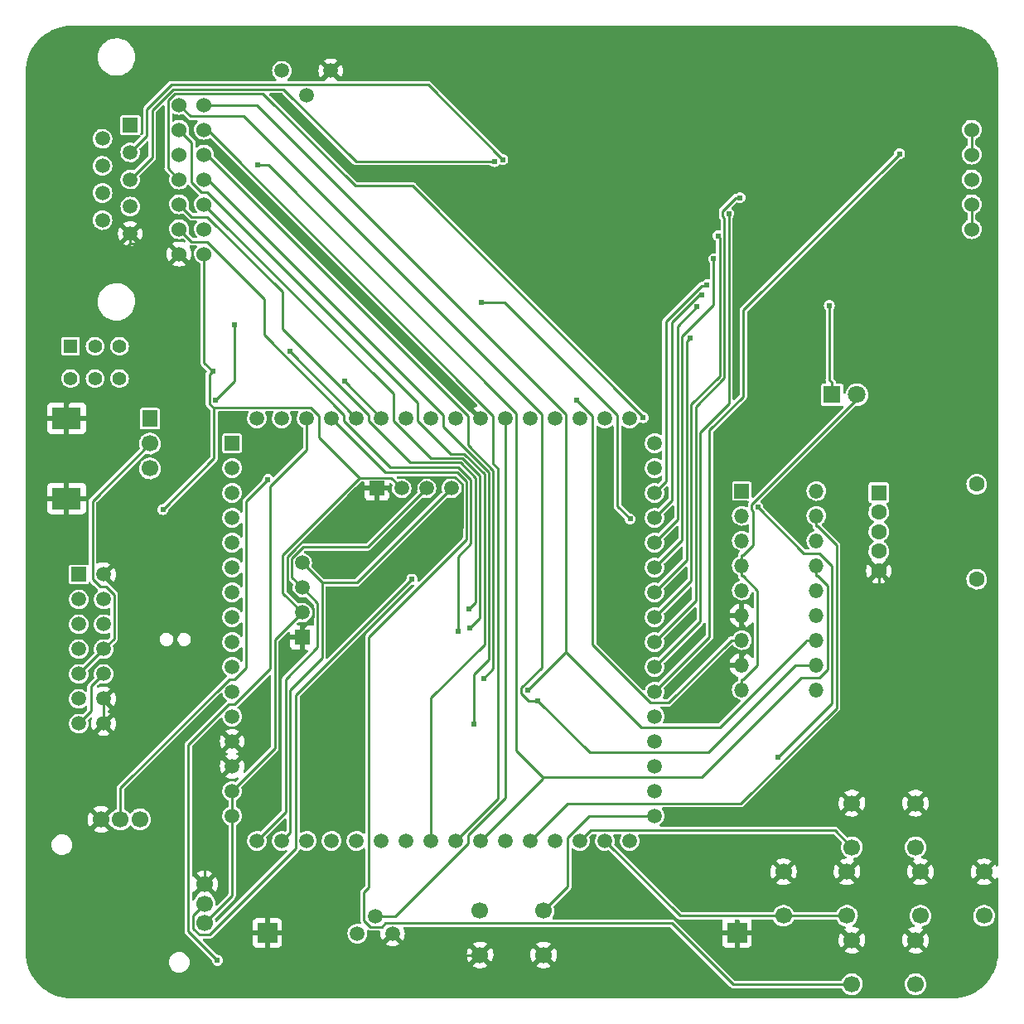
<source format=gbl>
G04 #@! TF.GenerationSoftware,KiCad,Pcbnew,(6.0.5-0)*
G04 #@! TF.CreationDate,2022-05-27T19:59:22+09:00*
G04 #@! TF.ProjectId,RL78TrainingBoard,524c3738-5472-4616-996e-696e67426f61,V1.0*
G04 #@! TF.SameCoordinates,Original*
G04 #@! TF.FileFunction,Copper,L2,Bot*
G04 #@! TF.FilePolarity,Positive*
%FSLAX46Y46*%
G04 Gerber Fmt 4.6, Leading zero omitted, Abs format (unit mm)*
G04 Created by KiCad (PCBNEW (6.0.5-0)) date 2022-05-27 19:59:22*
%MOMM*%
%LPD*%
G01*
G04 APERTURE LIST*
G04 #@! TA.AperFunction,ComponentPad*
%ADD10R,1.500000X1.500000*%
G04 #@! TD*
G04 #@! TA.AperFunction,ComponentPad*
%ADD11C,1.500000*%
G04 #@! TD*
G04 #@! TA.AperFunction,ComponentPad*
%ADD12R,2.000000X2.000000*%
G04 #@! TD*
G04 #@! TA.AperFunction,ComponentPad*
%ADD13C,1.700000*%
G04 #@! TD*
G04 #@! TA.AperFunction,ComponentPad*
%ADD14C,1.600000*%
G04 #@! TD*
G04 #@! TA.AperFunction,ComponentPad*
%ADD15R,1.600000X1.600000*%
G04 #@! TD*
G04 #@! TA.AperFunction,ComponentPad*
%ADD16C,1.800000*%
G04 #@! TD*
G04 #@! TA.AperFunction,ComponentPad*
%ADD17R,1.800000X1.800000*%
G04 #@! TD*
G04 #@! TA.AperFunction,ComponentPad*
%ADD18R,3.000000X2.200000*%
G04 #@! TD*
G04 #@! TA.AperFunction,ComponentPad*
%ADD19O,1.500000X1.500000*%
G04 #@! TD*
G04 #@! TA.AperFunction,ComponentPad*
%ADD20R,1.600000X1.500000*%
G04 #@! TD*
G04 #@! TA.AperFunction,ComponentPad*
%ADD21R,1.400000X1.400000*%
G04 #@! TD*
G04 #@! TA.AperFunction,ComponentPad*
%ADD22C,1.400000*%
G04 #@! TD*
G04 #@! TA.AperFunction,ComponentPad*
%ADD23R,1.524000X1.700000*%
G04 #@! TD*
G04 #@! TA.AperFunction,ComponentPad*
%ADD24C,1.524000*%
G04 #@! TD*
G04 #@! TA.AperFunction,ViaPad*
%ADD25C,0.609600*%
G04 #@! TD*
G04 #@! TA.AperFunction,Conductor*
%ADD26C,0.254000*%
G04 #@! TD*
G04 APERTURE END LIST*
D10*
X-44270000Y-6380000D03*
D11*
X-41730000Y-6380000D03*
X-44270000Y-8920000D03*
X-41730000Y-8920000D03*
X-44270000Y-11460000D03*
X-41730000Y-11460000D03*
X-44270000Y-14000000D03*
X-41730000Y-14000000D03*
X-44270000Y-16540000D03*
X-41730000Y-16540000D03*
X-44270000Y-19080000D03*
X-41730000Y-19080000D03*
X-44270000Y-21620000D03*
X-41730000Y-21620000D03*
D12*
X-25000000Y-43000000D03*
X-25000000Y-43000000D03*
D13*
X34250000Y-36750000D03*
X27750000Y-36750000D03*
X27750000Y-41250000D03*
X34250000Y-41250000D03*
D11*
X-23500000Y45100000D03*
X-21000000Y42600000D03*
X-18500000Y45100000D03*
D14*
X47500000Y2850000D03*
X47500000Y-6850000D03*
X37500000Y-2000000D03*
X37500000Y-4000000D03*
D15*
X37500000Y2000000D03*
D14*
X37500000Y0D03*
X37500000Y-6000000D03*
D16*
X35270000Y12000000D03*
D17*
X32730000Y12000000D03*
D13*
X34750000Y-43750000D03*
X41250000Y-43750000D03*
X34750000Y-48250000D03*
X41250000Y-48250000D03*
X48250000Y-36750000D03*
X41750000Y-36750000D03*
X41750000Y-41250000D03*
X48250000Y-41250000D03*
D18*
X-45500000Y1400000D03*
X-45500000Y9600000D03*
D13*
X3250000Y-45250000D03*
X-3250000Y-45250000D03*
X3250000Y-40750000D03*
X-3250000Y-40750000D03*
D10*
X23495000Y2160000D03*
D19*
X23495000Y-380000D03*
X23495000Y-2920000D03*
X23495000Y-5460000D03*
X23495000Y-8000000D03*
X23495000Y-10540000D03*
X23495000Y-13080000D03*
X23495000Y-15620000D03*
X23495000Y-18160000D03*
X31115000Y-18160000D03*
X31115000Y-15620000D03*
X31115000Y-13080000D03*
X31115000Y-10540000D03*
X31115000Y-8000000D03*
X31115000Y-5460000D03*
X31115000Y-2920000D03*
X31115000Y-380000D03*
X31115000Y2160000D03*
D13*
X41250000Y-29750000D03*
X34750000Y-29750000D03*
X34750000Y-34250000D03*
X41250000Y-34250000D03*
X-31400000Y-42000000D03*
X-31400000Y-40000000D03*
X-31400000Y-38000000D03*
X-38000000Y-31400000D03*
X-40000000Y-31400000D03*
X-42000000Y-31400000D03*
D10*
X-13810000Y2430000D03*
X-21430000Y-12810000D03*
D11*
X-21430000Y-10270000D03*
X-11270000Y2430000D03*
X-8730000Y2430000D03*
X-21430000Y-7730000D03*
X-6190000Y2430000D03*
X-21430000Y-5190000D03*
X-15796000Y-43081000D03*
X-14000000Y-41285000D03*
X-12204000Y-43081000D03*
D20*
X-39000000Y39540000D03*
D11*
X-39000000Y36770000D03*
X-39000000Y34000000D03*
X-39000000Y31230000D03*
X-39000000Y28460000D03*
X-41840000Y38155000D03*
X-41840000Y35385000D03*
X-41840000Y32615000D03*
X-41840000Y29845000D03*
D21*
X-45100000Y16950000D03*
D22*
X-42600000Y16950000D03*
X-40100000Y16950000D03*
X-45100000Y13650000D03*
X-42600000Y13650000D03*
X-40100000Y13650000D03*
D10*
X-28590000Y7050000D03*
D11*
X-28590000Y4510000D03*
X-28590000Y1970000D03*
X-28590000Y-570000D03*
X-28590000Y-3110000D03*
X-28590000Y-5650000D03*
X-28590000Y-8190000D03*
X-28590000Y-10730000D03*
X-28590000Y-13270000D03*
X-28590000Y-15810000D03*
X-28590000Y-18350000D03*
X-28590000Y-20890000D03*
X-28590000Y-23430000D03*
X-28590000Y-25970000D03*
X-28590000Y-28510000D03*
X-28590000Y-31050000D03*
X-26050000Y-33590000D03*
X-23510000Y-33590000D03*
X-20970000Y-33590000D03*
X-18430000Y-33590000D03*
X-15890000Y-33590000D03*
X-13350000Y-33590000D03*
X-10810000Y-33590000D03*
X-8270000Y-33590000D03*
X-5730000Y-33590000D03*
X-3190000Y-33590000D03*
X-650000Y-33590000D03*
X1890000Y-33590000D03*
X4430000Y-33590000D03*
X6970000Y-33590000D03*
X9510000Y-33590000D03*
X12050000Y-33590000D03*
X14590000Y-31050000D03*
X14590000Y-28510000D03*
X14590000Y-25970000D03*
X14590000Y-23430000D03*
X14590000Y-20890000D03*
X14590000Y-18350000D03*
X14590000Y-15810000D03*
X14590000Y-13270000D03*
X14590000Y-10730000D03*
X14590000Y-8190000D03*
X14590000Y-5650000D03*
X14590000Y-3110000D03*
X14590000Y-570000D03*
X14590000Y1970000D03*
X14590000Y4510000D03*
X14590000Y7050000D03*
X12050000Y9590000D03*
X9510000Y9590000D03*
X6970000Y9590000D03*
X4430000Y9590000D03*
X1890000Y9590000D03*
X-650000Y9590000D03*
X-3190000Y9590000D03*
X-5730000Y9590000D03*
X-8270000Y9590000D03*
X-10810000Y9590000D03*
X-13350000Y9590000D03*
X-15890000Y9590000D03*
X-18430000Y9590000D03*
X-20970000Y9590000D03*
X-23510000Y9590000D03*
X-26050000Y9590000D03*
D23*
X-37000000Y9540000D03*
D13*
X-37000000Y7000000D03*
X-37000000Y4460000D03*
D24*
X47000000Y34000000D03*
X-31460000Y26380000D03*
X-34000000Y26380000D03*
X-31460000Y28920000D03*
X-34000000Y28920000D03*
X-31460000Y31460000D03*
X-34000000Y31460000D03*
X-31460000Y34000000D03*
X-34000000Y34000000D03*
X-31460000Y36540000D03*
X-34000000Y36540000D03*
X-31460000Y39080000D03*
X-34000000Y39080000D03*
X-31460000Y41620000D03*
X-34000000Y41620000D03*
X47000000Y36540000D03*
X47000000Y39080000D03*
X47000000Y28920000D03*
X47000000Y31460000D03*
D12*
X23000000Y-43000000D03*
X23000000Y-43000000D03*
D25*
X-30590200Y14404100D03*
X-35661900Y262900D03*
X-40000000Y10000000D03*
X25000000Y45000000D03*
X-45000000Y45000000D03*
X40000000Y-5000000D03*
X10000000Y40000000D03*
X45000000Y-30000000D03*
X30000000Y45000000D03*
X0Y30000000D03*
X0Y45000000D03*
X5000000Y45000000D03*
X-45000000Y-45000000D03*
X-30000000Y-35000000D03*
X-20000000Y-45000000D03*
X15000000Y40000000D03*
X40000000Y45000000D03*
X45000000Y-5000000D03*
X30000000Y30000000D03*
X45000000Y-20000000D03*
X-40000000Y-35000000D03*
X40000000Y25000000D03*
X-45000000Y30000000D03*
X45000000Y0D03*
X45000000Y25000000D03*
X5000000Y35000000D03*
X-45000000Y40000000D03*
X45000000Y40000000D03*
X25000000Y20000000D03*
X-5888300Y-2413600D03*
X35000000Y-20000000D03*
X20000000Y35000000D03*
X45000000Y45000000D03*
X-10000000Y45000000D03*
X45000000Y-15000000D03*
X-45000000Y-25000000D03*
X-40000000Y25000000D03*
X10000000Y45000000D03*
X35000000Y45000000D03*
X40000000Y-20000000D03*
X40000000Y-15000000D03*
X-45000000Y20000000D03*
X20000000Y45000000D03*
X25000000Y40000000D03*
X45000000Y-45000000D03*
X5000000Y40000000D03*
X20000000Y-40000000D03*
X35000000Y40000000D03*
X20000000Y-35000000D03*
X-35000000Y-35000000D03*
X35000000Y5000000D03*
X30000000Y-45000000D03*
X-40000000Y-40000000D03*
X-45000000Y35000000D03*
X-35000000Y-40000000D03*
X-15000000Y45000000D03*
X-45000000Y-40000000D03*
X30000000Y20000000D03*
X-35000000Y20000000D03*
X-40000000Y-45000000D03*
X25000000Y-35000000D03*
X-45000000Y-30000000D03*
X-5000000Y45000000D03*
X-30295400Y11406200D03*
X-28355900Y19155900D03*
X-933800Y36035200D03*
X-1775500Y35834100D03*
X-22714300Y16414300D03*
X-17125600Y13365600D03*
X32441000Y21119100D03*
X39617300Y36609500D03*
X25141700Y488800D03*
X27186300Y-25064000D03*
X-24930800Y3322600D03*
X-10225600Y-6863100D03*
X-30100000Y-45800000D03*
X19944400Y23228600D03*
X19405500Y22172200D03*
X18929100Y20991800D03*
X20622900Y25891800D03*
X18246000Y17821600D03*
X21056100Y28244400D03*
X23304900Y32139900D03*
X22169200Y30513400D03*
X-5530400Y-12145000D03*
X-4297100Y-11858400D03*
X-4411500Y-9914400D03*
X-3891100Y-21665800D03*
X13425500Y9670700D03*
X-2900500Y-16967800D03*
X-25949900Y35447500D03*
X1620300Y-18185200D03*
X2662800Y-19268500D03*
X-3161700Y21422100D03*
X12090100Y-703800D03*
X6632000Y11471600D03*
D26*
X-15557700Y3510600D02*
X-19700000Y7652900D01*
X-24227600Y-24147600D02*
X-24227600Y-13067600D01*
X25092700Y-15616900D02*
X25092700Y-8026300D01*
X-30590200Y14404100D02*
X-30930700Y14063600D01*
X-19700000Y7652900D02*
X-19700000Y9872100D01*
X-31460000Y15273900D02*
X-31460000Y26380000D01*
X24628400Y103700D02*
X24628400Y-3358000D01*
X-11270000Y2430000D02*
X-12350600Y3510600D01*
X-28590000Y-28510000D02*
X-24227600Y-24147600D01*
X23495000Y-17079500D02*
X23630100Y-17079500D01*
X-28590000Y-31050000D02*
X-28590000Y-39190000D01*
X-24227600Y-13067600D02*
X-21430000Y-10270000D01*
X-30450800Y5474000D02*
X-35661900Y262900D01*
X-30930700Y11085700D02*
X-30450800Y10605800D01*
X35270000Y12000000D02*
X35270000Y11515500D01*
X-23432900Y-8267100D02*
X-21430000Y-10270000D01*
X-20533900Y10706000D02*
X-30350600Y10706000D01*
X-28590000Y-39190000D02*
X-31400000Y-42000000D01*
X23495000Y-5460000D02*
X23495000Y-4379500D01*
X-30590200Y14404100D02*
X-31460000Y15273900D01*
X-30930700Y14063600D02*
X-30930700Y11085700D01*
X23606900Y-4379500D02*
X23495000Y-4379500D01*
X23606900Y-6540500D02*
X23495000Y-6540500D01*
X35270000Y11515500D02*
X24506400Y751900D01*
X24506400Y225700D02*
X24628400Y103700D01*
X-19700000Y9872100D02*
X-20533900Y10706000D01*
X-15557700Y3510600D02*
X-23432900Y-4364600D01*
X-30350600Y10706000D02*
X-30450800Y10605800D01*
X-30450800Y10605800D02*
X-30450800Y5474000D01*
X-23432900Y-4364600D02*
X-23432900Y-8267100D01*
X24628400Y-3358000D02*
X23606900Y-4379500D01*
X24506400Y751900D02*
X24506400Y225700D01*
X23495000Y-18160000D02*
X23495000Y-17079500D01*
X-12350600Y3510600D02*
X-15557700Y3510600D01*
X-28590000Y-31050000D02*
X-28590000Y-28510000D01*
X23495000Y-5460000D02*
X23495000Y-6540500D01*
X25092700Y-8026300D02*
X23606900Y-6540500D01*
X23630100Y-17079500D02*
X25092700Y-15616900D01*
X23495000Y-10540000D02*
X23495000Y-11620500D01*
X-5101700Y2880400D02*
X-5101700Y-1627000D01*
X-21301100Y-11729500D02*
X-21430000Y-11729500D01*
X-39000000Y27465900D02*
X-39000000Y28460000D01*
X-35085900Y27465900D02*
X-34000000Y26380000D01*
X-45500000Y9600000D02*
X-45500000Y11030500D01*
X-20335600Y-9818000D02*
X-20335600Y-10764000D01*
X-12729500Y2430000D02*
X-12729500Y2294800D01*
X-20335600Y-10764000D02*
X-21301100Y-11729500D01*
X-22975400Y-7712800D02*
X-21688200Y-9000000D01*
X-9849400Y2907700D02*
X-9167600Y3589500D01*
X-41730000Y-19080000D02*
X-40178500Y-17528500D01*
X-21153600Y-9000000D02*
X-20335600Y-9818000D01*
X-12729500Y2294800D02*
X-11784200Y1349500D01*
X-40178500Y-7931500D02*
X-41730000Y-6380000D01*
X-13810000Y2430000D02*
X-15989400Y2430000D01*
X-5810800Y3589500D02*
X-5101700Y2880400D01*
X38500000Y-27000000D02*
X41250000Y-29750000D01*
X-11784200Y1349500D02*
X-10784200Y1349500D01*
X37500000Y-27000000D02*
X34750000Y-29750000D01*
X-39000000Y27465900D02*
X-35085900Y27465900D01*
X-10784200Y1349500D02*
X-9849400Y2284300D01*
X37500000Y-27000000D02*
X38500000Y-27000000D01*
X23606900Y-11620500D02*
X23495000Y-11620500D01*
X24575500Y-13594200D02*
X24575500Y-12589100D01*
X-45500000Y11030500D02*
X-44069500Y12461000D01*
X-10035000Y-45250000D02*
X-12204000Y-43081000D01*
X-5101700Y-1627000D02*
X-5888300Y-2413600D01*
X23630200Y-14539500D02*
X24575500Y-13594200D01*
X-15989400Y2430000D02*
X-22975400Y-4556000D01*
X-44069500Y12461000D02*
X-44069500Y22396400D01*
X-3250000Y-45250000D02*
X-10035000Y-45250000D01*
X-13810000Y2430000D02*
X-12729500Y2430000D01*
X24575500Y-12589100D02*
X23606900Y-11620500D01*
X-28590000Y-25970000D02*
X-31400000Y-28780000D01*
X-9167600Y3589500D02*
X-5810800Y3589500D01*
X-22975400Y-4556000D02*
X-22975400Y-7712800D01*
X23495000Y-15620000D02*
X23495000Y-14539500D01*
X-41730000Y-21620000D02*
X-41730000Y-19080000D01*
X23495000Y-14539500D02*
X23630200Y-14539500D01*
X-40178500Y-17528500D02*
X-40178500Y-7931500D01*
X-21430000Y-12810000D02*
X-21430000Y-11729500D01*
X-21688200Y-9000000D02*
X-21153600Y-9000000D01*
X-44069500Y22396400D02*
X-39000000Y27465900D01*
X37500000Y-6000000D02*
X37500000Y-27000000D01*
X-31400000Y-28780000D02*
X-31400000Y-38000000D01*
X-9849400Y2284300D02*
X-9849400Y2907700D01*
X-28355900Y19155900D02*
X-28355900Y13345700D01*
X-28355900Y13345700D02*
X-30295400Y11406200D01*
X-43000000Y-17810000D02*
X-43000000Y-20350000D01*
X-41730000Y-16540000D02*
X-43000000Y-17810000D01*
X-43000000Y-20350000D02*
X-44270000Y-21620000D01*
X5700000Y-38300000D02*
X5700000Y-33267800D01*
X5700000Y-33267800D02*
X7917800Y-31050000D01*
X7917800Y-31050000D02*
X14590000Y-31050000D01*
X3250000Y-40750000D02*
X5700000Y-38300000D01*
X-39000000Y36770000D02*
X-37310700Y38459300D01*
X-34796300Y43681400D02*
X-8580000Y43681400D01*
X-37310700Y41167000D02*
X-34796300Y43681400D01*
X-8580000Y43681400D02*
X-933800Y36035200D01*
X-37310700Y38459300D02*
X-37310700Y41167000D01*
X-15937500Y35834100D02*
X-23327200Y43223800D01*
X-36751200Y41079400D02*
X-36751200Y36248800D01*
X-23327200Y43223800D02*
X-34606800Y43223800D01*
X-1775500Y35834100D02*
X-15937500Y35834100D01*
X-36751200Y36248800D02*
X-39000000Y34000000D01*
X-34606800Y43223800D02*
X-36751200Y41079400D01*
X-23119300Y-30659300D02*
X-23119300Y-17068000D01*
X-26050000Y-33590000D02*
X-23119300Y-30659300D01*
X-22517900Y-6642100D02*
X-21430000Y-7730000D01*
X-19878100Y-9281900D02*
X-21430000Y-7730000D01*
X-21324900Y-3552500D02*
X-22517900Y-4745500D01*
X-14712500Y-3552500D02*
X-21324900Y-3552500D01*
X-8730000Y2430000D02*
X-14712500Y-3552500D01*
X-22517900Y-4745500D02*
X-22517900Y-6642100D01*
X-23119300Y-17068000D02*
X-19878100Y-13826800D01*
X-19878100Y-13826800D02*
X-19878100Y-9281900D01*
X-15829300Y-7209300D02*
X-6190000Y2430000D01*
X-22661700Y-18183700D02*
X-19410700Y-14932700D01*
X-23510000Y-33590000D02*
X-22661700Y-32741700D01*
X-19410700Y-7209300D02*
X-21430000Y-5190000D01*
X-22661700Y-32741700D02*
X-22661700Y-18183700D01*
X-19410700Y-14932700D02*
X-19410700Y-7209300D01*
X-19410700Y-7209300D02*
X-15829300Y-7209300D01*
X-15890000Y9590000D02*
X-22714300Y16414300D01*
X-13350000Y9590000D02*
X-17125600Y13365600D01*
X47000000Y31460000D02*
X47000000Y28920000D01*
X32730000Y13230500D02*
X32441000Y13519500D01*
X32441000Y13519500D02*
X32441000Y21119100D01*
X32730000Y12000000D02*
X32730000Y13230500D01*
X47000000Y39080000D02*
X47000000Y36540000D01*
X14590000Y-18350000D02*
X20195900Y-12744100D01*
X20195900Y8369300D02*
X23648000Y11821400D01*
X23648000Y20640200D02*
X39617300Y36609500D01*
X20195900Y-12744100D02*
X20195900Y8369300D01*
X23648000Y11821400D02*
X23648000Y20640200D01*
X32706400Y-5496400D02*
X32706400Y-19543900D01*
X31400000Y-4190000D02*
X32706400Y-5496400D01*
X32706400Y-19543900D02*
X27186300Y-25064000D01*
X29820500Y-4190000D02*
X31400000Y-4190000D01*
X25141700Y488800D02*
X29820500Y-4190000D01*
X-28311700Y-17080000D02*
X-28891700Y-17080000D01*
X-28891700Y-17080000D02*
X-40000000Y-28188300D01*
X-40000000Y-28188300D02*
X-40000000Y-31400000D01*
X-27154000Y1099400D02*
X-27154000Y-15922300D01*
X-27154000Y-15922300D02*
X-28311700Y-17080000D01*
X-24930800Y3322600D02*
X-27154000Y1099400D01*
X-31400000Y-40000000D02*
X-32597000Y-41197000D01*
X-32597000Y-41197000D02*
X-32597000Y-42550400D01*
X-32597000Y-42550400D02*
X-31940000Y-43207400D01*
X-22078100Y-34358300D02*
X-22078100Y-18715600D01*
X-30927200Y-43207400D02*
X-22078100Y-34358300D01*
X-31940000Y-43207400D02*
X-30927200Y-43207400D01*
X-22078100Y-18715600D02*
X-10225600Y-6863100D01*
X-650000Y9590000D02*
X-650000Y-29157100D01*
X-4460000Y-33853300D02*
X-11891700Y-41285000D01*
X-4460000Y-32967100D02*
X-4460000Y-33853300D01*
X-650000Y-29157100D02*
X-4460000Y-32967100D01*
X-11891700Y-41285000D02*
X-14000000Y-41285000D01*
X-24685200Y-15978200D02*
X-24685200Y2669700D01*
X-20970000Y6384900D02*
X-20970000Y9590000D01*
X-30100000Y-45800000D02*
X-33054600Y-42845400D01*
X-28914900Y-19620000D02*
X-28327000Y-19620000D01*
X-28327000Y-19620000D02*
X-24685200Y-15978200D01*
X-33054600Y-23759700D02*
X-28914900Y-19620000D01*
X-24685200Y2669700D02*
X-20970000Y6384900D01*
X-33054600Y-42845400D02*
X-33054600Y-23759700D01*
X-14446000Y-42367200D02*
X-13286200Y-42367200D01*
X-12904200Y-41985200D02*
X16314100Y-41985200D01*
X-15117700Y-38872900D02*
X-15117700Y-41695500D01*
X-18430000Y9590000D02*
X-12901900Y4061900D01*
X-13286200Y-42367200D02*
X-12904200Y-41985200D01*
X-4640300Y3140200D02*
X-4640300Y-2782200D01*
X16314100Y-41985200D02*
X22578900Y-48250000D01*
X-5562000Y4061900D02*
X-4640300Y3140200D01*
X-14620000Y-12761900D02*
X-14620000Y-38375200D01*
X-12901900Y4061900D02*
X-5562000Y4061900D01*
X-14620000Y-38375200D02*
X-15117700Y-38872900D01*
X-15117700Y-41695500D02*
X-14446000Y-42367200D01*
X22578900Y-48250000D02*
X34750000Y-48250000D01*
X-4640300Y-2782200D02*
X-14620000Y-12761900D01*
X9510000Y-33590000D02*
X17170000Y-41250000D01*
X17170000Y-41250000D02*
X27750000Y-41250000D01*
X27750000Y-41250000D02*
X34250000Y-41250000D01*
X6970000Y-33590000D02*
X8052200Y-32507800D01*
X8052200Y-32507800D02*
X33007800Y-32507800D01*
X33007800Y-32507800D02*
X34750000Y-34250000D01*
X14590000Y1970000D02*
X15748200Y3128200D01*
X19843000Y23127100D02*
X19843000Y23127200D01*
X15748200Y19485800D02*
X19389500Y23127100D01*
X19389500Y23127100D02*
X19843000Y23127100D01*
X19843000Y23127200D02*
X19944400Y23228600D01*
X15748200Y3128200D02*
X15748200Y19485800D01*
X19139200Y22172200D02*
X19405500Y22172200D01*
X14590000Y-570000D02*
X16375400Y1215400D01*
X16375400Y1215400D02*
X16375400Y19408400D01*
X16375400Y19408400D02*
X19139200Y22172200D01*
X16947300Y-752700D02*
X14590000Y-3110000D01*
X16947300Y19010000D02*
X16947300Y-752700D01*
X18929100Y20991800D02*
X16947300Y19010000D01*
X14590000Y-5650000D02*
X17404900Y-2835100D01*
X17404900Y-2835100D02*
X17404900Y17919900D01*
X17404900Y17919900D02*
X20622900Y21137900D01*
X20622900Y21137900D02*
X20622900Y25891800D01*
X17862400Y-4917600D02*
X17862400Y17438000D01*
X14590000Y-8190000D02*
X17862400Y-4917600D01*
X17862400Y17438000D02*
X18246000Y17821600D01*
X21258200Y13925100D02*
X21258200Y28042300D01*
X21258200Y28042300D02*
X21056100Y28244400D01*
X18320000Y-7000000D02*
X18320000Y10986900D01*
X18320000Y10986900D02*
X21258200Y13925100D01*
X14590000Y-10730000D02*
X18320000Y-7000000D01*
X21533900Y30250300D02*
X21533900Y30776500D01*
X21533900Y30776500D02*
X22897300Y32139900D01*
X21715700Y30068500D02*
X21533900Y30250300D01*
X14590000Y-13270000D02*
X18777600Y-9082400D01*
X18777600Y10797500D02*
X21715700Y13735600D01*
X21715700Y13735600D02*
X21715700Y30068500D01*
X18777600Y-9082400D02*
X18777600Y10797500D01*
X22897300Y32139900D02*
X23304900Y32139900D01*
X22173200Y11071700D02*
X22173200Y30509400D01*
X14590000Y-15810000D02*
X19235200Y-11164800D01*
X19235200Y-11164800D02*
X19235200Y8133700D01*
X22173200Y30509400D02*
X22169200Y30513400D01*
X19235200Y8133700D02*
X22173200Y11071700D01*
X-12446200Y4600100D02*
X-17160000Y9313900D01*
X-4182800Y-3200600D02*
X-4182800Y3329700D01*
X-5453200Y4600100D02*
X-12446200Y4600100D01*
X-25329300Y18108800D02*
X-25329300Y21805600D01*
X-17160000Y9939500D02*
X-25329300Y18108800D01*
X-25329300Y21805600D02*
X-31173700Y27650000D01*
X-17160000Y9313900D02*
X-17160000Y9939500D01*
X-31173700Y27650000D02*
X-32730000Y27650000D01*
X-5530400Y-12145000D02*
X-5530400Y-4548200D01*
X-4182800Y3329700D02*
X-5453200Y4600100D01*
X-32730000Y27650000D02*
X-34000000Y28920000D01*
X-5530400Y-4548200D02*
X-4182800Y-3200600D01*
X-4297100Y-11858400D02*
X-3267800Y-10829100D01*
X-5074300Y5515200D02*
X-8275400Y5515200D01*
X-12080000Y12080000D02*
X-31460000Y31460000D01*
X-8275400Y5515200D02*
X-12080000Y9319800D01*
X-12080000Y9319800D02*
X-12080000Y12080000D01*
X-3267800Y-10829100D02*
X-3267800Y3708700D01*
X-3267800Y3708700D02*
X-5074300Y5515200D01*
X-23476100Y18743500D02*
X-23476100Y22499400D01*
X-5263800Y5057700D02*
X-10367900Y5057700D01*
X-32730000Y30190000D02*
X-34000000Y31460000D01*
X-14620000Y9309800D02*
X-14620000Y9887400D01*
X-10367900Y5057700D02*
X-14620000Y9309800D01*
X-4411500Y-9914400D02*
X-3725300Y-9228200D01*
X-23476100Y22499400D02*
X-31166700Y30190000D01*
X-14620000Y9887400D02*
X-23476100Y18743500D01*
X-3725300Y3519200D02*
X-5263800Y5057700D01*
X-3725300Y-9228200D02*
X-3725300Y3519200D01*
X-31166700Y30190000D02*
X-32730000Y30190000D01*
X-7000000Y8734800D02*
X-7000000Y9914000D01*
X-7000000Y9914000D02*
X-31086000Y34000000D01*
X-2352800Y4087600D02*
X-7000000Y8734800D01*
X-3891100Y-21665800D02*
X-3891100Y-16602400D01*
X-31086000Y34000000D02*
X-31460000Y34000000D01*
X-2352800Y-15064100D02*
X-2352800Y4087600D01*
X-3891100Y-16602400D02*
X-2352800Y-15064100D01*
X31250100Y-1460500D02*
X33165100Y-3375500D01*
X23409400Y-29780000D02*
X5700000Y-29780000D01*
X-34417300Y42766200D02*
X-25439600Y42766200D01*
X31115000Y-1460500D02*
X31250100Y-1460500D01*
X5700000Y-29780000D02*
X1890000Y-33590000D01*
X33165100Y-20024300D02*
X23409400Y-29780000D01*
X33165100Y-3375500D02*
X33165100Y-20024300D01*
X-35125500Y42058000D02*
X-34417300Y42766200D01*
X31115000Y-380000D02*
X31115000Y-1460500D01*
X-34000000Y34000000D02*
X-35125500Y35125500D01*
X13425500Y9764100D02*
X13425500Y9670700D01*
X-35125500Y35125500D02*
X-35125500Y42058000D01*
X-25439600Y42766200D02*
X-16007800Y33334400D01*
X-10144800Y33334400D02*
X13425500Y9764100D01*
X-16007800Y33334400D02*
X-10144800Y33334400D01*
X-4460000Y9861500D02*
X-31138500Y36540000D01*
X-4460000Y6841900D02*
X-4460000Y9861500D01*
X-2900500Y-16967800D02*
X-1895300Y-15962600D01*
X-1895300Y-15962600D02*
X-1895300Y4277200D01*
X-1895300Y4277200D02*
X-4460000Y6841900D01*
X-31138500Y36540000D02*
X-31460000Y36540000D01*
X-24912500Y35447500D02*
X440800Y10094200D01*
X-25949900Y35447500D02*
X-24912500Y35447500D01*
X31226900Y-6540500D02*
X32226900Y-7540500D01*
X3160000Y-27240000D02*
X-3190000Y-33590000D01*
X29593800Y-16890000D02*
X19396100Y-27087700D01*
X440800Y-24368500D02*
X3160000Y-27087700D01*
X19396100Y-27087700D02*
X3160000Y-27087700D01*
X440800Y10094200D02*
X440800Y-24368500D01*
X32226900Y-16080800D02*
X31417700Y-16890000D01*
X32226900Y-7540500D02*
X32226900Y-16080800D01*
X31115000Y-5460000D02*
X31115000Y-6540500D01*
X31115000Y-6540500D02*
X31226900Y-6540500D01*
X3160000Y-27087700D02*
X3160000Y-27240000D01*
X31417700Y-16890000D02*
X29593800Y-16890000D01*
X-1437800Y-29297800D02*
X-1437800Y4466700D01*
X-5730000Y-33590000D02*
X-1437800Y-29297800D01*
X-1437800Y4466700D02*
X-1895200Y4924100D01*
X-1895200Y4924100D02*
X-1895200Y9874000D01*
X-31101200Y39080000D02*
X-31460000Y39080000D01*
X-1895200Y9874000D02*
X-31101200Y39080000D01*
X-8270000Y-33590000D02*
X-8270000Y-18978000D01*
X-31155600Y32730000D02*
X-31735400Y32730000D01*
X-6252800Y5972700D02*
X-9624400Y9344300D01*
X-9624400Y11198800D02*
X-31155600Y32730000D01*
X-2810300Y3898200D02*
X-4884800Y5972700D01*
X-8270000Y-18978000D02*
X-2810300Y-13518300D01*
X-32730000Y33724600D02*
X-32730000Y37810000D01*
X-2810300Y-13518300D02*
X-2810300Y3898200D01*
X-32730000Y37810000D02*
X-34000000Y39080000D01*
X-9624400Y9344300D02*
X-9624400Y11198800D01*
X-31735400Y32730000D02*
X-32730000Y33724600D01*
X-4884800Y5972700D02*
X-6252800Y5972700D01*
X-31460000Y41620000D02*
X-26041600Y41620000D01*
X21232600Y-21977400D02*
X13251100Y-21977400D01*
X5539600Y-14265900D02*
X1620300Y-18185200D01*
X-26041600Y41620000D02*
X5539600Y10038800D01*
X30034500Y-13175500D02*
X21232600Y-21977400D01*
X31115000Y-13080000D02*
X30034500Y-13080000D01*
X5539600Y10038800D02*
X5539600Y-14265900D01*
X13251100Y-21977400D02*
X5539600Y-14265900D01*
X30034500Y-13080000D02*
X30034500Y-13175500D01*
X1710300Y-19268500D02*
X2662800Y-19268500D01*
X7927600Y-24533300D02*
X20084700Y-24533300D01*
X2662800Y-19268500D02*
X7927600Y-24533300D01*
X20084700Y-24533300D02*
X28998000Y-15620000D01*
X3028800Y-15878200D02*
X941700Y-17965300D01*
X-32820900Y40440900D02*
X-27408800Y40440900D01*
X941700Y-17965300D02*
X941700Y-18499900D01*
X-34000000Y41620000D02*
X-32820900Y40440900D01*
X28998000Y-15620000D02*
X31115000Y-15620000D01*
X-27408800Y40440900D02*
X3028800Y10003300D01*
X3028800Y10003300D02*
X3028800Y-15878200D01*
X941700Y-18499900D02*
X1710300Y-19268500D01*
X10780000Y9879100D02*
X10780000Y606300D01*
X-3161700Y21422100D02*
X-763000Y21422100D01*
X10780000Y606300D02*
X12090100Y-703800D01*
X-763000Y21422100D02*
X10780000Y9879100D01*
X6632000Y11471600D02*
X8240000Y9863600D01*
X14175300Y-19477800D02*
X16016700Y-19477800D01*
X23495000Y-13080000D02*
X22414500Y-13080000D01*
X8240000Y9863600D02*
X8240000Y-13542500D01*
X8240000Y-13542500D02*
X14175300Y-19477800D01*
X16016700Y-19477800D02*
X22414500Y-13080000D01*
X-40642500Y-12912500D02*
X-41730000Y-14000000D01*
X-42856000Y-6834900D02*
X-42040900Y-7650000D01*
X-41457300Y-7650000D02*
X-40642500Y-8464800D01*
X-42856000Y1144000D02*
X-42856000Y-6834900D01*
X-42040900Y-7650000D02*
X-41457300Y-7650000D01*
X-41730000Y-14000000D02*
X-44270000Y-16540000D01*
X-37000000Y7000000D02*
X-42856000Y1144000D01*
X-40642500Y-8464800D02*
X-40642500Y-12912500D01*
G04 #@! TA.AperFunction,Conductor*
G36*
X44984142Y49692786D02*
G01*
X45000000Y49689990D01*
X45010855Y49691904D01*
X45015985Y49691904D01*
X45035196Y49693163D01*
X45291483Y49681973D01*
X45403675Y49677075D01*
X45414623Y49676117D01*
X45809783Y49624094D01*
X45820591Y49622188D01*
X46209706Y49535923D01*
X46220323Y49533078D01*
X46600439Y49413228D01*
X46610752Y49409475D01*
X46978999Y49256942D01*
X46988934Y49252309D01*
X47342478Y49068265D01*
X47351987Y49062775D01*
X47688124Y48848632D01*
X47697128Y48842328D01*
X48013336Y48599694D01*
X48021753Y48592630D01*
X48309283Y48329158D01*
X48315598Y48323371D01*
X48323367Y48315602D01*
X48520226Y48100769D01*
X48592628Y48021756D01*
X48599694Y48013336D01*
X48842328Y47697128D01*
X48848632Y47688124D01*
X49062775Y47351987D01*
X49068265Y47342478D01*
X49252309Y46988934D01*
X49256942Y46978999D01*
X49409472Y46610760D01*
X49413228Y46600439D01*
X49511717Y46288072D01*
X49533078Y46220324D01*
X49535923Y46209707D01*
X49622062Y45821160D01*
X49622186Y45820600D01*
X49624094Y45809783D01*
X49644786Y45652608D01*
X49676117Y45414624D01*
X49677075Y45403674D01*
X49693163Y45035196D01*
X49691904Y45015985D01*
X49691904Y45010855D01*
X49689990Y45000000D01*
X49691904Y44989146D01*
X49692786Y44984144D01*
X49694700Y44962264D01*
X49694700Y-36060982D01*
X49674698Y-36129103D01*
X49621042Y-36175596D01*
X49550768Y-36185700D01*
X49486188Y-36156206D01*
X49455980Y-36115077D01*
X49455419Y-36115378D01*
X49453303Y-36111432D01*
X49453151Y-36111225D01*
X49452975Y-36110820D01*
X49448105Y-36101739D01*
X49383063Y-36001197D01*
X49372377Y-35991995D01*
X49362812Y-35996398D01*
X48622022Y-36737188D01*
X48614408Y-36751132D01*
X48614539Y-36752965D01*
X48618790Y-36759580D01*
X49360474Y-37501264D01*
X49372484Y-37507823D01*
X49384223Y-37498855D01*
X49415004Y-37456019D01*
X49420315Y-37447180D01*
X49455743Y-37375497D01*
X49503857Y-37323290D01*
X49572558Y-37305383D01*
X49640035Y-37327462D01*
X49684863Y-37382516D01*
X49694700Y-37431324D01*
X49694700Y-44962264D01*
X49692786Y-44984142D01*
X49689990Y-45000000D01*
X49691904Y-45010855D01*
X49691904Y-45015985D01*
X49693163Y-45035196D01*
X49677075Y-45403674D01*
X49676117Y-45414623D01*
X49624403Y-45807439D01*
X49624095Y-45809775D01*
X49622188Y-45820591D01*
X49580445Y-46008880D01*
X49535923Y-46209706D01*
X49533078Y-46220323D01*
X49415583Y-46592972D01*
X49413231Y-46600431D01*
X49409475Y-46610752D01*
X49258741Y-46974657D01*
X49256946Y-46978990D01*
X49252309Y-46988934D01*
X49068265Y-47342478D01*
X49062775Y-47351987D01*
X48848632Y-47688124D01*
X48842328Y-47697128D01*
X48599694Y-48013336D01*
X48592630Y-48021753D01*
X48330285Y-48308053D01*
X48323371Y-48315598D01*
X48315602Y-48323367D01*
X48024080Y-48590498D01*
X48021756Y-48592628D01*
X48013339Y-48599691D01*
X47971484Y-48631808D01*
X47697128Y-48842328D01*
X47688124Y-48848632D01*
X47351987Y-49062775D01*
X47342478Y-49068265D01*
X46988934Y-49252309D01*
X46978999Y-49256942D01*
X46610752Y-49409475D01*
X46600439Y-49413228D01*
X46220324Y-49533078D01*
X46209707Y-49535923D01*
X45820591Y-49622188D01*
X45809783Y-49624094D01*
X45414624Y-49676117D01*
X45403675Y-49677075D01*
X45291483Y-49681973D01*
X45035196Y-49693163D01*
X45015985Y-49691904D01*
X45010855Y-49691904D01*
X45000000Y-49689990D01*
X44984142Y-49692786D01*
X44962264Y-49694700D01*
X-44962264Y-49694700D01*
X-44984142Y-49692786D01*
X-45000000Y-49689990D01*
X-45010855Y-49691904D01*
X-45015985Y-49691904D01*
X-45035196Y-49693163D01*
X-45291483Y-49681973D01*
X-45403675Y-49677075D01*
X-45414624Y-49676117D01*
X-45809783Y-49624094D01*
X-45820591Y-49622188D01*
X-46209707Y-49535923D01*
X-46220324Y-49533078D01*
X-46600439Y-49413228D01*
X-46610752Y-49409475D01*
X-46978999Y-49256942D01*
X-46988934Y-49252309D01*
X-47342478Y-49068265D01*
X-47351987Y-49062775D01*
X-47688124Y-48848632D01*
X-47697128Y-48842328D01*
X-47971484Y-48631808D01*
X-48013339Y-48599691D01*
X-48021756Y-48592628D01*
X-48024080Y-48590498D01*
X-48315602Y-48323367D01*
X-48323371Y-48315598D01*
X-48330284Y-48308053D01*
X-48592630Y-48021753D01*
X-48599694Y-48013336D01*
X-48842328Y-47697128D01*
X-48848632Y-47688124D01*
X-49062775Y-47351987D01*
X-49068265Y-47342478D01*
X-49252309Y-46988934D01*
X-49256946Y-46978990D01*
X-49258740Y-46974657D01*
X-49409475Y-46610752D01*
X-49413231Y-46600431D01*
X-49415582Y-46592972D01*
X-49533078Y-46220323D01*
X-49535923Y-46209706D01*
X-49580445Y-46008880D01*
X-49584055Y-45992597D01*
X-35060380Y-45992597D01*
X-35041623Y-46198700D01*
X-35039885Y-46204606D01*
X-35039884Y-46204610D01*
X-35036803Y-46215078D01*
X-34983191Y-46397235D01*
X-34887310Y-46580639D01*
X-34757631Y-46741927D01*
X-34599094Y-46874955D01*
X-34593699Y-46877921D01*
X-34593693Y-46877925D01*
X-34423145Y-46971685D01*
X-34423141Y-46971687D01*
X-34417738Y-46974657D01*
X-34411863Y-46976521D01*
X-34411860Y-46976522D01*
X-34226341Y-47035372D01*
X-34220471Y-47037234D01*
X-34059409Y-47055300D01*
X-33947924Y-47055300D01*
X-33794033Y-47040211D01*
X-33595911Y-46980394D01*
X-33413180Y-46883235D01*
X-33252802Y-46752433D01*
X-33120884Y-46592972D01*
X-33022451Y-46410924D01*
X-33011285Y-46374853D01*
X-4010023Y-46374853D01*
X-4004742Y-46381907D01*
X-3843244Y-46476279D01*
X-3833958Y-46480729D01*
X-3634999Y-46556703D01*
X-3625101Y-46559579D01*
X-3416405Y-46602038D01*
X-3406177Y-46603257D01*
X-3193350Y-46611062D01*
X-3183064Y-46610595D01*
X-2971815Y-46583534D01*
X-2961738Y-46581392D01*
X-2757745Y-46520191D01*
X-2748158Y-46516433D01*
X-2556902Y-46422738D01*
X-2548056Y-46417465D01*
X-2500753Y-46383723D01*
X-2493789Y-46374853D01*
X2489977Y-46374853D01*
X2495258Y-46381907D01*
X2656756Y-46476279D01*
X2666042Y-46480729D01*
X2865001Y-46556703D01*
X2874899Y-46559579D01*
X3083595Y-46602038D01*
X3093823Y-46603257D01*
X3306650Y-46611062D01*
X3316936Y-46610595D01*
X3528185Y-46583534D01*
X3538262Y-46581392D01*
X3742255Y-46520191D01*
X3751842Y-46516433D01*
X3943098Y-46422738D01*
X3951944Y-46417465D01*
X3999247Y-46383723D01*
X4007648Y-46373023D01*
X4000660Y-46359870D01*
X3262812Y-45622022D01*
X3248868Y-45614408D01*
X3247035Y-45614539D01*
X3240420Y-45618790D01*
X2496737Y-46362473D01*
X2489977Y-46374853D01*
X-2493789Y-46374853D01*
X-2492352Y-46373023D01*
X-2499340Y-46359870D01*
X-3237188Y-45622022D01*
X-3251132Y-45614408D01*
X-3252965Y-45614539D01*
X-3259580Y-45618790D01*
X-4003263Y-46362473D01*
X-4010023Y-46374853D01*
X-33011285Y-46374853D01*
X-32983013Y-46283521D01*
X-32963075Y-46219111D01*
X-32963074Y-46219108D01*
X-32961253Y-46213224D01*
X-32960347Y-46204610D01*
X-32940264Y-46013531D01*
X-32940264Y-46013530D01*
X-32939620Y-46007403D01*
X-32951763Y-45873970D01*
X-32957818Y-45807439D01*
X-32957819Y-45807436D01*
X-32958377Y-45801300D01*
X-32960848Y-45792902D01*
X-33015070Y-45608674D01*
X-33016809Y-45602765D01*
X-33112690Y-45419361D01*
X-33242369Y-45258073D01*
X-33400906Y-45125045D01*
X-33406301Y-45122079D01*
X-33406307Y-45122075D01*
X-33576855Y-45028315D01*
X-33576859Y-45028313D01*
X-33582262Y-45025343D01*
X-33588137Y-45023479D01*
X-33588140Y-45023478D01*
X-33773659Y-44964628D01*
X-33773660Y-44964628D01*
X-33779529Y-44962766D01*
X-33940591Y-44944700D01*
X-34052076Y-44944700D01*
X-34205967Y-44959789D01*
X-34404089Y-45019606D01*
X-34586820Y-45116765D01*
X-34747198Y-45247567D01*
X-34879116Y-45407028D01*
X-34977549Y-45589076D01*
X-35038747Y-45786776D01*
X-35039391Y-45792901D01*
X-35039391Y-45792902D01*
X-35059736Y-45986469D01*
X-35060380Y-45992597D01*
X-49584055Y-45992597D01*
X-49622188Y-45820591D01*
X-49624095Y-45809775D01*
X-49624402Y-45807439D01*
X-49676117Y-45414623D01*
X-49677075Y-45403674D01*
X-49693163Y-45035196D01*
X-49691904Y-45015985D01*
X-49691904Y-45010855D01*
X-49689990Y-45000000D01*
X-49692786Y-44984142D01*
X-49694700Y-44962264D01*
X-49694700Y-33992597D01*
X-47060380Y-33992597D01*
X-47056890Y-34030943D01*
X-47044556Y-34166468D01*
X-47041623Y-34198700D01*
X-47039885Y-34204606D01*
X-47039884Y-34204610D01*
X-47006765Y-34317139D01*
X-46983191Y-34397235D01*
X-46887310Y-34580639D01*
X-46883450Y-34585439D01*
X-46883450Y-34585440D01*
X-46873580Y-34597716D01*
X-46757631Y-34741927D01*
X-46599094Y-34874955D01*
X-46593699Y-34877921D01*
X-46593693Y-34877925D01*
X-46423145Y-34971685D01*
X-46423141Y-34971687D01*
X-46417738Y-34974657D01*
X-46411863Y-34976521D01*
X-46411860Y-34976522D01*
X-46226341Y-35035372D01*
X-46220471Y-35037234D01*
X-46059409Y-35055300D01*
X-45947924Y-35055300D01*
X-45794033Y-35040211D01*
X-45595911Y-34980394D01*
X-45413180Y-34883235D01*
X-45407099Y-34878276D01*
X-45322567Y-34809332D01*
X-45252802Y-34752433D01*
X-45120884Y-34592972D01*
X-45022451Y-34410924D01*
X-44983883Y-34286329D01*
X-44963075Y-34219111D01*
X-44963074Y-34219108D01*
X-44961253Y-34213224D01*
X-44960347Y-34204610D01*
X-44940264Y-34013531D01*
X-44940264Y-34013530D01*
X-44939620Y-34007403D01*
X-44948874Y-33905716D01*
X-44957818Y-33807439D01*
X-44957819Y-33807436D01*
X-44958377Y-33801300D01*
X-44960848Y-33792902D01*
X-45015070Y-33608674D01*
X-45016809Y-33602765D01*
X-45112690Y-33419361D01*
X-45128191Y-33400081D01*
X-45238510Y-33262873D01*
X-45242369Y-33258073D01*
X-45400906Y-33125045D01*
X-45406301Y-33122079D01*
X-45406307Y-33122075D01*
X-45576855Y-33028315D01*
X-45576859Y-33028313D01*
X-45582262Y-33025343D01*
X-45588137Y-33023479D01*
X-45588140Y-33023478D01*
X-45773659Y-32964628D01*
X-45773660Y-32964628D01*
X-45779529Y-32962766D01*
X-45940591Y-32944700D01*
X-46052076Y-32944700D01*
X-46205967Y-32959789D01*
X-46404089Y-33019606D01*
X-46586820Y-33116765D01*
X-46591594Y-33120659D01*
X-46591596Y-33120660D01*
X-46620536Y-33144263D01*
X-46747198Y-33247567D01*
X-46879116Y-33407028D01*
X-46977549Y-33589076D01*
X-46985473Y-33614674D01*
X-47036070Y-33778129D01*
X-47038747Y-33786776D01*
X-47039391Y-33792901D01*
X-47039391Y-33792902D01*
X-47042184Y-33819474D01*
X-47060380Y-33992597D01*
X-49694700Y-33992597D01*
X-49694700Y-32524853D01*
X-42760023Y-32524853D01*
X-42754742Y-32531907D01*
X-42593244Y-32626279D01*
X-42583958Y-32630729D01*
X-42384999Y-32706703D01*
X-42375101Y-32709579D01*
X-42166405Y-32752038D01*
X-42156177Y-32753257D01*
X-41943350Y-32761062D01*
X-41933064Y-32760595D01*
X-41721815Y-32733534D01*
X-41711738Y-32731392D01*
X-41507745Y-32670191D01*
X-41498158Y-32666433D01*
X-41306902Y-32572738D01*
X-41298056Y-32567465D01*
X-41250753Y-32533723D01*
X-41242352Y-32523023D01*
X-41249340Y-32509870D01*
X-41987188Y-31772022D01*
X-42001132Y-31764408D01*
X-42002965Y-31764539D01*
X-42009580Y-31768790D01*
X-42753263Y-32512473D01*
X-42760023Y-32524853D01*
X-49694700Y-32524853D01*
X-49694700Y-31371863D01*
X-43361950Y-31371863D01*
X-43349691Y-31584477D01*
X-43348255Y-31594697D01*
X-43301435Y-31802446D01*
X-43298355Y-31812275D01*
X-43218230Y-32009603D01*
X-43213587Y-32018794D01*
X-43133540Y-32149420D01*
X-43123084Y-32158880D01*
X-43114306Y-32155096D01*
X-42372022Y-31412812D01*
X-42365644Y-31401132D01*
X-41635592Y-31401132D01*
X-41635461Y-31402965D01*
X-41631210Y-31409580D01*
X-40889526Y-32151264D01*
X-40875582Y-32158878D01*
X-40865259Y-32158140D01*
X-40795885Y-32173231D01*
X-40768349Y-32193565D01*
X-40698062Y-32262035D01*
X-40529280Y-32374812D01*
X-40523977Y-32377090D01*
X-40523974Y-32377092D01*
X-40348079Y-32452662D01*
X-40342772Y-32454942D01*
X-40269756Y-32471464D01*
X-40150421Y-32498467D01*
X-40150416Y-32498468D01*
X-40144784Y-32499742D01*
X-40139013Y-32499969D01*
X-40139011Y-32499969D01*
X-40079244Y-32502317D01*
X-39941947Y-32507712D01*
X-39841501Y-32493148D01*
X-39746769Y-32479413D01*
X-39746764Y-32479412D01*
X-39741055Y-32478584D01*
X-39735591Y-32476729D01*
X-39735586Y-32476728D01*
X-39554307Y-32415192D01*
X-39554302Y-32415190D01*
X-39548835Y-32413334D01*
X-39498678Y-32385245D01*
X-39470908Y-32369693D01*
X-39371724Y-32314147D01*
X-39309066Y-32262035D01*
X-39220087Y-32188031D01*
X-39215655Y-32184345D01*
X-39095009Y-32039285D01*
X-39036071Y-31999702D01*
X-38965089Y-31998266D01*
X-38904599Y-32035434D01*
X-38895238Y-32047135D01*
X-38846803Y-32115669D01*
X-38843467Y-32120389D01*
X-38839325Y-32124424D01*
X-38795299Y-32167312D01*
X-38698062Y-32262035D01*
X-38529280Y-32374812D01*
X-38523977Y-32377090D01*
X-38523974Y-32377092D01*
X-38348079Y-32452662D01*
X-38342772Y-32454942D01*
X-38269756Y-32471464D01*
X-38150421Y-32498467D01*
X-38150416Y-32498468D01*
X-38144784Y-32499742D01*
X-38139013Y-32499969D01*
X-38139011Y-32499969D01*
X-38079244Y-32502317D01*
X-37941947Y-32507712D01*
X-37841501Y-32493148D01*
X-37746769Y-32479413D01*
X-37746764Y-32479412D01*
X-37741055Y-32478584D01*
X-37735591Y-32476729D01*
X-37735586Y-32476728D01*
X-37554307Y-32415192D01*
X-37554302Y-32415190D01*
X-37548835Y-32413334D01*
X-37498678Y-32385245D01*
X-37470908Y-32369693D01*
X-37371724Y-32314147D01*
X-37309066Y-32262035D01*
X-37220087Y-32188031D01*
X-37215655Y-32184345D01*
X-37167379Y-32126300D01*
X-37089547Y-32032718D01*
X-37089545Y-32032715D01*
X-37085853Y-32028276D01*
X-36986666Y-31851165D01*
X-36984810Y-31845698D01*
X-36984808Y-31845693D01*
X-36923272Y-31664414D01*
X-36923271Y-31664409D01*
X-36921416Y-31658945D01*
X-36920588Y-31653236D01*
X-36920587Y-31653231D01*
X-36903009Y-31531996D01*
X-36892288Y-31458053D01*
X-36890768Y-31400000D01*
X-36909342Y-31197859D01*
X-36910910Y-31192299D01*
X-36962875Y-31008046D01*
X-36962876Y-31008044D01*
X-36964443Y-31002487D01*
X-36975172Y-30980729D01*
X-37051669Y-30825609D01*
X-37054224Y-30820428D01*
X-37081280Y-30784195D01*
X-37099644Y-30759603D01*
X-37175680Y-30657779D01*
X-37324742Y-30519987D01*
X-37329625Y-30516906D01*
X-37329629Y-30516903D01*
X-37491536Y-30414748D01*
X-37496419Y-30411667D01*
X-37684961Y-30336446D01*
X-37690621Y-30335320D01*
X-37690625Y-30335319D01*
X-37878387Y-30297971D01*
X-37878390Y-30297971D01*
X-37884054Y-30296844D01*
X-37889829Y-30296768D01*
X-37889833Y-30296768D01*
X-37991207Y-30295441D01*
X-38087029Y-30294187D01*
X-38092726Y-30295166D01*
X-38092727Y-30295166D01*
X-38281393Y-30327585D01*
X-38287090Y-30328564D01*
X-38477537Y-30398824D01*
X-38651990Y-30502612D01*
X-38656330Y-30506418D01*
X-38656334Y-30506421D01*
X-38676277Y-30523911D01*
X-38804608Y-30636455D01*
X-38808183Y-30640990D01*
X-38808184Y-30640991D01*
X-38812894Y-30646966D01*
X-38889695Y-30744388D01*
X-38901690Y-30759603D01*
X-38959571Y-30800716D01*
X-39030491Y-30804010D01*
X-39091934Y-30768438D01*
X-39101598Y-30756986D01*
X-39158255Y-30681114D01*
X-39175680Y-30657779D01*
X-39324742Y-30519987D01*
X-39329625Y-30516906D01*
X-39329629Y-30516903D01*
X-39491536Y-30414748D01*
X-39496419Y-30411667D01*
X-39501779Y-30409528D01*
X-39501786Y-30409525D01*
X-39539192Y-30394601D01*
X-39595051Y-30350780D01*
X-39618500Y-30277572D01*
X-39618500Y-28398512D01*
X-39598498Y-28330391D01*
X-39581595Y-28309417D01*
X-29783416Y-18511238D01*
X-29721104Y-18477212D01*
X-29650289Y-18482277D01*
X-29593453Y-18524824D01*
X-29573203Y-18565601D01*
X-29528479Y-18721570D01*
X-29515669Y-18746496D01*
X-29454151Y-18866196D01*
X-29438434Y-18896779D01*
X-29434611Y-18901603D01*
X-29434608Y-18901607D01*
X-29349935Y-19008437D01*
X-29316073Y-19051160D01*
X-29311380Y-19055154D01*
X-29311379Y-19055155D01*
X-29188007Y-19160153D01*
X-29149094Y-19219536D01*
X-29148463Y-19290530D01*
X-29177144Y-19341634D01*
X-29188766Y-19354207D01*
X-29192197Y-19357775D01*
X-33286079Y-23451656D01*
X-33305095Y-23467015D01*
X-33306156Y-23467981D01*
X-33314904Y-23473629D01*
X-33321350Y-23481806D01*
X-33335829Y-23500172D01*
X-33339806Y-23504647D01*
X-33339735Y-23504708D01*
X-33343088Y-23508665D01*
X-33346771Y-23512348D01*
X-33349797Y-23516583D01*
X-33349799Y-23516585D01*
X-33358053Y-23528136D01*
X-33361616Y-23532882D01*
X-33393534Y-23573370D01*
X-33396585Y-23582057D01*
X-33401934Y-23589543D01*
X-33404917Y-23599519D01*
X-33404918Y-23599520D01*
X-33416698Y-23638911D01*
X-33418528Y-23644543D01*
X-33435616Y-23693202D01*
X-33436100Y-23698791D01*
X-33436100Y-23701502D01*
X-33436215Y-23704169D01*
X-33436234Y-23704232D01*
X-33436408Y-23704225D01*
X-33436455Y-23704971D01*
X-33438325Y-23711224D01*
X-33437916Y-23721628D01*
X-33436197Y-23765378D01*
X-33436100Y-23770325D01*
X-33436100Y-42791265D01*
X-33438686Y-42815564D01*
X-33438754Y-42817002D01*
X-33440945Y-42827180D01*
X-33439721Y-42837520D01*
X-33436973Y-42860742D01*
X-33436621Y-42866720D01*
X-33436528Y-42866712D01*
X-33436100Y-42871890D01*
X-33436100Y-42877092D01*
X-33433771Y-42891081D01*
X-33432914Y-42896232D01*
X-33432078Y-42902104D01*
X-33426018Y-42953307D01*
X-33422033Y-42961606D01*
X-33420522Y-42970683D01*
X-33396042Y-43016051D01*
X-33393361Y-43021314D01*
X-33374473Y-43060650D01*
X-33374470Y-43060654D01*
X-33371040Y-43067798D01*
X-33367430Y-43072092D01*
X-33365498Y-43074024D01*
X-33363711Y-43075973D01*
X-33363682Y-43076026D01*
X-33363812Y-43076145D01*
X-33363311Y-43076713D01*
X-33360212Y-43082457D01*
X-33352567Y-43089524D01*
X-33320392Y-43119266D01*
X-33316826Y-43122696D01*
X-30698100Y-45741423D01*
X-30664074Y-45803735D01*
X-30662275Y-45814063D01*
X-30644904Y-45946007D01*
X-30588547Y-46082063D01*
X-30498897Y-46198897D01*
X-30382063Y-46288547D01*
X-30246007Y-46344904D01*
X-30237823Y-46345981D01*
X-30237821Y-46345982D01*
X-30108188Y-46363048D01*
X-30100000Y-46364126D01*
X-30091812Y-46363048D01*
X-29962179Y-46345982D01*
X-29962177Y-46345981D01*
X-29953993Y-46344904D01*
X-29817937Y-46288547D01*
X-29701103Y-46198897D01*
X-29611453Y-46082063D01*
X-29555096Y-45946007D01*
X-29535874Y-45800000D01*
X-29538933Y-45776768D01*
X-29554018Y-45662179D01*
X-29554019Y-45662177D01*
X-29555096Y-45653993D01*
X-29611453Y-45517937D01*
X-29701103Y-45401103D01*
X-29817937Y-45311453D01*
X-29953993Y-45255096D01*
X-29962177Y-45254019D01*
X-29962179Y-45254018D01*
X-30085930Y-45237726D01*
X-30121788Y-45221863D01*
X-4611950Y-45221863D01*
X-4599691Y-45434477D01*
X-4598255Y-45444697D01*
X-4551435Y-45652446D01*
X-4548355Y-45662275D01*
X-4468230Y-45859603D01*
X-4463587Y-45868794D01*
X-4383540Y-45999420D01*
X-4373084Y-46008880D01*
X-4364306Y-46005096D01*
X-3622022Y-45262812D01*
X-3615644Y-45251132D01*
X-2885592Y-45251132D01*
X-2885461Y-45252965D01*
X-2881210Y-45259580D01*
X-2139526Y-46001264D01*
X-2127516Y-46007823D01*
X-2115777Y-45998855D01*
X-2084996Y-45956019D01*
X-2079685Y-45947180D01*
X-1985330Y-45756267D01*
X-1981531Y-45746672D01*
X-1919624Y-45542915D01*
X-1917445Y-45532834D01*
X-1889410Y-45319887D01*
X-1888891Y-45313212D01*
X-1887428Y-45253364D01*
X-1887622Y-45246646D01*
X-1889659Y-45221863D01*
X1888050Y-45221863D01*
X1900309Y-45434477D01*
X1901745Y-45444697D01*
X1948565Y-45652446D01*
X1951645Y-45662275D01*
X2031770Y-45859603D01*
X2036413Y-45868794D01*
X2116460Y-45999420D01*
X2126916Y-46008880D01*
X2135694Y-46005096D01*
X2877978Y-45262812D01*
X2884356Y-45251132D01*
X3614408Y-45251132D01*
X3614539Y-45252965D01*
X3618790Y-45259580D01*
X4360474Y-46001264D01*
X4372484Y-46007823D01*
X4384223Y-45998855D01*
X4415004Y-45956019D01*
X4420315Y-45947180D01*
X4514670Y-45756267D01*
X4518469Y-45746672D01*
X4580376Y-45542915D01*
X4582555Y-45532834D01*
X4610590Y-45319887D01*
X4611109Y-45313212D01*
X4612572Y-45253364D01*
X4612378Y-45246646D01*
X4594781Y-45032604D01*
X4593096Y-45022424D01*
X4541214Y-44815875D01*
X4537894Y-44806124D01*
X4452972Y-44610814D01*
X4448105Y-44601739D01*
X4383063Y-44501197D01*
X4372377Y-44491995D01*
X4362812Y-44496398D01*
X3622022Y-45237188D01*
X3614408Y-45251132D01*
X2884356Y-45251132D01*
X2885592Y-45248868D01*
X2885461Y-45247035D01*
X2881210Y-45240420D01*
X2139849Y-44499059D01*
X2128313Y-44492759D01*
X2116031Y-44502382D01*
X2068089Y-44572662D01*
X2063004Y-44581613D01*
X1973338Y-44774783D01*
X1969775Y-44784470D01*
X1912864Y-44989681D01*
X1910933Y-44999800D01*
X1888302Y-45211574D01*
X1888050Y-45221863D01*
X-1889659Y-45221863D01*
X-1905219Y-45032604D01*
X-1906904Y-45022424D01*
X-1958786Y-44815875D01*
X-1962106Y-44806124D01*
X-2047028Y-44610814D01*
X-2051895Y-44601739D01*
X-2116937Y-44501197D01*
X-2127623Y-44491995D01*
X-2137188Y-44496398D01*
X-2877978Y-45237188D01*
X-2885592Y-45251132D01*
X-3615644Y-45251132D01*
X-3614408Y-45248868D01*
X-3614539Y-45247035D01*
X-3618790Y-45240420D01*
X-4360151Y-44499059D01*
X-4371687Y-44492759D01*
X-4383969Y-44502382D01*
X-4431911Y-44572662D01*
X-4436996Y-44581613D01*
X-4526662Y-44774783D01*
X-4530225Y-44784470D01*
X-4587136Y-44989681D01*
X-4589067Y-44999800D01*
X-4611698Y-45211574D01*
X-4611950Y-45221863D01*
X-30121788Y-45221863D01*
X-30150858Y-45209003D01*
X-30158579Y-45201899D01*
X-31315808Y-44044669D01*
X-26507999Y-44044669D01*
X-26507629Y-44051490D01*
X-26502105Y-44102352D01*
X-26498479Y-44117604D01*
X-26453324Y-44238054D01*
X-26444786Y-44253649D01*
X-26368285Y-44355724D01*
X-26355724Y-44368285D01*
X-26253649Y-44444786D01*
X-26238054Y-44453324D01*
X-26117606Y-44498478D01*
X-26102351Y-44502105D01*
X-26051486Y-44507631D01*
X-26044672Y-44508000D01*
X-25272115Y-44508000D01*
X-25256876Y-44503525D01*
X-25255671Y-44502135D01*
X-25254000Y-44494452D01*
X-25254000Y-44489884D01*
X-24746000Y-44489884D01*
X-24741525Y-44505123D01*
X-24740135Y-44506328D01*
X-24732452Y-44507999D01*
X-23955331Y-44507999D01*
X-23948510Y-44507629D01*
X-23897648Y-44502105D01*
X-23882396Y-44498479D01*
X-23761946Y-44453324D01*
X-23746351Y-44444786D01*
X-23644276Y-44368285D01*
X-23631715Y-44355724D01*
X-23555214Y-44253649D01*
X-23546676Y-44238054D01*
X-23506604Y-44131161D01*
X-12889607Y-44131161D01*
X-12880313Y-44143175D01*
X-12839912Y-44171464D01*
X-12830416Y-44176947D01*
X-12640887Y-44265326D01*
X-12630595Y-44269072D01*
X-12428599Y-44323196D01*
X-12417804Y-44325099D01*
X-12209475Y-44343326D01*
X-12198525Y-44343326D01*
X-11990196Y-44325099D01*
X-11979401Y-44323196D01*
X-11777405Y-44269072D01*
X-11767113Y-44265326D01*
X-11577584Y-44176947D01*
X-11568088Y-44171464D01*
X-11526852Y-44142590D01*
X-11518477Y-44132112D01*
X-11521465Y-44126427D01*
X-4008777Y-44126427D01*
X-4002032Y-44138758D01*
X-3262812Y-44877978D01*
X-3248868Y-44885592D01*
X-3247035Y-44885461D01*
X-3240420Y-44881210D01*
X-2496611Y-44137401D01*
X-2490618Y-44126427D01*
X2491223Y-44126427D01*
X2497968Y-44138758D01*
X3237188Y-44877978D01*
X3251132Y-44885592D01*
X3252965Y-44885461D01*
X3259580Y-44881210D01*
X4003389Y-44137401D01*
X4010410Y-44124544D01*
X4003611Y-44115213D01*
X3999554Y-44112518D01*
X3813117Y-44009599D01*
X3803705Y-44005369D01*
X3602959Y-43934280D01*
X3592989Y-43931646D01*
X3383327Y-43894301D01*
X3373073Y-43893331D01*
X3160116Y-43890728D01*
X3149832Y-43891448D01*
X2939321Y-43923661D01*
X2929293Y-43926050D01*
X2726868Y-43992212D01*
X2717359Y-43996209D01*
X2528466Y-44094540D01*
X2519734Y-44100039D01*
X2499677Y-44115099D01*
X2491223Y-44126427D01*
X-2490618Y-44126427D01*
X-2489590Y-44124544D01*
X-2496389Y-44115213D01*
X-2500446Y-44112518D01*
X-2686883Y-44009599D01*
X-2696295Y-44005369D01*
X-2897041Y-43934280D01*
X-2907011Y-43931646D01*
X-3116673Y-43894301D01*
X-3126927Y-43893331D01*
X-3339884Y-43890728D01*
X-3350168Y-43891448D01*
X-3560679Y-43923661D01*
X-3570707Y-43926050D01*
X-3773132Y-43992212D01*
X-3782641Y-43996209D01*
X-3971534Y-44094540D01*
X-3980266Y-44100039D01*
X-4000323Y-44115099D01*
X-4008777Y-44126427D01*
X-11521465Y-44126427D01*
X-11525543Y-44118668D01*
X-12191189Y-43453021D01*
X-12205132Y-43445408D01*
X-12206966Y-43445539D01*
X-12213580Y-43449790D01*
X-12883180Y-44119391D01*
X-12889607Y-44131161D01*
X-23506604Y-44131161D01*
X-23501522Y-44117606D01*
X-23497895Y-44102351D01*
X-23492369Y-44051486D01*
X-23492000Y-44044672D01*
X-23492000Y-43272115D01*
X-23496475Y-43256876D01*
X-23497865Y-43255671D01*
X-23505548Y-43254000D01*
X-24727885Y-43254000D01*
X-24743124Y-43258475D01*
X-24744329Y-43259865D01*
X-24746000Y-43267548D01*
X-24746000Y-44489884D01*
X-25254000Y-44489884D01*
X-25254000Y-43272115D01*
X-25258475Y-43256876D01*
X-25259865Y-43255671D01*
X-25267548Y-43254000D01*
X-26489884Y-43254000D01*
X-26505123Y-43258475D01*
X-26506328Y-43259865D01*
X-26507999Y-43267548D01*
X-26507999Y-44044669D01*
X-31315808Y-44044669D01*
X-31556482Y-43803995D01*
X-31590508Y-43741683D01*
X-31585443Y-43670867D01*
X-31542896Y-43614032D01*
X-31476376Y-43589221D01*
X-31467387Y-43588900D01*
X-30981335Y-43588900D01*
X-30957036Y-43591486D01*
X-30955598Y-43591554D01*
X-30945420Y-43593745D01*
X-30911859Y-43589773D01*
X-30905880Y-43589421D01*
X-30905888Y-43589328D01*
X-30900710Y-43588900D01*
X-30895508Y-43588900D01*
X-30876354Y-43585712D01*
X-30870496Y-43584878D01*
X-30853882Y-43582912D01*
X-30829633Y-43580042D01*
X-30829632Y-43580042D01*
X-30819293Y-43578818D01*
X-30810994Y-43574833D01*
X-30801917Y-43573322D01*
X-30756549Y-43548842D01*
X-30751286Y-43546161D01*
X-30711950Y-43527273D01*
X-30711946Y-43527270D01*
X-30704802Y-43523840D01*
X-30700508Y-43520230D01*
X-30698576Y-43518298D01*
X-30696627Y-43516511D01*
X-30696574Y-43516482D01*
X-30696455Y-43516612D01*
X-30695887Y-43516111D01*
X-30690143Y-43513012D01*
X-30653332Y-43473190D01*
X-30649903Y-43469625D01*
X-29908163Y-42727885D01*
X-26508000Y-42727885D01*
X-26503525Y-42743124D01*
X-26502135Y-42744329D01*
X-26494452Y-42746000D01*
X-25272115Y-42746000D01*
X-25256876Y-42741525D01*
X-25255671Y-42740135D01*
X-25254000Y-42732452D01*
X-25254000Y-42727885D01*
X-24746000Y-42727885D01*
X-24741525Y-42743124D01*
X-24740135Y-42744329D01*
X-24732452Y-42746000D01*
X-23510116Y-42746000D01*
X-23494877Y-42741525D01*
X-23493672Y-42740135D01*
X-23492001Y-42732452D01*
X-23492001Y-41955331D01*
X-23492371Y-41948510D01*
X-23497895Y-41897648D01*
X-23501521Y-41882396D01*
X-23546676Y-41761946D01*
X-23555214Y-41746351D01*
X-23631715Y-41644276D01*
X-23644276Y-41631715D01*
X-23746351Y-41555214D01*
X-23761946Y-41546676D01*
X-23882394Y-41501522D01*
X-23897649Y-41497895D01*
X-23948514Y-41492369D01*
X-23955328Y-41492000D01*
X-24727885Y-41492000D01*
X-24743124Y-41496475D01*
X-24744329Y-41497865D01*
X-24746000Y-41505548D01*
X-24746000Y-42727885D01*
X-25254000Y-42727885D01*
X-25254000Y-41510116D01*
X-25258475Y-41494877D01*
X-25259865Y-41493672D01*
X-25267548Y-41492001D01*
X-26044669Y-41492001D01*
X-26051490Y-41492371D01*
X-26102352Y-41497895D01*
X-26117604Y-41501521D01*
X-26238054Y-41546676D01*
X-26253649Y-41555214D01*
X-26355724Y-41631715D01*
X-26368285Y-41644276D01*
X-26444786Y-41746351D01*
X-26453324Y-41761946D01*
X-26498478Y-41882394D01*
X-26502105Y-41897649D01*
X-26507631Y-41948514D01*
X-26508000Y-41955328D01*
X-26508000Y-42727885D01*
X-29908163Y-42727885D01*
X-21846621Y-34666344D01*
X-21827605Y-34650985D01*
X-21826544Y-34650019D01*
X-21817796Y-34644371D01*
X-21796871Y-34617828D01*
X-21792892Y-34613350D01*
X-21792963Y-34613290D01*
X-21789610Y-34609333D01*
X-21785929Y-34605652D01*
X-21782903Y-34601418D01*
X-21774631Y-34589843D01*
X-21771068Y-34585098D01*
X-21745615Y-34552810D01*
X-21739166Y-34544630D01*
X-21736116Y-34535945D01*
X-21730766Y-34528458D01*
X-21721248Y-34496631D01*
X-21682567Y-34437097D01*
X-21617840Y-34407927D01*
X-21547617Y-34418381D01*
X-21539061Y-34422744D01*
X-21504193Y-34442231D01*
X-21374096Y-34514940D01*
X-21186745Y-34575814D01*
X-20991138Y-34599139D01*
X-20985003Y-34598667D01*
X-20985001Y-34598667D01*
X-20925199Y-34594065D01*
X-20794726Y-34584026D01*
X-20604991Y-34531050D01*
X-20580106Y-34518480D01*
X-20434659Y-34445010D01*
X-20434657Y-34445009D01*
X-20429158Y-34442231D01*
X-20273926Y-34320950D01*
X-20269900Y-34316286D01*
X-20269897Y-34316283D01*
X-20149236Y-34176496D01*
X-20149235Y-34176494D01*
X-20145207Y-34171828D01*
X-20047904Y-34000544D01*
X-19985723Y-33813622D01*
X-19961034Y-33618183D01*
X-19960640Y-33590000D01*
X-19962022Y-33575907D01*
X-19439262Y-33575907D01*
X-19438746Y-33582051D01*
X-19431713Y-33665801D01*
X-19422778Y-33772209D01*
X-19368479Y-33961570D01*
X-19278434Y-34136779D01*
X-19274611Y-34141603D01*
X-19274608Y-34141607D01*
X-19211710Y-34220964D01*
X-19156073Y-34291160D01*
X-19151380Y-34295154D01*
X-19151379Y-34295155D01*
X-19011482Y-34414216D01*
X-19006055Y-34418835D01*
X-19000677Y-34421841D01*
X-19000675Y-34421842D01*
X-18839476Y-34511933D01*
X-18834096Y-34514940D01*
X-18646745Y-34575814D01*
X-18451138Y-34599139D01*
X-18445003Y-34598667D01*
X-18445001Y-34598667D01*
X-18385199Y-34594065D01*
X-18254726Y-34584026D01*
X-18064991Y-34531050D01*
X-18040106Y-34518480D01*
X-17894659Y-34445010D01*
X-17894657Y-34445009D01*
X-17889158Y-34442231D01*
X-17733926Y-34320950D01*
X-17729900Y-34316286D01*
X-17729897Y-34316283D01*
X-17609236Y-34176496D01*
X-17609235Y-34176494D01*
X-17605207Y-34171828D01*
X-17507904Y-34000544D01*
X-17445723Y-33813622D01*
X-17421034Y-33618183D01*
X-17420640Y-33590000D01*
X-17439863Y-33393948D01*
X-17496800Y-33205363D01*
X-17503708Y-33192371D01*
X-17586389Y-33036871D01*
X-17586391Y-33036868D01*
X-17589283Y-33031429D01*
X-17713788Y-32878770D01*
X-17788945Y-32816595D01*
X-17860823Y-32757132D01*
X-17860826Y-32757130D01*
X-17865573Y-32753203D01*
X-18038857Y-32659508D01*
X-18227040Y-32601256D01*
X-18233165Y-32600612D01*
X-18233166Y-32600612D01*
X-18416824Y-32581309D01*
X-18416826Y-32581309D01*
X-18422953Y-32580665D01*
X-18504982Y-32588130D01*
X-18612996Y-32597960D01*
X-18612999Y-32597961D01*
X-18619135Y-32598519D01*
X-18625041Y-32600257D01*
X-18625045Y-32600258D01*
X-18728576Y-32630729D01*
X-18808113Y-32654138D01*
X-18813573Y-32656992D01*
X-18813572Y-32656992D01*
X-18977228Y-32742549D01*
X-18977232Y-32742552D01*
X-18982688Y-32745404D01*
X-18987488Y-32749264D01*
X-18987489Y-32749264D01*
X-18992388Y-32753203D01*
X-19136212Y-32868840D01*
X-19262837Y-33019745D01*
X-19267548Y-33028315D01*
X-19353861Y-33185319D01*
X-19357738Y-33192371D01*
X-19359602Y-33198246D01*
X-19359603Y-33198249D01*
X-19375646Y-33248824D01*
X-19417303Y-33380142D01*
X-19439262Y-33575907D01*
X-19962022Y-33575907D01*
X-19979863Y-33393948D01*
X-20036800Y-33205363D01*
X-20043708Y-33192371D01*
X-20126389Y-33036871D01*
X-20126391Y-33036868D01*
X-20129283Y-33031429D01*
X-20253788Y-32878770D01*
X-20328945Y-32816595D01*
X-20400823Y-32757132D01*
X-20400826Y-32757130D01*
X-20405573Y-32753203D01*
X-20578857Y-32659508D01*
X-20767040Y-32601256D01*
X-20773165Y-32600612D01*
X-20773166Y-32600612D01*
X-20956824Y-32581309D01*
X-20956826Y-32581309D01*
X-20962953Y-32580665D01*
X-21044982Y-32588130D01*
X-21152996Y-32597960D01*
X-21152999Y-32597961D01*
X-21159135Y-32598519D01*
X-21165041Y-32600257D01*
X-21165045Y-32600258D01*
X-21268576Y-32630729D01*
X-21348113Y-32654138D01*
X-21358306Y-32659467D01*
X-21512225Y-32739934D01*
X-21581860Y-32753768D01*
X-21647921Y-32727758D01*
X-21689433Y-32670162D01*
X-21696600Y-32628272D01*
X-21696600Y-18925812D01*
X-21676598Y-18857691D01*
X-21659695Y-18836717D01*
X-10284177Y-7461200D01*
X-10221865Y-7427174D01*
X-10211537Y-7425375D01*
X-10132096Y-7414916D01*
X-10061948Y-7425856D01*
X-10008850Y-7472984D01*
X-9989660Y-7541338D01*
X-10010471Y-7609216D01*
X-10026556Y-7628933D01*
X-14851479Y-12453856D01*
X-14870495Y-12469215D01*
X-14871556Y-12470181D01*
X-14880304Y-12475829D01*
X-14892047Y-12490725D01*
X-14901229Y-12502372D01*
X-14905206Y-12506847D01*
X-14905135Y-12506908D01*
X-14908488Y-12510865D01*
X-14912171Y-12514548D01*
X-14915197Y-12518783D01*
X-14915199Y-12518785D01*
X-14923453Y-12530336D01*
X-14927018Y-12535085D01*
X-14949449Y-12563539D01*
X-14958934Y-12575570D01*
X-14961985Y-12584257D01*
X-14967334Y-12591743D01*
X-14970317Y-12601719D01*
X-14970318Y-12601720D01*
X-14982098Y-12641111D01*
X-14983928Y-12646743D01*
X-15001016Y-12695402D01*
X-15001500Y-12700991D01*
X-15001500Y-12703702D01*
X-15001615Y-12706369D01*
X-15001634Y-12706432D01*
X-15001808Y-12706425D01*
X-15001855Y-12707171D01*
X-15003725Y-12713424D01*
X-15002142Y-12753707D01*
X-15001597Y-12767578D01*
X-15001500Y-12772525D01*
X-15001500Y-32753536D01*
X-15021502Y-32821657D01*
X-15075158Y-32868150D01*
X-15145432Y-32878254D01*
X-15207814Y-32850622D01*
X-15261485Y-32806221D01*
X-15320823Y-32757132D01*
X-15320826Y-32757130D01*
X-15325573Y-32753203D01*
X-15498857Y-32659508D01*
X-15687040Y-32601256D01*
X-15693165Y-32600612D01*
X-15693166Y-32600612D01*
X-15876824Y-32581309D01*
X-15876826Y-32581309D01*
X-15882953Y-32580665D01*
X-15964982Y-32588130D01*
X-16072996Y-32597960D01*
X-16072999Y-32597961D01*
X-16079135Y-32598519D01*
X-16085041Y-32600257D01*
X-16085045Y-32600258D01*
X-16188576Y-32630729D01*
X-16268113Y-32654138D01*
X-16273573Y-32656992D01*
X-16273572Y-32656992D01*
X-16437228Y-32742549D01*
X-16437232Y-32742552D01*
X-16442688Y-32745404D01*
X-16447488Y-32749264D01*
X-16447489Y-32749264D01*
X-16452388Y-32753203D01*
X-16596212Y-32868840D01*
X-16722837Y-33019745D01*
X-16727548Y-33028315D01*
X-16813861Y-33185319D01*
X-16817738Y-33192371D01*
X-16819602Y-33198246D01*
X-16819603Y-33198249D01*
X-16835646Y-33248824D01*
X-16877303Y-33380142D01*
X-16899262Y-33575907D01*
X-16898746Y-33582051D01*
X-16891713Y-33665801D01*
X-16882778Y-33772209D01*
X-16828479Y-33961570D01*
X-16738434Y-34136779D01*
X-16734611Y-34141603D01*
X-16734608Y-34141607D01*
X-16671710Y-34220964D01*
X-16616073Y-34291160D01*
X-16611380Y-34295154D01*
X-16611379Y-34295155D01*
X-16471482Y-34414216D01*
X-16466055Y-34418835D01*
X-16460677Y-34421841D01*
X-16460675Y-34421842D01*
X-16299476Y-34511933D01*
X-16294096Y-34514940D01*
X-16106745Y-34575814D01*
X-15911138Y-34599139D01*
X-15905003Y-34598667D01*
X-15905001Y-34598667D01*
X-15845199Y-34594065D01*
X-15714726Y-34584026D01*
X-15524991Y-34531050D01*
X-15500106Y-34518480D01*
X-15354659Y-34445010D01*
X-15354657Y-34445009D01*
X-15349158Y-34442231D01*
X-15344302Y-34438437D01*
X-15344297Y-34438434D01*
X-15205073Y-34329660D01*
X-15139079Y-34303482D01*
X-15069408Y-34317139D01*
X-15018181Y-34366295D01*
X-15001500Y-34428949D01*
X-15001500Y-38164987D01*
X-15021502Y-38233108D01*
X-15038405Y-38254083D01*
X-15349183Y-38564860D01*
X-15368194Y-38580214D01*
X-15369256Y-38581180D01*
X-15378004Y-38586829D01*
X-15384448Y-38595004D01*
X-15384451Y-38595006D01*
X-15398929Y-38613372D01*
X-15402906Y-38617847D01*
X-15402835Y-38617908D01*
X-15406188Y-38621865D01*
X-15409871Y-38625548D01*
X-15412897Y-38629783D01*
X-15412899Y-38629785D01*
X-15421153Y-38641336D01*
X-15424716Y-38646082D01*
X-15456634Y-38686570D01*
X-15459685Y-38695257D01*
X-15465034Y-38702743D01*
X-15468017Y-38712719D01*
X-15468018Y-38712720D01*
X-15479798Y-38752111D01*
X-15481628Y-38757743D01*
X-15498716Y-38806402D01*
X-15499200Y-38811991D01*
X-15499200Y-38814702D01*
X-15499315Y-38817369D01*
X-15499334Y-38817432D01*
X-15499508Y-38817425D01*
X-15499555Y-38818171D01*
X-15501425Y-38824424D01*
X-15501016Y-38834828D01*
X-15499297Y-38878578D01*
X-15499200Y-38883525D01*
X-15499200Y-41641365D01*
X-15501786Y-41665664D01*
X-15501854Y-41667102D01*
X-15504045Y-41677280D01*
X-15502821Y-41687620D01*
X-15500073Y-41710842D01*
X-15499721Y-41716820D01*
X-15499628Y-41716812D01*
X-15499200Y-41721990D01*
X-15499200Y-41727192D01*
X-15497949Y-41734705D01*
X-15496014Y-41746332D01*
X-15495178Y-41752204D01*
X-15489118Y-41803407D01*
X-15485133Y-41811706D01*
X-15483622Y-41820783D01*
X-15459142Y-41866151D01*
X-15456461Y-41871414D01*
X-15434140Y-41917898D01*
X-15436591Y-41919075D01*
X-15420153Y-41974576D01*
X-15439996Y-42042744D01*
X-15493543Y-42089362D01*
X-15563793Y-42099630D01*
X-15583408Y-42095237D01*
X-15587150Y-42094079D01*
X-15587152Y-42094079D01*
X-15593040Y-42092256D01*
X-15599165Y-42091612D01*
X-15599166Y-42091612D01*
X-15782824Y-42072309D01*
X-15782826Y-42072309D01*
X-15788953Y-42071665D01*
X-15870982Y-42079130D01*
X-15978996Y-42088960D01*
X-15978999Y-42088961D01*
X-15985135Y-42089519D01*
X-15991041Y-42091257D01*
X-15991045Y-42091258D01*
X-16072545Y-42115245D01*
X-16174113Y-42145138D01*
X-16179573Y-42147992D01*
X-16179572Y-42147992D01*
X-16343228Y-42233549D01*
X-16343232Y-42233552D01*
X-16348688Y-42236404D01*
X-16353488Y-42240264D01*
X-16353489Y-42240264D01*
X-16479231Y-42341363D01*
X-16502212Y-42359840D01*
X-16628837Y-42510745D01*
X-16631805Y-42516144D01*
X-16717933Y-42672812D01*
X-16723738Y-42683371D01*
X-16725602Y-42689246D01*
X-16725603Y-42689249D01*
X-16744777Y-42749694D01*
X-16783303Y-42871142D01*
X-16805262Y-43066907D01*
X-16803783Y-43084522D01*
X-16789551Y-43254000D01*
X-16788778Y-43263209D01*
X-16773676Y-43315875D01*
X-16736495Y-43445539D01*
X-16734479Y-43452570D01*
X-16703416Y-43513012D01*
X-16663966Y-43589773D01*
X-16644434Y-43627779D01*
X-16640611Y-43632603D01*
X-16640608Y-43632607D01*
X-16541768Y-43757311D01*
X-16522073Y-43782160D01*
X-16517380Y-43786154D01*
X-16517379Y-43786155D01*
X-16390307Y-43894301D01*
X-16372055Y-43909835D01*
X-16366677Y-43912841D01*
X-16366675Y-43912842D01*
X-16224659Y-43992212D01*
X-16200096Y-44005940D01*
X-16012745Y-44066814D01*
X-15817138Y-44090139D01*
X-15811003Y-44089667D01*
X-15811001Y-44089667D01*
X-15751199Y-44085065D01*
X-15620726Y-44075026D01*
X-15430991Y-44022050D01*
X-15406342Y-44009599D01*
X-15260659Y-43936010D01*
X-15260657Y-43936009D01*
X-15255158Y-43933231D01*
X-15099926Y-43811950D01*
X-15095900Y-43807286D01*
X-15095897Y-43807283D01*
X-14975236Y-43667496D01*
X-14975235Y-43667494D01*
X-14971207Y-43662828D01*
X-14873904Y-43491544D01*
X-14811723Y-43304622D01*
X-14787034Y-43109183D01*
X-14786759Y-43089524D01*
X-14786689Y-43084522D01*
X-14786689Y-43084518D01*
X-14786640Y-43081000D01*
X-14805863Y-42884948D01*
X-14816597Y-42849395D01*
X-14817138Y-42778404D01*
X-14779212Y-42718387D01*
X-14714858Y-42688402D01*
X-14644509Y-42697969D01*
X-14639572Y-42700425D01*
X-14632330Y-42706134D01*
X-14623645Y-42709184D01*
X-14616158Y-42714534D01*
X-14566753Y-42729309D01*
X-14561158Y-42731127D01*
X-14512498Y-42748216D01*
X-14506909Y-42748700D01*
X-14504196Y-42748700D01*
X-14501531Y-42748815D01*
X-14501468Y-42748834D01*
X-14501475Y-42749008D01*
X-14500729Y-42749055D01*
X-14494476Y-42750925D01*
X-14444617Y-42748966D01*
X-14440322Y-42748797D01*
X-14435375Y-42748700D01*
X-13575238Y-42748700D01*
X-13507117Y-42768702D01*
X-13460624Y-42822358D01*
X-13449717Y-42885682D01*
X-13466326Y-43075525D01*
X-13466326Y-43086475D01*
X-13448099Y-43294804D01*
X-13446196Y-43305599D01*
X-13392072Y-43507595D01*
X-13388326Y-43517887D01*
X-13299946Y-43707417D01*
X-13294466Y-43716907D01*
X-13265589Y-43758149D01*
X-13255114Y-43766523D01*
X-13241667Y-43759455D01*
X-12293095Y-42810884D01*
X-12230783Y-42776859D01*
X-12159967Y-42781924D01*
X-12114905Y-42810884D01*
X-11165611Y-43760178D01*
X-11153838Y-43766606D01*
X-11141824Y-43757311D01*
X-11113534Y-43716907D01*
X-11108054Y-43707417D01*
X-11019674Y-43517887D01*
X-11015928Y-43507595D01*
X-10961804Y-43305599D01*
X-10959901Y-43294804D01*
X-10941674Y-43086475D01*
X-10941674Y-43075525D01*
X-10959901Y-42867196D01*
X-10961804Y-42856401D01*
X-11015928Y-42654405D01*
X-11019676Y-42644108D01*
X-11065448Y-42545951D01*
X-11076110Y-42475759D01*
X-11047130Y-42410946D01*
X-10987711Y-42372090D01*
X-10951254Y-42366700D01*
X16103888Y-42366700D01*
X16172009Y-42386702D01*
X16192983Y-42403605D01*
X19234074Y-45444697D01*
X22270856Y-48481479D01*
X22286215Y-48500495D01*
X22287181Y-48501556D01*
X22292829Y-48510304D01*
X22301006Y-48516750D01*
X22319372Y-48531229D01*
X22323850Y-48535208D01*
X22323910Y-48535137D01*
X22327867Y-48538490D01*
X22331548Y-48542171D01*
X22335780Y-48545195D01*
X22335782Y-48545197D01*
X22347357Y-48553469D01*
X22352102Y-48557032D01*
X22392570Y-48588934D01*
X22401255Y-48591984D01*
X22408742Y-48597334D01*
X22458147Y-48612109D01*
X22463742Y-48613927D01*
X22512402Y-48631016D01*
X22517991Y-48631500D01*
X22520704Y-48631500D01*
X22523369Y-48631615D01*
X22523432Y-48631634D01*
X22523425Y-48631808D01*
X22524171Y-48631855D01*
X22530424Y-48633725D01*
X22580283Y-48631766D01*
X22584578Y-48631597D01*
X22589525Y-48631500D01*
X33628912Y-48631500D01*
X33697033Y-48651502D01*
X33743338Y-48704749D01*
X33789377Y-48804616D01*
X33792710Y-48809332D01*
X33861433Y-48906573D01*
X33906533Y-48970389D01*
X34051938Y-49112035D01*
X34220720Y-49224812D01*
X34226023Y-49227090D01*
X34226026Y-49227092D01*
X34314707Y-49265192D01*
X34407228Y-49304942D01*
X34480244Y-49321464D01*
X34599579Y-49348467D01*
X34599584Y-49348468D01*
X34605216Y-49349742D01*
X34610987Y-49349969D01*
X34610989Y-49349969D01*
X34670756Y-49352317D01*
X34808053Y-49357712D01*
X34908499Y-49343148D01*
X35003231Y-49329413D01*
X35003236Y-49329412D01*
X35008945Y-49328584D01*
X35014409Y-49326729D01*
X35014414Y-49326728D01*
X35195693Y-49265192D01*
X35195698Y-49265190D01*
X35201165Y-49263334D01*
X35378276Y-49164147D01*
X35440934Y-49112035D01*
X35529913Y-49038031D01*
X35534345Y-49034345D01*
X35591463Y-48965669D01*
X35660453Y-48882718D01*
X35660455Y-48882715D01*
X35664147Y-48878276D01*
X35763334Y-48701165D01*
X35765190Y-48695698D01*
X35765192Y-48695693D01*
X35826728Y-48514414D01*
X35826729Y-48514409D01*
X35828584Y-48508945D01*
X35829412Y-48503236D01*
X35829413Y-48503231D01*
X35857179Y-48311727D01*
X35857712Y-48308053D01*
X35859232Y-48250000D01*
X35856564Y-48220964D01*
X40141148Y-48220964D01*
X40154424Y-48423522D01*
X40155845Y-48429118D01*
X40155846Y-48429123D01*
X40199324Y-48600315D01*
X40204392Y-48620269D01*
X40206809Y-48625512D01*
X40243338Y-48704749D01*
X40289377Y-48804616D01*
X40292710Y-48809332D01*
X40361433Y-48906573D01*
X40406533Y-48970389D01*
X40551938Y-49112035D01*
X40720720Y-49224812D01*
X40726023Y-49227090D01*
X40726026Y-49227092D01*
X40814707Y-49265192D01*
X40907228Y-49304942D01*
X40980244Y-49321464D01*
X41099579Y-49348467D01*
X41099584Y-49348468D01*
X41105216Y-49349742D01*
X41110987Y-49349969D01*
X41110989Y-49349969D01*
X41170756Y-49352317D01*
X41308053Y-49357712D01*
X41408499Y-49343148D01*
X41503231Y-49329413D01*
X41503236Y-49329412D01*
X41508945Y-49328584D01*
X41514409Y-49326729D01*
X41514414Y-49326728D01*
X41695693Y-49265192D01*
X41695698Y-49265190D01*
X41701165Y-49263334D01*
X41878276Y-49164147D01*
X41940934Y-49112035D01*
X42029913Y-49038031D01*
X42034345Y-49034345D01*
X42091463Y-48965669D01*
X42160453Y-48882718D01*
X42160455Y-48882715D01*
X42164147Y-48878276D01*
X42263334Y-48701165D01*
X42265190Y-48695698D01*
X42265192Y-48695693D01*
X42326728Y-48514414D01*
X42326729Y-48514409D01*
X42328584Y-48508945D01*
X42329412Y-48503236D01*
X42329413Y-48503231D01*
X42357179Y-48311727D01*
X42357712Y-48308053D01*
X42359232Y-48250000D01*
X42340658Y-48047859D01*
X42339090Y-48042299D01*
X42287125Y-47858046D01*
X42287124Y-47858044D01*
X42285557Y-47852487D01*
X42275255Y-47831595D01*
X42198331Y-47675609D01*
X42195776Y-47670428D01*
X42074320Y-47507779D01*
X41925258Y-47369987D01*
X41920375Y-47366906D01*
X41920371Y-47366903D01*
X41758464Y-47264748D01*
X41753581Y-47261667D01*
X41565039Y-47186446D01*
X41559379Y-47185320D01*
X41559375Y-47185319D01*
X41371613Y-47147971D01*
X41371610Y-47147971D01*
X41365946Y-47146844D01*
X41360171Y-47146768D01*
X41360167Y-47146768D01*
X41258793Y-47145441D01*
X41162971Y-47144187D01*
X41157274Y-47145166D01*
X41157273Y-47145166D01*
X40968607Y-47177585D01*
X40962910Y-47178564D01*
X40772463Y-47248824D01*
X40598010Y-47352612D01*
X40593670Y-47356418D01*
X40593666Y-47356421D01*
X40573723Y-47373911D01*
X40445392Y-47486455D01*
X40319720Y-47645869D01*
X40317031Y-47650980D01*
X40317029Y-47650983D01*
X40292751Y-47697128D01*
X40225203Y-47825515D01*
X40165007Y-48019378D01*
X40141148Y-48220964D01*
X35856564Y-48220964D01*
X35840658Y-48047859D01*
X35839090Y-48042299D01*
X35787125Y-47858046D01*
X35787124Y-47858044D01*
X35785557Y-47852487D01*
X35775255Y-47831595D01*
X35698331Y-47675609D01*
X35695776Y-47670428D01*
X35574320Y-47507779D01*
X35425258Y-47369987D01*
X35420375Y-47366906D01*
X35420371Y-47366903D01*
X35258464Y-47264748D01*
X35253581Y-47261667D01*
X35065039Y-47186446D01*
X35059379Y-47185320D01*
X35059375Y-47185319D01*
X34871613Y-47147971D01*
X34871610Y-47147971D01*
X34865946Y-47146844D01*
X34860171Y-47146768D01*
X34860167Y-47146768D01*
X34758793Y-47145441D01*
X34662971Y-47144187D01*
X34657274Y-47145166D01*
X34657273Y-47145166D01*
X34468607Y-47177585D01*
X34462910Y-47178564D01*
X34272463Y-47248824D01*
X34098010Y-47352612D01*
X34093670Y-47356418D01*
X34093666Y-47356421D01*
X34073723Y-47373911D01*
X33945392Y-47486455D01*
X33819720Y-47645869D01*
X33817031Y-47650980D01*
X33817029Y-47650983D01*
X33738013Y-47801168D01*
X33688594Y-47852140D01*
X33626505Y-47868500D01*
X22789112Y-47868500D01*
X22720991Y-47848498D01*
X22700017Y-47831595D01*
X19743276Y-44874853D01*
X33989977Y-44874853D01*
X33995258Y-44881907D01*
X34156756Y-44976279D01*
X34166042Y-44980729D01*
X34365001Y-45056703D01*
X34374899Y-45059579D01*
X34583595Y-45102038D01*
X34593823Y-45103257D01*
X34806650Y-45111062D01*
X34816936Y-45110595D01*
X35028185Y-45083534D01*
X35038262Y-45081392D01*
X35242255Y-45020191D01*
X35251842Y-45016433D01*
X35443098Y-44922738D01*
X35451944Y-44917465D01*
X35499247Y-44883723D01*
X35506211Y-44874853D01*
X40489977Y-44874853D01*
X40495258Y-44881907D01*
X40656756Y-44976279D01*
X40666042Y-44980729D01*
X40865001Y-45056703D01*
X40874899Y-45059579D01*
X41083595Y-45102038D01*
X41093823Y-45103257D01*
X41306650Y-45111062D01*
X41316936Y-45110595D01*
X41528185Y-45083534D01*
X41538262Y-45081392D01*
X41742255Y-45020191D01*
X41751842Y-45016433D01*
X41943098Y-44922738D01*
X41951944Y-44917465D01*
X41999247Y-44883723D01*
X42007648Y-44873023D01*
X42000660Y-44859870D01*
X41262812Y-44122022D01*
X41248868Y-44114408D01*
X41247035Y-44114539D01*
X41240420Y-44118790D01*
X40496737Y-44862473D01*
X40489977Y-44874853D01*
X35506211Y-44874853D01*
X35507648Y-44873023D01*
X35500660Y-44859870D01*
X34762812Y-44122022D01*
X34748868Y-44114408D01*
X34747035Y-44114539D01*
X34740420Y-44118790D01*
X33996737Y-44862473D01*
X33989977Y-44874853D01*
X19743276Y-44874853D01*
X19674547Y-44806124D01*
X18913092Y-44044669D01*
X21492001Y-44044669D01*
X21492371Y-44051490D01*
X21497895Y-44102352D01*
X21501521Y-44117604D01*
X21546676Y-44238054D01*
X21555214Y-44253649D01*
X21631715Y-44355724D01*
X21644276Y-44368285D01*
X21746351Y-44444786D01*
X21761946Y-44453324D01*
X21882394Y-44498478D01*
X21897649Y-44502105D01*
X21948514Y-44507631D01*
X21955328Y-44508000D01*
X22727885Y-44508000D01*
X22743124Y-44503525D01*
X22744329Y-44502135D01*
X22746000Y-44494452D01*
X22746000Y-44489884D01*
X23254000Y-44489884D01*
X23258475Y-44505123D01*
X23259865Y-44506328D01*
X23267548Y-44507999D01*
X24044669Y-44507999D01*
X24051490Y-44507629D01*
X24102352Y-44502105D01*
X24117604Y-44498479D01*
X24238054Y-44453324D01*
X24253649Y-44444786D01*
X24355724Y-44368285D01*
X24368285Y-44355724D01*
X24444786Y-44253649D01*
X24453324Y-44238054D01*
X24498478Y-44117606D01*
X24502105Y-44102351D01*
X24507631Y-44051486D01*
X24508000Y-44044672D01*
X24508000Y-43721863D01*
X33388050Y-43721863D01*
X33400309Y-43934477D01*
X33401745Y-43944697D01*
X33448565Y-44152446D01*
X33451645Y-44162275D01*
X33531770Y-44359603D01*
X33536413Y-44368794D01*
X33616460Y-44499420D01*
X33626916Y-44508880D01*
X33635694Y-44505096D01*
X34377978Y-43762812D01*
X34384356Y-43751132D01*
X35114408Y-43751132D01*
X35114539Y-43752965D01*
X35118790Y-43759580D01*
X35860474Y-44501264D01*
X35872484Y-44507823D01*
X35884223Y-44498855D01*
X35915004Y-44456019D01*
X35920315Y-44447180D01*
X36014670Y-44256267D01*
X36018469Y-44246672D01*
X36080376Y-44042915D01*
X36082555Y-44032834D01*
X36110590Y-43819887D01*
X36111109Y-43813212D01*
X36112572Y-43753364D01*
X36112378Y-43746646D01*
X36110341Y-43721863D01*
X39888050Y-43721863D01*
X39900309Y-43934477D01*
X39901745Y-43944697D01*
X39948565Y-44152446D01*
X39951645Y-44162275D01*
X40031770Y-44359603D01*
X40036413Y-44368794D01*
X40116460Y-44499420D01*
X40126916Y-44508880D01*
X40135694Y-44505096D01*
X40877978Y-43762812D01*
X40884356Y-43751132D01*
X41614408Y-43751132D01*
X41614539Y-43752965D01*
X41618790Y-43759580D01*
X42360474Y-44501264D01*
X42372484Y-44507823D01*
X42384223Y-44498855D01*
X42415004Y-44456019D01*
X42420315Y-44447180D01*
X42514670Y-44256267D01*
X42518469Y-44246672D01*
X42580376Y-44042915D01*
X42582555Y-44032834D01*
X42610590Y-43819887D01*
X42611109Y-43813212D01*
X42612572Y-43753364D01*
X42612378Y-43746646D01*
X42594781Y-43532604D01*
X42593096Y-43522424D01*
X42541214Y-43315875D01*
X42537894Y-43306124D01*
X42452972Y-43110814D01*
X42448105Y-43101739D01*
X42383063Y-43001197D01*
X42372377Y-42991995D01*
X42362812Y-42996398D01*
X41622022Y-43737188D01*
X41614408Y-43751132D01*
X40884356Y-43751132D01*
X40885592Y-43748868D01*
X40885461Y-43747035D01*
X40881210Y-43740420D01*
X40139849Y-42999059D01*
X40128313Y-42992759D01*
X40116031Y-43002382D01*
X40068089Y-43072662D01*
X40063004Y-43081613D01*
X39973338Y-43274783D01*
X39969775Y-43284470D01*
X39912864Y-43489681D01*
X39910933Y-43499800D01*
X39888302Y-43711574D01*
X39888050Y-43721863D01*
X36110341Y-43721863D01*
X36094781Y-43532604D01*
X36093096Y-43522424D01*
X36041214Y-43315875D01*
X36037894Y-43306124D01*
X35952972Y-43110814D01*
X35948105Y-43101739D01*
X35883063Y-43001197D01*
X35872377Y-42991995D01*
X35862812Y-42996398D01*
X35122022Y-43737188D01*
X35114408Y-43751132D01*
X34384356Y-43751132D01*
X34385592Y-43748868D01*
X34385461Y-43747035D01*
X34381210Y-43740420D01*
X33639849Y-42999059D01*
X33628313Y-42992759D01*
X33616031Y-43002382D01*
X33568089Y-43072662D01*
X33563004Y-43081613D01*
X33473338Y-43274783D01*
X33469775Y-43284470D01*
X33412864Y-43489681D01*
X33410933Y-43499800D01*
X33388302Y-43711574D01*
X33388050Y-43721863D01*
X24508000Y-43721863D01*
X24508000Y-43272115D01*
X24503525Y-43256876D01*
X24502135Y-43255671D01*
X24494452Y-43254000D01*
X23272115Y-43254000D01*
X23256876Y-43258475D01*
X23255671Y-43259865D01*
X23254000Y-43267548D01*
X23254000Y-44489884D01*
X22746000Y-44489884D01*
X22746000Y-43272115D01*
X22741525Y-43256876D01*
X22740135Y-43255671D01*
X22732452Y-43254000D01*
X21510116Y-43254000D01*
X21494877Y-43258475D01*
X21493672Y-43259865D01*
X21492001Y-43267548D01*
X21492001Y-44044669D01*
X18913092Y-44044669D01*
X16622144Y-41753721D01*
X16606785Y-41734705D01*
X16605819Y-41733644D01*
X16600171Y-41724896D01*
X16573628Y-41703971D01*
X16569153Y-41699994D01*
X16569092Y-41700065D01*
X16565135Y-41696712D01*
X16561452Y-41693029D01*
X16556345Y-41689379D01*
X16545664Y-41681747D01*
X16540915Y-41678182D01*
X16508607Y-41652712D01*
X16508606Y-41652711D01*
X16500430Y-41646266D01*
X16491743Y-41643215D01*
X16484257Y-41637866D01*
X16474281Y-41634883D01*
X16474280Y-41634882D01*
X16434889Y-41623102D01*
X16429257Y-41621272D01*
X16380598Y-41604184D01*
X16375009Y-41603700D01*
X16372298Y-41603700D01*
X16369631Y-41603585D01*
X16369568Y-41603566D01*
X16369575Y-41603392D01*
X16368829Y-41603345D01*
X16362576Y-41601475D01*
X16313792Y-41603392D01*
X16308422Y-41603603D01*
X16303475Y-41603700D01*
X4245340Y-41603700D01*
X4177219Y-41583698D01*
X4130726Y-41530042D01*
X4120622Y-41459768D01*
X4148467Y-41397130D01*
X4160448Y-41382724D01*
X4160450Y-41382721D01*
X4164147Y-41378276D01*
X4263334Y-41201165D01*
X4265190Y-41195698D01*
X4265192Y-41195693D01*
X4326728Y-41014414D01*
X4326729Y-41014409D01*
X4328584Y-41008945D01*
X4329412Y-41003236D01*
X4329413Y-41003231D01*
X4353565Y-40836654D01*
X4357712Y-40808053D01*
X4359232Y-40750000D01*
X4342678Y-40569845D01*
X4341187Y-40553613D01*
X4341186Y-40553610D01*
X4340658Y-40547859D01*
X4334244Y-40525115D01*
X4285557Y-40352487D01*
X4286661Y-40352176D01*
X4281406Y-40287318D01*
X4315679Y-40223843D01*
X5102171Y-39437352D01*
X5931479Y-38608044D01*
X5950495Y-38592685D01*
X5951556Y-38591719D01*
X5960304Y-38586071D01*
X5981229Y-38559528D01*
X5985208Y-38555050D01*
X5985137Y-38554990D01*
X5988490Y-38551033D01*
X5992171Y-38547352D01*
X6003469Y-38531543D01*
X6007032Y-38526798D01*
X6030781Y-38496672D01*
X6038934Y-38486330D01*
X6041984Y-38477645D01*
X6047334Y-38470158D01*
X6062109Y-38420753D01*
X6063930Y-38415150D01*
X6078388Y-38373981D01*
X6081016Y-38366498D01*
X6081500Y-38360909D01*
X6081500Y-38358196D01*
X6081615Y-38355531D01*
X6081634Y-38355468D01*
X6081808Y-38355475D01*
X6081855Y-38354729D01*
X6083725Y-38348476D01*
X6081597Y-38294322D01*
X6081500Y-38289375D01*
X6081500Y-34425613D01*
X6101502Y-34357492D01*
X6155158Y-34310999D01*
X6225432Y-34300895D01*
X6289164Y-34329659D01*
X6393945Y-34418835D01*
X6399323Y-34421841D01*
X6399325Y-34421842D01*
X6560524Y-34511933D01*
X6565904Y-34514940D01*
X6753255Y-34575814D01*
X6948862Y-34599139D01*
X6954997Y-34598667D01*
X6954999Y-34598667D01*
X7014801Y-34594065D01*
X7145274Y-34584026D01*
X7335009Y-34531050D01*
X7359894Y-34518480D01*
X7505341Y-34445010D01*
X7505343Y-34445009D01*
X7510842Y-34442231D01*
X7666074Y-34320950D01*
X7670100Y-34316286D01*
X7670103Y-34316283D01*
X7790764Y-34176496D01*
X7790765Y-34176494D01*
X7794793Y-34171828D01*
X7892096Y-34000544D01*
X7954277Y-33813622D01*
X7978966Y-33618183D01*
X7979360Y-33590000D01*
X7960137Y-33393948D01*
X7922899Y-33270609D01*
X7922358Y-33199616D01*
X7954426Y-33145097D01*
X8173318Y-32926205D01*
X8235630Y-32892179D01*
X8262413Y-32889300D01*
X8535822Y-32889300D01*
X8603943Y-32909302D01*
X8650436Y-32962958D01*
X8660540Y-33033232D01*
X8646238Y-33075998D01*
X8582262Y-33192371D01*
X8580398Y-33198246D01*
X8580397Y-33198249D01*
X8564354Y-33248824D01*
X8522697Y-33380142D01*
X8500738Y-33575907D01*
X8501254Y-33582051D01*
X8508287Y-33665801D01*
X8517222Y-33772209D01*
X8571521Y-33961570D01*
X8661566Y-34136779D01*
X8665389Y-34141603D01*
X8665392Y-34141607D01*
X8728290Y-34220964D01*
X8783927Y-34291160D01*
X8788620Y-34295154D01*
X8788621Y-34295155D01*
X8928518Y-34414216D01*
X8933945Y-34418835D01*
X8939323Y-34421841D01*
X8939325Y-34421842D01*
X9100524Y-34511933D01*
X9105904Y-34514940D01*
X9293255Y-34575814D01*
X9488862Y-34599139D01*
X9494997Y-34598667D01*
X9494999Y-34598667D01*
X9554801Y-34594065D01*
X9685274Y-34584026D01*
X9691204Y-34582370D01*
X9691211Y-34582369D01*
X9832642Y-34542880D01*
X9903632Y-34543826D01*
X9955621Y-34575143D01*
X13437180Y-38056703D01*
X16861956Y-41481479D01*
X16877315Y-41500495D01*
X16878281Y-41501556D01*
X16883929Y-41510304D01*
X16892106Y-41516750D01*
X16910472Y-41531229D01*
X16914947Y-41535206D01*
X16915008Y-41535135D01*
X16918965Y-41538488D01*
X16922648Y-41542171D01*
X16926883Y-41545197D01*
X16926885Y-41545199D01*
X16938436Y-41553453D01*
X16943182Y-41557016D01*
X16983670Y-41588934D01*
X16992357Y-41591985D01*
X16999843Y-41597334D01*
X17009819Y-41600317D01*
X17009820Y-41600318D01*
X17049211Y-41612098D01*
X17054843Y-41613928D01*
X17103502Y-41631016D01*
X17109091Y-41631500D01*
X17111802Y-41631500D01*
X17114469Y-41631615D01*
X17114532Y-41631634D01*
X17114525Y-41631808D01*
X17115271Y-41631855D01*
X17121524Y-41633725D01*
X17172675Y-41631715D01*
X17175678Y-41631597D01*
X17180625Y-41631500D01*
X21413780Y-41631500D01*
X21481901Y-41651502D01*
X21528394Y-41705158D01*
X21538498Y-41775432D01*
X21531762Y-41801730D01*
X21501522Y-41882395D01*
X21497895Y-41897649D01*
X21492369Y-41948514D01*
X21492000Y-41955328D01*
X21492000Y-42727885D01*
X21496475Y-42743124D01*
X21497865Y-42744329D01*
X21505548Y-42746000D01*
X22727885Y-42746000D01*
X22743124Y-42741525D01*
X22744329Y-42740135D01*
X22746000Y-42732452D01*
X22746000Y-41757500D01*
X22766002Y-41689379D01*
X22819658Y-41642886D01*
X22872000Y-41631500D01*
X23128000Y-41631500D01*
X23196121Y-41651502D01*
X23242614Y-41705158D01*
X23254000Y-41757500D01*
X23254000Y-42727885D01*
X23258475Y-42743124D01*
X23259865Y-42744329D01*
X23267548Y-42746000D01*
X24489884Y-42746000D01*
X24505123Y-42741525D01*
X24506328Y-42740135D01*
X24507999Y-42732452D01*
X24507999Y-41955331D01*
X24507629Y-41948510D01*
X24502105Y-41897648D01*
X24498479Y-41882397D01*
X24468238Y-41801730D01*
X24463055Y-41730923D01*
X24496975Y-41668554D01*
X24559231Y-41634425D01*
X24586220Y-41631500D01*
X26628912Y-41631500D01*
X26697033Y-41651502D01*
X26743338Y-41704749D01*
X26789377Y-41804616D01*
X26792710Y-41809332D01*
X26891071Y-41948510D01*
X26906533Y-41970389D01*
X27051938Y-42112035D01*
X27220720Y-42224812D01*
X27226023Y-42227090D01*
X27226026Y-42227092D01*
X27314707Y-42265192D01*
X27407228Y-42304942D01*
X27480244Y-42321464D01*
X27599579Y-42348467D01*
X27599584Y-42348468D01*
X27605216Y-42349742D01*
X27610987Y-42349969D01*
X27610989Y-42349969D01*
X27670756Y-42352317D01*
X27808053Y-42357712D01*
X27920810Y-42341363D01*
X28003231Y-42329413D01*
X28003236Y-42329412D01*
X28008945Y-42328584D01*
X28014409Y-42326729D01*
X28014414Y-42326728D01*
X28195693Y-42265192D01*
X28195698Y-42265190D01*
X28201165Y-42263334D01*
X28242360Y-42240264D01*
X28353725Y-42177896D01*
X28378276Y-42164147D01*
X28397701Y-42147992D01*
X28529913Y-42038031D01*
X28534345Y-42034345D01*
X28600063Y-41955328D01*
X28660453Y-41882718D01*
X28660455Y-41882715D01*
X28664147Y-41878276D01*
X28763334Y-41701165D01*
X28764336Y-41701726D01*
X28806470Y-41652155D01*
X28875597Y-41631500D01*
X33128912Y-41631500D01*
X33197033Y-41651502D01*
X33243338Y-41704749D01*
X33289377Y-41804616D01*
X33292710Y-41809332D01*
X33391071Y-41948510D01*
X33406533Y-41970389D01*
X33551938Y-42112035D01*
X33720720Y-42224812D01*
X33726023Y-42227090D01*
X33726026Y-42227092D01*
X33814707Y-42265192D01*
X33907228Y-42304942D01*
X33976017Y-42320507D01*
X34044130Y-42335920D01*
X34106157Y-42370463D01*
X34139661Y-42433056D01*
X34134007Y-42503828D01*
X34090988Y-42560307D01*
X34074502Y-42570577D01*
X34028457Y-42594546D01*
X34019734Y-42600039D01*
X33999677Y-42615099D01*
X33991223Y-42626427D01*
X33997968Y-42638758D01*
X34737188Y-43377978D01*
X34751132Y-43385592D01*
X34752965Y-43385461D01*
X34759580Y-43381210D01*
X35503389Y-42637401D01*
X35509382Y-42626427D01*
X40491223Y-42626427D01*
X40497968Y-42638758D01*
X41237188Y-43377978D01*
X41251132Y-43385592D01*
X41252965Y-43385461D01*
X41259580Y-43381210D01*
X42003389Y-42637401D01*
X42010410Y-42624544D01*
X42003611Y-42615213D01*
X41999554Y-42612518D01*
X41922403Y-42569928D01*
X41872433Y-42519496D01*
X41857661Y-42450053D01*
X41882778Y-42383647D01*
X41939809Y-42341363D01*
X41965217Y-42334924D01*
X41974855Y-42333527D01*
X42003230Y-42329413D01*
X42003234Y-42329412D01*
X42008945Y-42328584D01*
X42014409Y-42326729D01*
X42014414Y-42326728D01*
X42195693Y-42265192D01*
X42195698Y-42265190D01*
X42201165Y-42263334D01*
X42242360Y-42240264D01*
X42353725Y-42177896D01*
X42378276Y-42164147D01*
X42397701Y-42147992D01*
X42529913Y-42038031D01*
X42534345Y-42034345D01*
X42600063Y-41955328D01*
X42660453Y-41882718D01*
X42660455Y-41882715D01*
X42664147Y-41878276D01*
X42763334Y-41701165D01*
X42765190Y-41695698D01*
X42765192Y-41695693D01*
X42826728Y-41514414D01*
X42826729Y-41514409D01*
X42828584Y-41508945D01*
X42829412Y-41503236D01*
X42829413Y-41503231D01*
X42857179Y-41311727D01*
X42857712Y-41308053D01*
X42859232Y-41250000D01*
X42856564Y-41220964D01*
X47141148Y-41220964D01*
X47154424Y-41423522D01*
X47155845Y-41429118D01*
X47155846Y-41429123D01*
X47200106Y-41603392D01*
X47204392Y-41620269D01*
X47206809Y-41625512D01*
X47263863Y-41749272D01*
X47289377Y-41804616D01*
X47292710Y-41809332D01*
X47391071Y-41948510D01*
X47406533Y-41970389D01*
X47551938Y-42112035D01*
X47720720Y-42224812D01*
X47726023Y-42227090D01*
X47726026Y-42227092D01*
X47814707Y-42265192D01*
X47907228Y-42304942D01*
X47980244Y-42321464D01*
X48099579Y-42348467D01*
X48099584Y-42348468D01*
X48105216Y-42349742D01*
X48110987Y-42349969D01*
X48110989Y-42349969D01*
X48170756Y-42352317D01*
X48308053Y-42357712D01*
X48420810Y-42341363D01*
X48503231Y-42329413D01*
X48503236Y-42329412D01*
X48508945Y-42328584D01*
X48514409Y-42326729D01*
X48514414Y-42326728D01*
X48695693Y-42265192D01*
X48695698Y-42265190D01*
X48701165Y-42263334D01*
X48742360Y-42240264D01*
X48853725Y-42177896D01*
X48878276Y-42164147D01*
X48897701Y-42147992D01*
X49029913Y-42038031D01*
X49034345Y-42034345D01*
X49100063Y-41955328D01*
X49160453Y-41882718D01*
X49160455Y-41882715D01*
X49164147Y-41878276D01*
X49263334Y-41701165D01*
X49265190Y-41695698D01*
X49265192Y-41695693D01*
X49326728Y-41514414D01*
X49326729Y-41514409D01*
X49328584Y-41508945D01*
X49329412Y-41503236D01*
X49329413Y-41503231D01*
X49357179Y-41311727D01*
X49357712Y-41308053D01*
X49359232Y-41250000D01*
X49347793Y-41125512D01*
X49341187Y-41053613D01*
X49341186Y-41053610D01*
X49340658Y-41047859D01*
X49339090Y-41042299D01*
X49287125Y-40858046D01*
X49287124Y-40858044D01*
X49285557Y-40852487D01*
X49277750Y-40836654D01*
X49198331Y-40675609D01*
X49195776Y-40670428D01*
X49074320Y-40507779D01*
X48925258Y-40369987D01*
X48920375Y-40366906D01*
X48920371Y-40366903D01*
X48758464Y-40264748D01*
X48753581Y-40261667D01*
X48565039Y-40186446D01*
X48559379Y-40185320D01*
X48559375Y-40185319D01*
X48371613Y-40147971D01*
X48371610Y-40147971D01*
X48365946Y-40146844D01*
X48360171Y-40146768D01*
X48360167Y-40146768D01*
X48258793Y-40145441D01*
X48162971Y-40144187D01*
X48157274Y-40145166D01*
X48157273Y-40145166D01*
X47980107Y-40175609D01*
X47962910Y-40178564D01*
X47772463Y-40248824D01*
X47598010Y-40352612D01*
X47593670Y-40356418D01*
X47593666Y-40356421D01*
X47471875Y-40463230D01*
X47445392Y-40486455D01*
X47319720Y-40645869D01*
X47317031Y-40650980D01*
X47317029Y-40650983D01*
X47304073Y-40675609D01*
X47225203Y-40825515D01*
X47211856Y-40868500D01*
X47168247Y-41008945D01*
X47165007Y-41019378D01*
X47141148Y-41220964D01*
X42856564Y-41220964D01*
X42847793Y-41125512D01*
X42841187Y-41053613D01*
X42841186Y-41053610D01*
X42840658Y-41047859D01*
X42839090Y-41042299D01*
X42787125Y-40858046D01*
X42787124Y-40858044D01*
X42785557Y-40852487D01*
X42777750Y-40836654D01*
X42698331Y-40675609D01*
X42695776Y-40670428D01*
X42574320Y-40507779D01*
X42425258Y-40369987D01*
X42420375Y-40366906D01*
X42420371Y-40366903D01*
X42258464Y-40264748D01*
X42253581Y-40261667D01*
X42065039Y-40186446D01*
X42059379Y-40185320D01*
X42059375Y-40185319D01*
X41871613Y-40147971D01*
X41871610Y-40147971D01*
X41865946Y-40146844D01*
X41860171Y-40146768D01*
X41860167Y-40146768D01*
X41758793Y-40145441D01*
X41662971Y-40144187D01*
X41657274Y-40145166D01*
X41657273Y-40145166D01*
X41480107Y-40175609D01*
X41462910Y-40178564D01*
X41272463Y-40248824D01*
X41098010Y-40352612D01*
X41093670Y-40356418D01*
X41093666Y-40356421D01*
X40971875Y-40463230D01*
X40945392Y-40486455D01*
X40819720Y-40645869D01*
X40817031Y-40650980D01*
X40817029Y-40650983D01*
X40804073Y-40675609D01*
X40725203Y-40825515D01*
X40711856Y-40868500D01*
X40668247Y-41008945D01*
X40665007Y-41019378D01*
X40641148Y-41220964D01*
X40654424Y-41423522D01*
X40655845Y-41429118D01*
X40655846Y-41429123D01*
X40700106Y-41603392D01*
X40704392Y-41620269D01*
X40706809Y-41625512D01*
X40763863Y-41749272D01*
X40789377Y-41804616D01*
X40792710Y-41809332D01*
X40891071Y-41948510D01*
X40906533Y-41970389D01*
X41051938Y-42112035D01*
X41056742Y-42115245D01*
X41140677Y-42171329D01*
X41186205Y-42225806D01*
X41195052Y-42296249D01*
X41164411Y-42360293D01*
X41104009Y-42397605D01*
X41089734Y-42400644D01*
X40939321Y-42423661D01*
X40929293Y-42426050D01*
X40726868Y-42492212D01*
X40717359Y-42496209D01*
X40528466Y-42594540D01*
X40519734Y-42600039D01*
X40499677Y-42615099D01*
X40491223Y-42626427D01*
X35509382Y-42626427D01*
X35510410Y-42624544D01*
X35503611Y-42615213D01*
X35499554Y-42612518D01*
X35313117Y-42509599D01*
X35303705Y-42505369D01*
X35102959Y-42434280D01*
X35093000Y-42431649D01*
X34914625Y-42399877D01*
X34851068Y-42368239D01*
X34814705Y-42307261D01*
X34817081Y-42236305D01*
X34857442Y-42177896D01*
X34868563Y-42170361D01*
X34868479Y-42170238D01*
X34873232Y-42166972D01*
X34878276Y-42164147D01*
X34897701Y-42147992D01*
X35029913Y-42038031D01*
X35034345Y-42034345D01*
X35100063Y-41955328D01*
X35160453Y-41882718D01*
X35160455Y-41882715D01*
X35164147Y-41878276D01*
X35263334Y-41701165D01*
X35265190Y-41695698D01*
X35265192Y-41695693D01*
X35326728Y-41514414D01*
X35326729Y-41514409D01*
X35328584Y-41508945D01*
X35329412Y-41503236D01*
X35329413Y-41503231D01*
X35357179Y-41311727D01*
X35357712Y-41308053D01*
X35359232Y-41250000D01*
X35347793Y-41125512D01*
X35341187Y-41053613D01*
X35341186Y-41053610D01*
X35340658Y-41047859D01*
X35339090Y-41042299D01*
X35287125Y-40858046D01*
X35287124Y-40858044D01*
X35285557Y-40852487D01*
X35277750Y-40836654D01*
X35198331Y-40675609D01*
X35195776Y-40670428D01*
X35074320Y-40507779D01*
X34925258Y-40369987D01*
X34920375Y-40366906D01*
X34920371Y-40366903D01*
X34758464Y-40264748D01*
X34753581Y-40261667D01*
X34565039Y-40186446D01*
X34559379Y-40185320D01*
X34559375Y-40185319D01*
X34371613Y-40147971D01*
X34371610Y-40147971D01*
X34365946Y-40146844D01*
X34360171Y-40146768D01*
X34360167Y-40146768D01*
X34258793Y-40145441D01*
X34162971Y-40144187D01*
X34157274Y-40145166D01*
X34157273Y-40145166D01*
X33980107Y-40175609D01*
X33962910Y-40178564D01*
X33772463Y-40248824D01*
X33598010Y-40352612D01*
X33593670Y-40356418D01*
X33593666Y-40356421D01*
X33471875Y-40463230D01*
X33445392Y-40486455D01*
X33319720Y-40645869D01*
X33239560Y-40798228D01*
X33238013Y-40801168D01*
X33188594Y-40852140D01*
X33126505Y-40868500D01*
X28871806Y-40868500D01*
X28803685Y-40848498D01*
X28758800Y-40798228D01*
X28698331Y-40675609D01*
X28695776Y-40670428D01*
X28574320Y-40507779D01*
X28425258Y-40369987D01*
X28420375Y-40366906D01*
X28420371Y-40366903D01*
X28258464Y-40264748D01*
X28253581Y-40261667D01*
X28065039Y-40186446D01*
X28059379Y-40185320D01*
X28059375Y-40185319D01*
X27871613Y-40147971D01*
X27871610Y-40147971D01*
X27865946Y-40146844D01*
X27860171Y-40146768D01*
X27860167Y-40146768D01*
X27758793Y-40145441D01*
X27662971Y-40144187D01*
X27657274Y-40145166D01*
X27657273Y-40145166D01*
X27480107Y-40175609D01*
X27462910Y-40178564D01*
X27272463Y-40248824D01*
X27098010Y-40352612D01*
X27093670Y-40356418D01*
X27093666Y-40356421D01*
X26971875Y-40463230D01*
X26945392Y-40486455D01*
X26819720Y-40645869D01*
X26739560Y-40798228D01*
X26738013Y-40801168D01*
X26688594Y-40852140D01*
X26626505Y-40868500D01*
X17380212Y-40868500D01*
X17312091Y-40848498D01*
X17291117Y-40831595D01*
X14334376Y-37874853D01*
X26989977Y-37874853D01*
X26995258Y-37881907D01*
X27156756Y-37976279D01*
X27166042Y-37980729D01*
X27365001Y-38056703D01*
X27374899Y-38059579D01*
X27583595Y-38102038D01*
X27593823Y-38103257D01*
X27806650Y-38111062D01*
X27816936Y-38110595D01*
X28028185Y-38083534D01*
X28038262Y-38081392D01*
X28242255Y-38020191D01*
X28251842Y-38016433D01*
X28443098Y-37922738D01*
X28451944Y-37917465D01*
X28499247Y-37883723D01*
X28506211Y-37874853D01*
X33489977Y-37874853D01*
X33495258Y-37881907D01*
X33656756Y-37976279D01*
X33666042Y-37980729D01*
X33865001Y-38056703D01*
X33874899Y-38059579D01*
X34083595Y-38102038D01*
X34093823Y-38103257D01*
X34306650Y-38111062D01*
X34316936Y-38110595D01*
X34528185Y-38083534D01*
X34538262Y-38081392D01*
X34742255Y-38020191D01*
X34751842Y-38016433D01*
X34943098Y-37922738D01*
X34951944Y-37917465D01*
X34999247Y-37883723D01*
X35006211Y-37874853D01*
X40989977Y-37874853D01*
X40995258Y-37881907D01*
X41156756Y-37976279D01*
X41166042Y-37980729D01*
X41365001Y-38056703D01*
X41374899Y-38059579D01*
X41583595Y-38102038D01*
X41593823Y-38103257D01*
X41806650Y-38111062D01*
X41816936Y-38110595D01*
X42028185Y-38083534D01*
X42038262Y-38081392D01*
X42242255Y-38020191D01*
X42251842Y-38016433D01*
X42443098Y-37922738D01*
X42451944Y-37917465D01*
X42499247Y-37883723D01*
X42506211Y-37874853D01*
X47489977Y-37874853D01*
X47495258Y-37881907D01*
X47656756Y-37976279D01*
X47666042Y-37980729D01*
X47865001Y-38056703D01*
X47874899Y-38059579D01*
X48083595Y-38102038D01*
X48093823Y-38103257D01*
X48306650Y-38111062D01*
X48316936Y-38110595D01*
X48528185Y-38083534D01*
X48538262Y-38081392D01*
X48742255Y-38020191D01*
X48751842Y-38016433D01*
X48943098Y-37922738D01*
X48951944Y-37917465D01*
X48999247Y-37883723D01*
X49007648Y-37873023D01*
X49000660Y-37859870D01*
X48262812Y-37122022D01*
X48248868Y-37114408D01*
X48247035Y-37114539D01*
X48240420Y-37118790D01*
X47496737Y-37862473D01*
X47489977Y-37874853D01*
X42506211Y-37874853D01*
X42507648Y-37873023D01*
X42500660Y-37859870D01*
X41762812Y-37122022D01*
X41748868Y-37114408D01*
X41747035Y-37114539D01*
X41740420Y-37118790D01*
X40996737Y-37862473D01*
X40989977Y-37874853D01*
X35006211Y-37874853D01*
X35007648Y-37873023D01*
X35000660Y-37859870D01*
X34262812Y-37122022D01*
X34248868Y-37114408D01*
X34247035Y-37114539D01*
X34240420Y-37118790D01*
X33496737Y-37862473D01*
X33489977Y-37874853D01*
X28506211Y-37874853D01*
X28507648Y-37873023D01*
X28500660Y-37859870D01*
X27762812Y-37122022D01*
X27748868Y-37114408D01*
X27747035Y-37114539D01*
X27740420Y-37118790D01*
X26996737Y-37862473D01*
X26989977Y-37874853D01*
X14334376Y-37874853D01*
X13181386Y-36721863D01*
X26388050Y-36721863D01*
X26400309Y-36934477D01*
X26401745Y-36944697D01*
X26448565Y-37152446D01*
X26451645Y-37162275D01*
X26531770Y-37359603D01*
X26536413Y-37368794D01*
X26616460Y-37499420D01*
X26626916Y-37508880D01*
X26635694Y-37505096D01*
X27377978Y-36762812D01*
X27384356Y-36751132D01*
X28114408Y-36751132D01*
X28114539Y-36752965D01*
X28118790Y-36759580D01*
X28860474Y-37501264D01*
X28872484Y-37507823D01*
X28884223Y-37498855D01*
X28915004Y-37456019D01*
X28920315Y-37447180D01*
X29014670Y-37256267D01*
X29018469Y-37246672D01*
X29080376Y-37042915D01*
X29082555Y-37032834D01*
X29110590Y-36819887D01*
X29111109Y-36813212D01*
X29112572Y-36753364D01*
X29112378Y-36746646D01*
X29110341Y-36721863D01*
X32888050Y-36721863D01*
X32900309Y-36934477D01*
X32901745Y-36944697D01*
X32948565Y-37152446D01*
X32951645Y-37162275D01*
X33031770Y-37359603D01*
X33036413Y-37368794D01*
X33116460Y-37499420D01*
X33126916Y-37508880D01*
X33135694Y-37505096D01*
X33877978Y-36762812D01*
X33884356Y-36751132D01*
X34614408Y-36751132D01*
X34614539Y-36752965D01*
X34618790Y-36759580D01*
X35360474Y-37501264D01*
X35372484Y-37507823D01*
X35384223Y-37498855D01*
X35415004Y-37456019D01*
X35420315Y-37447180D01*
X35514670Y-37256267D01*
X35518469Y-37246672D01*
X35580376Y-37042915D01*
X35582555Y-37032834D01*
X35610590Y-36819887D01*
X35611109Y-36813212D01*
X35612572Y-36753364D01*
X35612378Y-36746646D01*
X35610341Y-36721863D01*
X40388050Y-36721863D01*
X40400309Y-36934477D01*
X40401745Y-36944697D01*
X40448565Y-37152446D01*
X40451645Y-37162275D01*
X40531770Y-37359603D01*
X40536413Y-37368794D01*
X40616460Y-37499420D01*
X40626916Y-37508880D01*
X40635694Y-37505096D01*
X41377978Y-36762812D01*
X41384356Y-36751132D01*
X42114408Y-36751132D01*
X42114539Y-36752965D01*
X42118790Y-36759580D01*
X42860474Y-37501264D01*
X42872484Y-37507823D01*
X42884223Y-37498855D01*
X42915004Y-37456019D01*
X42920315Y-37447180D01*
X43014670Y-37256267D01*
X43018469Y-37246672D01*
X43080376Y-37042915D01*
X43082555Y-37032834D01*
X43110590Y-36819887D01*
X43111109Y-36813212D01*
X43112572Y-36753364D01*
X43112378Y-36746646D01*
X43110341Y-36721863D01*
X46888050Y-36721863D01*
X46900309Y-36934477D01*
X46901745Y-36944697D01*
X46948565Y-37152446D01*
X46951645Y-37162275D01*
X47031770Y-37359603D01*
X47036413Y-37368794D01*
X47116460Y-37499420D01*
X47126916Y-37508880D01*
X47135694Y-37505096D01*
X47877978Y-36762812D01*
X47885592Y-36748868D01*
X47885461Y-36747035D01*
X47881210Y-36740420D01*
X47139849Y-35999059D01*
X47128313Y-35992759D01*
X47116031Y-36002382D01*
X47068089Y-36072662D01*
X47063004Y-36081613D01*
X46973338Y-36274783D01*
X46969775Y-36284470D01*
X46912864Y-36489681D01*
X46910933Y-36499800D01*
X46888302Y-36711574D01*
X46888050Y-36721863D01*
X43110341Y-36721863D01*
X43094781Y-36532604D01*
X43093096Y-36522424D01*
X43041214Y-36315875D01*
X43037894Y-36306124D01*
X42952972Y-36110814D01*
X42948105Y-36101739D01*
X42883063Y-36001197D01*
X42872377Y-35991995D01*
X42862812Y-35996398D01*
X42122022Y-36737188D01*
X42114408Y-36751132D01*
X41384356Y-36751132D01*
X41385592Y-36748868D01*
X41385461Y-36747035D01*
X41381210Y-36740420D01*
X40639849Y-35999059D01*
X40628313Y-35992759D01*
X40616031Y-36002382D01*
X40568089Y-36072662D01*
X40563004Y-36081613D01*
X40473338Y-36274783D01*
X40469775Y-36284470D01*
X40412864Y-36489681D01*
X40410933Y-36499800D01*
X40388302Y-36711574D01*
X40388050Y-36721863D01*
X35610341Y-36721863D01*
X35594781Y-36532604D01*
X35593096Y-36522424D01*
X35541214Y-36315875D01*
X35537894Y-36306124D01*
X35452972Y-36110814D01*
X35448105Y-36101739D01*
X35383063Y-36001197D01*
X35372377Y-35991995D01*
X35362812Y-35996398D01*
X34622022Y-36737188D01*
X34614408Y-36751132D01*
X33884356Y-36751132D01*
X33885592Y-36748868D01*
X33885461Y-36747035D01*
X33881210Y-36740420D01*
X33139849Y-35999059D01*
X33128313Y-35992759D01*
X33116031Y-36002382D01*
X33068089Y-36072662D01*
X33063004Y-36081613D01*
X32973338Y-36274783D01*
X32969775Y-36284470D01*
X32912864Y-36489681D01*
X32910933Y-36499800D01*
X32888302Y-36711574D01*
X32888050Y-36721863D01*
X29110341Y-36721863D01*
X29094781Y-36532604D01*
X29093096Y-36522424D01*
X29041214Y-36315875D01*
X29037894Y-36306124D01*
X28952972Y-36110814D01*
X28948105Y-36101739D01*
X28883063Y-36001197D01*
X28872377Y-35991995D01*
X28862812Y-35996398D01*
X28122022Y-36737188D01*
X28114408Y-36751132D01*
X27384356Y-36751132D01*
X27385592Y-36748868D01*
X27385461Y-36747035D01*
X27381210Y-36740420D01*
X26639849Y-35999059D01*
X26628313Y-35992759D01*
X26616031Y-36002382D01*
X26568089Y-36072662D01*
X26563004Y-36081613D01*
X26473338Y-36274783D01*
X26469775Y-36284470D01*
X26412864Y-36489681D01*
X26410933Y-36499800D01*
X26388302Y-36711574D01*
X26388050Y-36721863D01*
X13181386Y-36721863D01*
X12085950Y-35626427D01*
X26991223Y-35626427D01*
X26997968Y-35638758D01*
X27737188Y-36377978D01*
X27751132Y-36385592D01*
X27752965Y-36385461D01*
X27759580Y-36381210D01*
X28503389Y-35637401D01*
X28510410Y-35624544D01*
X28503611Y-35615213D01*
X28499554Y-35612518D01*
X28313117Y-35509599D01*
X28303705Y-35505369D01*
X28102959Y-35434280D01*
X28092989Y-35431646D01*
X27883327Y-35394301D01*
X27873073Y-35393331D01*
X27660116Y-35390728D01*
X27649832Y-35391448D01*
X27439321Y-35423661D01*
X27429293Y-35426050D01*
X27226868Y-35492212D01*
X27217359Y-35496209D01*
X27028466Y-35594540D01*
X27019734Y-35600039D01*
X26999677Y-35615099D01*
X26991223Y-35626427D01*
X12085950Y-35626427D01*
X10494105Y-34034582D01*
X10460079Y-33972270D01*
X10463642Y-33905716D01*
X10492331Y-33819474D01*
X10492333Y-33819467D01*
X10494277Y-33813622D01*
X10518966Y-33618183D01*
X10519360Y-33590000D01*
X10500137Y-33393948D01*
X10443200Y-33205363D01*
X10411193Y-33145166D01*
X10373594Y-33074454D01*
X10359274Y-33004916D01*
X10384821Y-32938676D01*
X10442126Y-32896763D01*
X10484845Y-32889300D01*
X11075822Y-32889300D01*
X11143943Y-32909302D01*
X11190436Y-32962958D01*
X11200540Y-33033232D01*
X11186238Y-33075998D01*
X11122262Y-33192371D01*
X11120398Y-33198246D01*
X11120397Y-33198249D01*
X11104354Y-33248824D01*
X11062697Y-33380142D01*
X11040738Y-33575907D01*
X11041254Y-33582051D01*
X11048287Y-33665801D01*
X11057222Y-33772209D01*
X11111521Y-33961570D01*
X11201566Y-34136779D01*
X11205389Y-34141603D01*
X11205392Y-34141607D01*
X11268290Y-34220964D01*
X11323927Y-34291160D01*
X11328620Y-34295154D01*
X11328621Y-34295155D01*
X11468518Y-34414216D01*
X11473945Y-34418835D01*
X11479323Y-34421841D01*
X11479325Y-34421842D01*
X11640524Y-34511933D01*
X11645904Y-34514940D01*
X11833255Y-34575814D01*
X12028862Y-34599139D01*
X12034997Y-34598667D01*
X12034999Y-34598667D01*
X12094801Y-34594065D01*
X12225274Y-34584026D01*
X12415009Y-34531050D01*
X12439894Y-34518480D01*
X12585341Y-34445010D01*
X12585343Y-34445009D01*
X12590842Y-34442231D01*
X12746074Y-34320950D01*
X12750100Y-34316286D01*
X12750103Y-34316283D01*
X12870764Y-34176496D01*
X12870765Y-34176494D01*
X12874793Y-34171828D01*
X12972096Y-34000544D01*
X13034277Y-33813622D01*
X13058966Y-33618183D01*
X13059360Y-33590000D01*
X13040137Y-33393948D01*
X12983200Y-33205363D01*
X12951193Y-33145166D01*
X12913594Y-33074454D01*
X12899274Y-33004916D01*
X12924821Y-32938676D01*
X12982126Y-32896763D01*
X13024845Y-32889300D01*
X32797587Y-32889300D01*
X32865708Y-32909302D01*
X32886682Y-32926205D01*
X33685807Y-33725330D01*
X33719833Y-33787642D01*
X33717044Y-33851789D01*
X33666722Y-34013851D01*
X33666720Y-34013861D01*
X33665007Y-34019378D01*
X33641148Y-34220964D01*
X33654424Y-34423522D01*
X33655845Y-34429118D01*
X33655846Y-34429123D01*
X33696665Y-34589843D01*
X33704392Y-34620269D01*
X33706809Y-34625512D01*
X33744010Y-34706208D01*
X33789377Y-34804616D01*
X33906533Y-34970389D01*
X33910675Y-34974424D01*
X33975152Y-35037234D01*
X34051938Y-35112035D01*
X34056742Y-35115245D01*
X34140677Y-35171329D01*
X34186205Y-35225806D01*
X34195052Y-35296249D01*
X34164411Y-35360293D01*
X34104009Y-35397605D01*
X34089734Y-35400644D01*
X33939321Y-35423661D01*
X33929293Y-35426050D01*
X33726868Y-35492212D01*
X33717359Y-35496209D01*
X33528466Y-35594540D01*
X33519734Y-35600039D01*
X33499677Y-35615099D01*
X33491223Y-35626427D01*
X33497968Y-35638758D01*
X34237188Y-36377978D01*
X34251132Y-36385592D01*
X34252965Y-36385461D01*
X34259580Y-36381210D01*
X35003389Y-35637401D01*
X35010410Y-35624544D01*
X35003611Y-35615213D01*
X34999554Y-35612518D01*
X34922403Y-35569928D01*
X34872433Y-35519496D01*
X34857661Y-35450053D01*
X34882778Y-35383647D01*
X34939809Y-35341363D01*
X34965217Y-35334924D01*
X34974855Y-35333527D01*
X35003230Y-35329413D01*
X35003234Y-35329412D01*
X35008945Y-35328584D01*
X35014409Y-35326729D01*
X35014414Y-35326728D01*
X35195693Y-35265192D01*
X35195698Y-35265190D01*
X35201165Y-35263334D01*
X35378276Y-35164147D01*
X35440934Y-35112035D01*
X35505696Y-35058172D01*
X35534345Y-35034345D01*
X35664147Y-34878276D01*
X35763334Y-34701165D01*
X35765190Y-34695698D01*
X35765192Y-34695693D01*
X35826728Y-34514414D01*
X35826729Y-34514409D01*
X35828584Y-34508945D01*
X35829412Y-34503236D01*
X35829413Y-34503231D01*
X35855842Y-34320950D01*
X35857712Y-34308053D01*
X35859232Y-34250000D01*
X35856564Y-34220964D01*
X40141148Y-34220964D01*
X40154424Y-34423522D01*
X40155845Y-34429118D01*
X40155846Y-34429123D01*
X40196665Y-34589843D01*
X40204392Y-34620269D01*
X40206809Y-34625512D01*
X40244010Y-34706208D01*
X40289377Y-34804616D01*
X40406533Y-34970389D01*
X40410675Y-34974424D01*
X40475152Y-35037234D01*
X40551938Y-35112035D01*
X40720720Y-35224812D01*
X40726023Y-35227090D01*
X40726026Y-35227092D01*
X40814707Y-35265192D01*
X40907228Y-35304942D01*
X40976017Y-35320507D01*
X41044130Y-35335920D01*
X41106157Y-35370463D01*
X41139661Y-35433056D01*
X41134007Y-35503828D01*
X41090988Y-35560307D01*
X41074502Y-35570577D01*
X41028457Y-35594546D01*
X41019734Y-35600039D01*
X40999677Y-35615099D01*
X40991223Y-35626427D01*
X40997968Y-35638758D01*
X41737188Y-36377978D01*
X41751132Y-36385592D01*
X41752965Y-36385461D01*
X41759580Y-36381210D01*
X42503389Y-35637401D01*
X42509382Y-35626427D01*
X47491223Y-35626427D01*
X47497968Y-35638758D01*
X48237188Y-36377978D01*
X48251132Y-36385592D01*
X48252965Y-36385461D01*
X48259580Y-36381210D01*
X49003389Y-35637401D01*
X49010410Y-35624544D01*
X49003611Y-35615213D01*
X48999554Y-35612518D01*
X48813117Y-35509599D01*
X48803705Y-35505369D01*
X48602959Y-35434280D01*
X48592989Y-35431646D01*
X48383327Y-35394301D01*
X48373073Y-35393331D01*
X48160116Y-35390728D01*
X48149832Y-35391448D01*
X47939321Y-35423661D01*
X47929293Y-35426050D01*
X47726868Y-35492212D01*
X47717359Y-35496209D01*
X47528466Y-35594540D01*
X47519734Y-35600039D01*
X47499677Y-35615099D01*
X47491223Y-35626427D01*
X42509382Y-35626427D01*
X42510410Y-35624544D01*
X42503611Y-35615213D01*
X42499554Y-35612518D01*
X42313117Y-35509599D01*
X42303705Y-35505369D01*
X42102959Y-35434280D01*
X42093000Y-35431649D01*
X41914625Y-35399877D01*
X41851068Y-35368239D01*
X41814705Y-35307261D01*
X41817081Y-35236305D01*
X41857442Y-35177896D01*
X41868563Y-35170361D01*
X41868479Y-35170238D01*
X41873232Y-35166972D01*
X41878276Y-35164147D01*
X41940934Y-35112035D01*
X42005696Y-35058172D01*
X42034345Y-35034345D01*
X42164147Y-34878276D01*
X42263334Y-34701165D01*
X42265190Y-34695698D01*
X42265192Y-34695693D01*
X42326728Y-34514414D01*
X42326729Y-34514409D01*
X42328584Y-34508945D01*
X42329412Y-34503236D01*
X42329413Y-34503231D01*
X42355842Y-34320950D01*
X42357712Y-34308053D01*
X42359232Y-34250000D01*
X42345509Y-34100652D01*
X42341187Y-34053613D01*
X42341186Y-34053610D01*
X42340658Y-34047859D01*
X42338337Y-34039630D01*
X42287125Y-33858046D01*
X42287124Y-33858044D01*
X42285557Y-33852487D01*
X42274978Y-33831033D01*
X42198331Y-33675609D01*
X42195776Y-33670428D01*
X42074320Y-33507779D01*
X41925258Y-33369987D01*
X41920375Y-33366906D01*
X41920371Y-33366903D01*
X41758464Y-33264748D01*
X41753581Y-33261667D01*
X41565039Y-33186446D01*
X41559379Y-33185320D01*
X41559375Y-33185319D01*
X41371613Y-33147971D01*
X41371610Y-33147971D01*
X41365946Y-33146844D01*
X41360171Y-33146768D01*
X41360167Y-33146768D01*
X41258793Y-33145441D01*
X41162971Y-33144187D01*
X41157274Y-33145166D01*
X41157273Y-33145166D01*
X40968607Y-33177585D01*
X40962910Y-33178564D01*
X40772463Y-33248824D01*
X40767502Y-33251776D01*
X40767501Y-33251776D01*
X40763571Y-33254114D01*
X40598010Y-33352612D01*
X40593670Y-33356418D01*
X40593666Y-33356421D01*
X40449733Y-33482648D01*
X40445392Y-33486455D01*
X40319720Y-33645869D01*
X40317031Y-33650980D01*
X40317029Y-33650983D01*
X40304073Y-33675609D01*
X40225203Y-33825515D01*
X40217045Y-33851789D01*
X40166823Y-34013531D01*
X40165007Y-34019378D01*
X40141148Y-34220964D01*
X35856564Y-34220964D01*
X35845509Y-34100652D01*
X35841187Y-34053613D01*
X35841186Y-34053610D01*
X35840658Y-34047859D01*
X35838337Y-34039630D01*
X35787125Y-33858046D01*
X35787124Y-33858044D01*
X35785557Y-33852487D01*
X35774978Y-33831033D01*
X35698331Y-33675609D01*
X35695776Y-33670428D01*
X35574320Y-33507779D01*
X35425258Y-33369987D01*
X35420375Y-33366906D01*
X35420371Y-33366903D01*
X35258464Y-33264748D01*
X35253581Y-33261667D01*
X35065039Y-33186446D01*
X35059379Y-33185320D01*
X35059375Y-33185319D01*
X34871613Y-33147971D01*
X34871610Y-33147971D01*
X34865946Y-33146844D01*
X34860171Y-33146768D01*
X34860167Y-33146768D01*
X34758793Y-33145441D01*
X34662971Y-33144187D01*
X34657274Y-33145166D01*
X34657273Y-33145166D01*
X34468607Y-33177585D01*
X34462910Y-33178564D01*
X34405846Y-33199616D01*
X34359738Y-33216626D01*
X34288904Y-33221438D01*
X34227032Y-33187509D01*
X33315844Y-32276321D01*
X33300485Y-32257305D01*
X33299519Y-32256244D01*
X33293871Y-32247496D01*
X33267328Y-32226571D01*
X33262853Y-32222594D01*
X33262792Y-32222665D01*
X33258835Y-32219312D01*
X33255152Y-32215629D01*
X33239361Y-32204345D01*
X33234615Y-32200782D01*
X33202307Y-32175312D01*
X33202306Y-32175311D01*
X33194130Y-32168866D01*
X33185443Y-32165815D01*
X33177957Y-32160466D01*
X33167981Y-32157483D01*
X33167980Y-32157482D01*
X33136598Y-32148097D01*
X33128586Y-32145701D01*
X33122957Y-32143872D01*
X33074298Y-32126784D01*
X33068709Y-32126300D01*
X33065998Y-32126300D01*
X33063331Y-32126185D01*
X33063268Y-32126166D01*
X33063275Y-32125992D01*
X33062529Y-32125945D01*
X33056276Y-32124075D01*
X33010546Y-32125872D01*
X33002122Y-32126203D01*
X32997175Y-32126300D01*
X15209978Y-32126300D01*
X15141857Y-32106298D01*
X15095364Y-32052642D01*
X15085260Y-31982368D01*
X15114754Y-31917788D01*
X15132404Y-31901011D01*
X15183224Y-31861305D01*
X15286074Y-31780950D01*
X15290100Y-31776286D01*
X15290103Y-31776283D01*
X15410764Y-31636496D01*
X15410765Y-31636494D01*
X15414793Y-31631828D01*
X15512096Y-31460544D01*
X15574277Y-31273622D01*
X15598966Y-31078183D01*
X15599360Y-31050000D01*
X15582187Y-30874853D01*
X33989977Y-30874853D01*
X33995258Y-30881907D01*
X34156756Y-30976279D01*
X34166042Y-30980729D01*
X34365001Y-31056703D01*
X34374899Y-31059579D01*
X34583595Y-31102038D01*
X34593823Y-31103257D01*
X34806650Y-31111062D01*
X34816936Y-31110595D01*
X35028185Y-31083534D01*
X35038262Y-31081392D01*
X35242255Y-31020191D01*
X35251842Y-31016433D01*
X35443098Y-30922738D01*
X35451944Y-30917465D01*
X35499247Y-30883723D01*
X35506211Y-30874853D01*
X40489977Y-30874853D01*
X40495258Y-30881907D01*
X40656756Y-30976279D01*
X40666042Y-30980729D01*
X40865001Y-31056703D01*
X40874899Y-31059579D01*
X41083595Y-31102038D01*
X41093823Y-31103257D01*
X41306650Y-31111062D01*
X41316936Y-31110595D01*
X41528185Y-31083534D01*
X41538262Y-31081392D01*
X41742255Y-31020191D01*
X41751842Y-31016433D01*
X41943098Y-30922738D01*
X41951944Y-30917465D01*
X41999247Y-30883723D01*
X42007648Y-30873023D01*
X42000660Y-30859870D01*
X41262812Y-30122022D01*
X41248868Y-30114408D01*
X41247035Y-30114539D01*
X41240420Y-30118790D01*
X40496737Y-30862473D01*
X40489977Y-30874853D01*
X35506211Y-30874853D01*
X35507648Y-30873023D01*
X35500660Y-30859870D01*
X34762812Y-30122022D01*
X34748868Y-30114408D01*
X34747035Y-30114539D01*
X34740420Y-30118790D01*
X33996737Y-30862473D01*
X33989977Y-30874853D01*
X15582187Y-30874853D01*
X15580137Y-30853948D01*
X15523200Y-30665363D01*
X15519417Y-30658249D01*
X15433611Y-30496871D01*
X15433609Y-30496868D01*
X15430717Y-30491429D01*
X15353561Y-30396826D01*
X15329346Y-30367135D01*
X15301792Y-30301704D01*
X15313988Y-30231762D01*
X15362060Y-30179517D01*
X15426989Y-30161500D01*
X23355265Y-30161500D01*
X23379564Y-30164086D01*
X23381002Y-30164154D01*
X23391180Y-30166345D01*
X23424741Y-30162373D01*
X23430720Y-30162021D01*
X23430712Y-30161928D01*
X23435890Y-30161500D01*
X23441092Y-30161500D01*
X23460246Y-30158312D01*
X23466104Y-30157478D01*
X23483924Y-30155369D01*
X23506967Y-30152642D01*
X23506968Y-30152642D01*
X23517307Y-30151418D01*
X23525606Y-30147433D01*
X23534683Y-30145922D01*
X23580051Y-30121442D01*
X23585314Y-30118761D01*
X23624650Y-30099873D01*
X23624654Y-30099870D01*
X23631798Y-30096440D01*
X23636092Y-30092830D01*
X23638024Y-30090898D01*
X23639973Y-30089111D01*
X23640026Y-30089082D01*
X23640145Y-30089212D01*
X23640713Y-30088711D01*
X23646457Y-30085612D01*
X23683268Y-30045790D01*
X23686697Y-30042225D01*
X24007059Y-29721863D01*
X33388050Y-29721863D01*
X33400309Y-29934477D01*
X33401745Y-29944697D01*
X33448565Y-30152446D01*
X33451645Y-30162275D01*
X33531770Y-30359603D01*
X33536413Y-30368794D01*
X33616460Y-30499420D01*
X33626916Y-30508880D01*
X33635694Y-30505096D01*
X34377978Y-29762812D01*
X34384356Y-29751132D01*
X35114408Y-29751132D01*
X35114539Y-29752965D01*
X35118790Y-29759580D01*
X35860474Y-30501264D01*
X35872484Y-30507823D01*
X35884223Y-30498855D01*
X35915004Y-30456019D01*
X35920315Y-30447180D01*
X36014670Y-30256267D01*
X36018469Y-30246672D01*
X36080376Y-30042915D01*
X36082555Y-30032834D01*
X36110590Y-29819887D01*
X36111109Y-29813212D01*
X36112572Y-29753364D01*
X36112378Y-29746646D01*
X36110341Y-29721863D01*
X39888050Y-29721863D01*
X39900309Y-29934477D01*
X39901745Y-29944697D01*
X39948565Y-30152446D01*
X39951645Y-30162275D01*
X40031770Y-30359603D01*
X40036413Y-30368794D01*
X40116460Y-30499420D01*
X40126916Y-30508880D01*
X40135694Y-30505096D01*
X40877978Y-29762812D01*
X40884356Y-29751132D01*
X41614408Y-29751132D01*
X41614539Y-29752965D01*
X41618790Y-29759580D01*
X42360474Y-30501264D01*
X42372484Y-30507823D01*
X42384223Y-30498855D01*
X42415004Y-30456019D01*
X42420315Y-30447180D01*
X42514670Y-30256267D01*
X42518469Y-30246672D01*
X42580376Y-30042915D01*
X42582555Y-30032834D01*
X42610590Y-29819887D01*
X42611109Y-29813212D01*
X42612572Y-29753364D01*
X42612378Y-29746646D01*
X42594781Y-29532604D01*
X42593096Y-29522424D01*
X42541214Y-29315875D01*
X42537894Y-29306124D01*
X42452972Y-29110814D01*
X42448105Y-29101739D01*
X42383063Y-29001197D01*
X42372377Y-28991995D01*
X42362812Y-28996398D01*
X41622022Y-29737188D01*
X41614408Y-29751132D01*
X40884356Y-29751132D01*
X40885592Y-29748868D01*
X40885461Y-29747035D01*
X40881210Y-29740420D01*
X40139849Y-28999059D01*
X40128313Y-28992759D01*
X40116031Y-29002382D01*
X40068089Y-29072662D01*
X40063004Y-29081613D01*
X39973338Y-29274783D01*
X39969775Y-29284470D01*
X39912864Y-29489681D01*
X39910933Y-29499800D01*
X39888302Y-29711574D01*
X39888050Y-29721863D01*
X36110341Y-29721863D01*
X36094781Y-29532604D01*
X36093096Y-29522424D01*
X36041214Y-29315875D01*
X36037894Y-29306124D01*
X35952972Y-29110814D01*
X35948105Y-29101739D01*
X35883063Y-29001197D01*
X35872377Y-28991995D01*
X35862812Y-28996398D01*
X35122022Y-29737188D01*
X35114408Y-29751132D01*
X34384356Y-29751132D01*
X34385592Y-29748868D01*
X34385461Y-29747035D01*
X34381210Y-29740420D01*
X33639849Y-28999059D01*
X33628313Y-28992759D01*
X33616031Y-29002382D01*
X33568089Y-29072662D01*
X33563004Y-29081613D01*
X33473338Y-29274783D01*
X33469775Y-29284470D01*
X33412864Y-29489681D01*
X33410933Y-29499800D01*
X33388302Y-29711574D01*
X33388050Y-29721863D01*
X24007059Y-29721863D01*
X25102495Y-28626427D01*
X33991223Y-28626427D01*
X33997968Y-28638758D01*
X34737188Y-29377978D01*
X34751132Y-29385592D01*
X34752965Y-29385461D01*
X34759580Y-29381210D01*
X35503389Y-28637401D01*
X35509382Y-28626427D01*
X40491223Y-28626427D01*
X40497968Y-28638758D01*
X41237188Y-29377978D01*
X41251132Y-29385592D01*
X41252965Y-29385461D01*
X41259580Y-29381210D01*
X42003389Y-28637401D01*
X42010410Y-28624544D01*
X42003611Y-28615213D01*
X41999554Y-28612518D01*
X41813117Y-28509599D01*
X41803705Y-28505369D01*
X41602959Y-28434280D01*
X41592989Y-28431646D01*
X41383327Y-28394301D01*
X41373073Y-28393331D01*
X41160116Y-28390728D01*
X41149832Y-28391448D01*
X40939321Y-28423661D01*
X40929293Y-28426050D01*
X40726868Y-28492212D01*
X40717359Y-28496209D01*
X40528466Y-28594540D01*
X40519734Y-28600039D01*
X40499677Y-28615099D01*
X40491223Y-28626427D01*
X35509382Y-28626427D01*
X35510410Y-28624544D01*
X35503611Y-28615213D01*
X35499554Y-28612518D01*
X35313117Y-28509599D01*
X35303705Y-28505369D01*
X35102959Y-28434280D01*
X35092989Y-28431646D01*
X34883327Y-28394301D01*
X34873073Y-28393331D01*
X34660116Y-28390728D01*
X34649832Y-28391448D01*
X34439321Y-28423661D01*
X34429293Y-28426050D01*
X34226868Y-28492212D01*
X34217359Y-28496209D01*
X34028466Y-28594540D01*
X34019734Y-28600039D01*
X33999677Y-28615099D01*
X33991223Y-28626427D01*
X25102495Y-28626427D01*
X33396579Y-20332344D01*
X33415595Y-20316985D01*
X33416656Y-20316019D01*
X33425404Y-20310371D01*
X33446329Y-20283828D01*
X33450308Y-20279350D01*
X33450237Y-20279290D01*
X33453590Y-20275333D01*
X33457271Y-20271652D01*
X33468569Y-20255843D01*
X33472132Y-20251098D01*
X33484315Y-20235644D01*
X33504034Y-20210630D01*
X33507084Y-20201945D01*
X33512434Y-20194458D01*
X33527209Y-20145053D01*
X33529030Y-20139450D01*
X33543488Y-20098281D01*
X33546116Y-20090798D01*
X33546600Y-20085209D01*
X33546600Y-20082496D01*
X33546715Y-20079831D01*
X33546734Y-20079768D01*
X33546908Y-20079775D01*
X33546955Y-20079029D01*
X33548825Y-20072776D01*
X33546697Y-20018622D01*
X33546600Y-20013675D01*
X33546600Y-7086062D01*
X36778493Y-7086062D01*
X36787789Y-7098077D01*
X36838994Y-7133931D01*
X36848489Y-7139414D01*
X37045947Y-7231490D01*
X37056239Y-7235236D01*
X37266688Y-7291625D01*
X37277481Y-7293528D01*
X37494525Y-7312517D01*
X37505475Y-7312517D01*
X37722519Y-7293528D01*
X37733312Y-7291625D01*
X37943761Y-7235236D01*
X37954053Y-7231490D01*
X38151511Y-7139414D01*
X38161006Y-7133931D01*
X38213048Y-7097491D01*
X38221424Y-7087012D01*
X38214356Y-7073566D01*
X37975996Y-6835206D01*
X46440501Y-6835206D01*
X46442900Y-6863769D01*
X46455356Y-7012098D01*
X46457806Y-7041278D01*
X46514807Y-7240066D01*
X46517625Y-7245548D01*
X46517626Y-7245552D01*
X46606514Y-7418509D01*
X46606517Y-7418513D01*
X46609334Y-7423995D01*
X46737786Y-7586061D01*
X46742479Y-7590055D01*
X46742480Y-7590056D01*
X46846422Y-7678517D01*
X46895271Y-7720091D01*
X47075789Y-7820980D01*
X47272466Y-7884884D01*
X47477809Y-7909370D01*
X47483944Y-7908898D01*
X47483946Y-7908898D01*
X47677856Y-7893977D01*
X47677860Y-7893976D01*
X47683998Y-7893504D01*
X47883178Y-7837892D01*
X47888682Y-7835112D01*
X47888684Y-7835111D01*
X48062262Y-7747431D01*
X48062264Y-7747430D01*
X48067763Y-7744652D01*
X48230722Y-7617334D01*
X48234748Y-7612670D01*
X48234751Y-7612667D01*
X48361819Y-7465457D01*
X48361820Y-7465455D01*
X48365848Y-7460789D01*
X48428631Y-7350272D01*
X48464950Y-7286340D01*
X48464952Y-7286336D01*
X48467995Y-7280979D01*
X48504437Y-7171429D01*
X48531325Y-7090601D01*
X48531326Y-7090598D01*
X48533270Y-7084753D01*
X48559189Y-6879586D01*
X48559602Y-6850000D01*
X48539422Y-6644189D01*
X48479651Y-6446217D01*
X48411008Y-6317118D01*
X48385459Y-6269067D01*
X48385457Y-6269064D01*
X48382565Y-6263625D01*
X48378674Y-6258855D01*
X48378672Y-6258851D01*
X48255758Y-6108143D01*
X48255755Y-6108140D01*
X48251863Y-6103368D01*
X48244966Y-6097662D01*
X48097271Y-5975478D01*
X48097266Y-5975475D01*
X48092522Y-5971550D01*
X48087103Y-5968620D01*
X48087100Y-5968618D01*
X47916032Y-5876122D01*
X47916027Y-5876120D01*
X47910612Y-5873192D01*
X47713063Y-5812040D01*
X47706938Y-5811396D01*
X47706937Y-5811396D01*
X47513526Y-5791068D01*
X47513524Y-5791068D01*
X47507397Y-5790424D01*
X47381229Y-5801906D01*
X47307591Y-5808607D01*
X47307590Y-5808607D01*
X47301450Y-5809166D01*
X47103066Y-5867554D01*
X47097601Y-5870411D01*
X46925261Y-5960508D01*
X46925257Y-5960511D01*
X46919801Y-5963363D01*
X46758635Y-6092943D01*
X46625708Y-6251360D01*
X46526082Y-6432578D01*
X46524219Y-6438451D01*
X46480319Y-6576844D01*
X46463553Y-6629696D01*
X46440501Y-6835206D01*
X37975996Y-6835206D01*
X37512812Y-6372022D01*
X37498868Y-6364408D01*
X37497035Y-6364539D01*
X37490420Y-6368790D01*
X36784923Y-7074287D01*
X36778493Y-7086062D01*
X33546600Y-7086062D01*
X33546600Y-6005475D01*
X36187483Y-6005475D01*
X36206472Y-6222519D01*
X36208375Y-6233312D01*
X36264764Y-6443761D01*
X36268510Y-6454053D01*
X36360586Y-6651511D01*
X36366069Y-6661006D01*
X36402509Y-6713048D01*
X36412988Y-6721424D01*
X36426434Y-6714356D01*
X37127978Y-6012812D01*
X37134356Y-6001132D01*
X37864408Y-6001132D01*
X37864539Y-6002965D01*
X37868790Y-6009580D01*
X38574287Y-6715077D01*
X38586062Y-6721507D01*
X38598077Y-6712211D01*
X38633931Y-6661006D01*
X38639414Y-6651511D01*
X38731490Y-6454053D01*
X38735236Y-6443761D01*
X38791625Y-6233312D01*
X38793528Y-6222519D01*
X38812517Y-6005475D01*
X38812517Y-5994525D01*
X38793528Y-5777481D01*
X38791625Y-5766688D01*
X38735236Y-5556239D01*
X38731490Y-5545947D01*
X38639414Y-5348489D01*
X38633931Y-5338994D01*
X38597491Y-5286952D01*
X38587012Y-5278576D01*
X38573566Y-5285644D01*
X37872022Y-5987188D01*
X37864408Y-6001132D01*
X37134356Y-6001132D01*
X37135592Y-5998868D01*
X37135461Y-5997035D01*
X37131210Y-5990420D01*
X36425713Y-5284923D01*
X36413938Y-5278493D01*
X36401923Y-5287789D01*
X36366069Y-5338994D01*
X36360586Y-5348489D01*
X36268510Y-5545947D01*
X36264764Y-5556239D01*
X36208375Y-5766688D01*
X36206472Y-5777481D01*
X36187483Y-5994525D01*
X36187483Y-6005475D01*
X33546600Y-6005475D01*
X33546600Y-3985206D01*
X36440501Y-3985206D01*
X36441557Y-3997782D01*
X36456782Y-4179079D01*
X36457806Y-4191278D01*
X36514807Y-4390066D01*
X36517625Y-4395548D01*
X36517626Y-4395552D01*
X36606514Y-4568509D01*
X36606517Y-4568513D01*
X36609334Y-4573995D01*
X36737786Y-4736061D01*
X36742480Y-4740056D01*
X36742481Y-4740057D01*
X36753184Y-4749166D01*
X36792096Y-4808548D01*
X36792727Y-4879542D01*
X36777669Y-4908784D01*
X36777455Y-4910854D01*
X36785644Y-4926434D01*
X37487188Y-5627978D01*
X37501132Y-5635592D01*
X37502965Y-5635461D01*
X37509580Y-5631210D01*
X38215077Y-4925713D01*
X38222691Y-4911769D01*
X38222309Y-4906425D01*
X38203211Y-4857598D01*
X38217201Y-4787994D01*
X38233351Y-4764288D01*
X38258654Y-4734975D01*
X38325131Y-4657960D01*
X38361819Y-4615457D01*
X38361820Y-4615455D01*
X38365848Y-4610789D01*
X38422702Y-4510709D01*
X38464950Y-4436340D01*
X38464952Y-4436336D01*
X38467995Y-4430979D01*
X38514684Y-4290626D01*
X38531325Y-4240601D01*
X38531326Y-4240598D01*
X38533270Y-4234753D01*
X38559189Y-4029586D01*
X38559602Y-4000000D01*
X38539422Y-3794189D01*
X38479651Y-3596217D01*
X38410828Y-3466779D01*
X38385459Y-3419067D01*
X38385457Y-3419064D01*
X38382565Y-3413625D01*
X38376967Y-3406761D01*
X38255758Y-3258143D01*
X38255755Y-3258140D01*
X38251863Y-3253368D01*
X38244030Y-3246888D01*
X38097271Y-3125478D01*
X38097266Y-3125475D01*
X38092522Y-3121550D01*
X38074410Y-3111757D01*
X38024001Y-3061763D01*
X38008623Y-2992451D01*
X38033159Y-2925829D01*
X38065433Y-2895829D01*
X38067763Y-2894652D01*
X38230722Y-2767334D01*
X38234748Y-2762670D01*
X38234751Y-2762667D01*
X38361819Y-2615457D01*
X38361820Y-2615455D01*
X38365848Y-2610789D01*
X38467995Y-2430979D01*
X38533270Y-2234753D01*
X38559189Y-2029586D01*
X38559602Y-2000000D01*
X38539422Y-1794189D01*
X38479651Y-1596217D01*
X38399143Y-1444803D01*
X38385459Y-1419067D01*
X38385457Y-1419064D01*
X38382565Y-1413625D01*
X38378674Y-1408855D01*
X38378672Y-1408851D01*
X38255758Y-1258143D01*
X38255755Y-1258140D01*
X38251863Y-1253368D01*
X38247114Y-1249439D01*
X38097271Y-1125478D01*
X38097266Y-1125475D01*
X38092522Y-1121550D01*
X38074410Y-1111757D01*
X38024001Y-1061763D01*
X38008623Y-992451D01*
X38033159Y-925829D01*
X38065433Y-895829D01*
X38067763Y-894652D01*
X38230722Y-767334D01*
X38234748Y-762670D01*
X38234751Y-762667D01*
X38361819Y-615457D01*
X38361820Y-615455D01*
X38365848Y-610789D01*
X38467995Y-430979D01*
X38507756Y-311453D01*
X38531325Y-240601D01*
X38531326Y-240598D01*
X38533270Y-234753D01*
X38559189Y-29586D01*
X38559602Y0D01*
X38539422Y205811D01*
X38479651Y403783D01*
X38416832Y521928D01*
X38385459Y580933D01*
X38385457Y580936D01*
X38382565Y586375D01*
X38378674Y591145D01*
X38378672Y591149D01*
X38254932Y742869D01*
X38227378Y808301D01*
X38239574Y878243D01*
X38287646Y930488D01*
X38327995Y946084D01*
X38348410Y950144D01*
X38387126Y957844D01*
X38387128Y957845D01*
X38399301Y960266D01*
X38409621Y967161D01*
X38409622Y967162D01*
X38473168Y1009623D01*
X38483484Y1016516D01*
X38539734Y1100699D01*
X38554500Y1174933D01*
X38554499Y2825066D01*
X38546598Y2864794D01*
X46440501Y2864794D01*
X46441743Y2850000D01*
X46454546Y2697548D01*
X46457806Y2658722D01*
X46514807Y2459934D01*
X46517625Y2454452D01*
X46517626Y2454448D01*
X46606514Y2281491D01*
X46606517Y2281487D01*
X46609334Y2276005D01*
X46737786Y2113939D01*
X46742479Y2109945D01*
X46742480Y2109944D01*
X46889683Y1984665D01*
X46895271Y1979909D01*
X47075789Y1879020D01*
X47272466Y1815116D01*
X47477809Y1790630D01*
X47483944Y1791102D01*
X47483946Y1791102D01*
X47677856Y1806023D01*
X47677860Y1806024D01*
X47683998Y1806496D01*
X47883178Y1862108D01*
X47888682Y1864888D01*
X47888684Y1864889D01*
X48062262Y1952569D01*
X48062264Y1952570D01*
X48067763Y1955348D01*
X48230722Y2082666D01*
X48234748Y2087330D01*
X48234751Y2087333D01*
X48361819Y2234543D01*
X48361820Y2234545D01*
X48365848Y2239211D01*
X48428739Y2349919D01*
X48464950Y2413660D01*
X48464952Y2413664D01*
X48467995Y2419021D01*
X48504975Y2530187D01*
X48531325Y2609399D01*
X48531326Y2609402D01*
X48533270Y2615247D01*
X48559189Y2820414D01*
X48559602Y2850000D01*
X48539422Y3055811D01*
X48479651Y3253783D01*
X48421575Y3363008D01*
X48385459Y3430933D01*
X48385457Y3430936D01*
X48382565Y3436375D01*
X48378674Y3441145D01*
X48378672Y3441149D01*
X48255758Y3591857D01*
X48255755Y3591860D01*
X48251863Y3596632D01*
X48244966Y3602338D01*
X48097271Y3724522D01*
X48097266Y3724525D01*
X48092522Y3728450D01*
X48087103Y3731380D01*
X48087100Y3731382D01*
X47916032Y3823878D01*
X47916027Y3823880D01*
X47910612Y3826808D01*
X47713063Y3887960D01*
X47706938Y3888604D01*
X47706937Y3888604D01*
X47513526Y3908932D01*
X47513524Y3908932D01*
X47507397Y3909576D01*
X47381229Y3898094D01*
X47307591Y3891393D01*
X47307590Y3891393D01*
X47301450Y3890834D01*
X47103066Y3832446D01*
X47097601Y3829589D01*
X46925261Y3739492D01*
X46925257Y3739489D01*
X46919801Y3736637D01*
X46915001Y3732777D01*
X46915000Y3732777D01*
X46892825Y3714948D01*
X46758635Y3607057D01*
X46625708Y3448640D01*
X46526082Y3267422D01*
X46463553Y3070304D01*
X46462867Y3064187D01*
X46462866Y3064183D01*
X46443006Y2887128D01*
X46440501Y2864794D01*
X38546598Y2864794D01*
X38544283Y2876432D01*
X38542156Y2887126D01*
X38542155Y2887128D01*
X38539734Y2899301D01*
X38483484Y2983484D01*
X38399301Y3039734D01*
X38325067Y3054500D01*
X37500134Y3054500D01*
X36674934Y3054499D01*
X36639182Y3047388D01*
X36612874Y3042156D01*
X36612872Y3042155D01*
X36600699Y3039734D01*
X36590379Y3032839D01*
X36590378Y3032838D01*
X36538957Y2998479D01*
X36516516Y2983484D01*
X36460266Y2899301D01*
X36445500Y2825067D01*
X36445501Y1174934D01*
X36452422Y1140135D01*
X36457424Y1114990D01*
X36460266Y1100699D01*
X36516516Y1016516D01*
X36600699Y960266D01*
X36644789Y951496D01*
X36673415Y945802D01*
X36736325Y912895D01*
X36771457Y851200D01*
X36767657Y780305D01*
X36745356Y741232D01*
X36625708Y598640D01*
X36526082Y417422D01*
X36524219Y411549D01*
X36479663Y271088D01*
X36463553Y220304D01*
X36462867Y214187D01*
X36462866Y214183D01*
X36451953Y116893D01*
X36440501Y14794D01*
X36442038Y-3505D01*
X36456827Y-179616D01*
X36457806Y-191278D01*
X36514807Y-390066D01*
X36517625Y-395548D01*
X36517626Y-395552D01*
X36606514Y-568509D01*
X36606517Y-568513D01*
X36609334Y-573995D01*
X36737786Y-736061D01*
X36742479Y-740055D01*
X36742480Y-740056D01*
X36812293Y-799471D01*
X36895271Y-870091D01*
X36900647Y-873095D01*
X36900649Y-873097D01*
X36928612Y-888725D01*
X36978318Y-939419D01*
X36992725Y-1008939D01*
X36967261Y-1075211D01*
X36930043Y-1106562D01*
X36930418Y-1107134D01*
X36925695Y-1110225D01*
X36925520Y-1110372D01*
X36925270Y-1110503D01*
X36925263Y-1110507D01*
X36919801Y-1113363D01*
X36758635Y-1242943D01*
X36625708Y-1401360D01*
X36526082Y-1582578D01*
X36463553Y-1779696D01*
X36462867Y-1785813D01*
X36462866Y-1785817D01*
X36446458Y-1932098D01*
X36440501Y-1985206D01*
X36441743Y-2000000D01*
X36457064Y-2182438D01*
X36457806Y-2191278D01*
X36514807Y-2390066D01*
X36517625Y-2395548D01*
X36517626Y-2395552D01*
X36606514Y-2568509D01*
X36606517Y-2568513D01*
X36609334Y-2573995D01*
X36737786Y-2736061D01*
X36895271Y-2870091D01*
X36900647Y-2873095D01*
X36900649Y-2873097D01*
X36928612Y-2888725D01*
X36978318Y-2939419D01*
X36992725Y-3008939D01*
X36967261Y-3075211D01*
X36930043Y-3106562D01*
X36930418Y-3107134D01*
X36925695Y-3110225D01*
X36925520Y-3110372D01*
X36925270Y-3110503D01*
X36925263Y-3110507D01*
X36919801Y-3113363D01*
X36915001Y-3117223D01*
X36915000Y-3117223D01*
X36889768Y-3137510D01*
X36758635Y-3242943D01*
X36625708Y-3401360D01*
X36526082Y-3582578D01*
X36463553Y-3779696D01*
X36462867Y-3785813D01*
X36462866Y-3785817D01*
X36445702Y-3938835D01*
X36440501Y-3985206D01*
X33546600Y-3985206D01*
X33546600Y-3429635D01*
X33549186Y-3405336D01*
X33549254Y-3403898D01*
X33551445Y-3393720D01*
X33547473Y-3360158D01*
X33547121Y-3354180D01*
X33547028Y-3354188D01*
X33546600Y-3349010D01*
X33546600Y-3343808D01*
X33543412Y-3324654D01*
X33542577Y-3318789D01*
X33537742Y-3277933D01*
X33537742Y-3277932D01*
X33536518Y-3267593D01*
X33532533Y-3259294D01*
X33531022Y-3250217D01*
X33506542Y-3204849D01*
X33503861Y-3199586D01*
X33484973Y-3160250D01*
X33484970Y-3160246D01*
X33481540Y-3153102D01*
X33477930Y-3148808D01*
X33475998Y-3146876D01*
X33474211Y-3144927D01*
X33474182Y-3144874D01*
X33474312Y-3144755D01*
X33473811Y-3144187D01*
X33470712Y-3138443D01*
X33456687Y-3125478D01*
X33430892Y-3101634D01*
X33427326Y-3098204D01*
X31703501Y-1374378D01*
X31669475Y-1312066D01*
X31674540Y-1241250D01*
X31715023Y-1185994D01*
X31806213Y-1114749D01*
X31806220Y-1114743D01*
X31811074Y-1110950D01*
X31815100Y-1106286D01*
X31815103Y-1106283D01*
X31935764Y-966496D01*
X31935765Y-966494D01*
X31939793Y-961828D01*
X32037096Y-790544D01*
X32099277Y-603622D01*
X32123966Y-408183D01*
X32124360Y-380000D01*
X32105137Y-183948D01*
X32048200Y4637D01*
X31988512Y116893D01*
X31958611Y173129D01*
X31958609Y173132D01*
X31955717Y178571D01*
X31831212Y331230D01*
X31750641Y397884D01*
X31684177Y452868D01*
X31684174Y452870D01*
X31679427Y456797D01*
X31506143Y550492D01*
X31317960Y608744D01*
X31311835Y609388D01*
X31311834Y609388D01*
X31128176Y628691D01*
X31128174Y628691D01*
X31122047Y629335D01*
X31040018Y621870D01*
X30932004Y612040D01*
X30932001Y612039D01*
X30925865Y611481D01*
X30919959Y609743D01*
X30919955Y609742D01*
X30822071Y580933D01*
X30736887Y555862D01*
X30731427Y553008D01*
X30731428Y553008D01*
X30567772Y467451D01*
X30567768Y467448D01*
X30562312Y464596D01*
X30557512Y460736D01*
X30557511Y460736D01*
X30435098Y362314D01*
X30408788Y341160D01*
X30282163Y190255D01*
X30275740Y178571D01*
X30246333Y125079D01*
X30187262Y17629D01*
X30185398Y11754D01*
X30185397Y11751D01*
X30157775Y-75326D01*
X30127697Y-170142D01*
X30105738Y-365907D01*
X30106254Y-372051D01*
X30121693Y-555907D01*
X30122222Y-562209D01*
X30136152Y-610789D01*
X30172074Y-736061D01*
X30176521Y-751570D01*
X30266566Y-926779D01*
X30270389Y-931603D01*
X30270392Y-931607D01*
X30318587Y-992413D01*
X30388927Y-1081160D01*
X30393620Y-1085154D01*
X30393621Y-1085155D01*
X30519572Y-1192347D01*
X30538945Y-1208835D01*
X30668972Y-1281505D01*
X30718676Y-1332198D01*
X30733500Y-1391492D01*
X30733500Y-1438259D01*
X30733030Y-1449130D01*
X30729417Y-1490846D01*
X30731928Y-1500954D01*
X30739922Y-1533135D01*
X30741927Y-1542821D01*
X30749078Y-1585783D01*
X30754024Y-1594949D01*
X30755599Y-1599549D01*
X30757524Y-1603998D01*
X30760035Y-1614107D01*
X30765685Y-1622857D01*
X30783670Y-1650711D01*
X30788707Y-1659229D01*
X30804442Y-1688392D01*
X30804445Y-1688395D01*
X30809388Y-1697557D01*
X30817030Y-1704622D01*
X30820011Y-1708465D01*
X30823283Y-1712061D01*
X30828929Y-1720804D01*
X30837104Y-1727248D01*
X30837107Y-1727252D01*
X30855630Y-1741854D01*
X30896744Y-1799735D01*
X30900038Y-1870655D01*
X30864467Y-1932098D01*
X30813200Y-1961678D01*
X30736887Y-1984138D01*
X30731427Y-1986992D01*
X30731428Y-1986992D01*
X30567772Y-2072549D01*
X30567768Y-2072552D01*
X30562312Y-2075404D01*
X30557512Y-2079264D01*
X30557511Y-2079264D01*
X30435098Y-2177686D01*
X30408788Y-2198840D01*
X30282163Y-2349745D01*
X30279195Y-2355144D01*
X30240720Y-2425131D01*
X30187262Y-2522371D01*
X30185398Y-2528246D01*
X30185397Y-2528249D01*
X30159214Y-2610789D01*
X30127697Y-2710142D01*
X30105738Y-2905907D01*
X30106254Y-2912051D01*
X30121693Y-3095907D01*
X30122222Y-3102209D01*
X30141798Y-3170479D01*
X30172611Y-3277933D01*
X30176521Y-3291570D01*
X30179336Y-3297047D01*
X30247477Y-3429635D01*
X30266566Y-3466779D01*
X30270393Y-3471607D01*
X30270396Y-3471612D01*
X30375512Y-3604236D01*
X30402150Y-3670046D01*
X30388979Y-3739810D01*
X30340182Y-3791379D01*
X30276767Y-3808500D01*
X30030712Y-3808500D01*
X29962591Y-3788498D01*
X29941617Y-3771595D01*
X25739800Y430223D01*
X25705774Y492535D01*
X25703973Y502872D01*
X25703202Y508733D01*
X25692352Y591149D01*
X25687682Y626621D01*
X25687681Y626623D01*
X25686604Y634807D01*
X25630247Y770863D01*
X25540597Y887697D01*
X25451519Y956049D01*
X25409652Y1013386D01*
X25405430Y1084257D01*
X25439128Y1145106D01*
X26468115Y2174093D01*
X30105738Y2174093D01*
X30106254Y2167949D01*
X30121693Y1984093D01*
X30122222Y1977791D01*
X30147769Y1888698D01*
X30171341Y1806496D01*
X30176521Y1788430D01*
X30179336Y1782953D01*
X30258709Y1628510D01*
X30266566Y1613221D01*
X30270389Y1608397D01*
X30270392Y1608393D01*
X30379561Y1470657D01*
X30388927Y1458840D01*
X30393620Y1454846D01*
X30393621Y1454845D01*
X30532658Y1336516D01*
X30538945Y1331165D01*
X30544323Y1328159D01*
X30544325Y1328158D01*
X30703765Y1239050D01*
X30710904Y1235060D01*
X30898255Y1174186D01*
X31093862Y1150861D01*
X31099997Y1151333D01*
X31099999Y1151333D01*
X31159801Y1155935D01*
X31290274Y1165974D01*
X31480009Y1218950D01*
X31485513Y1221730D01*
X31650341Y1304990D01*
X31650343Y1304991D01*
X31655842Y1307769D01*
X31811074Y1429050D01*
X31815100Y1433714D01*
X31815103Y1433717D01*
X31935764Y1573504D01*
X31935765Y1573506D01*
X31939793Y1578172D01*
X32037096Y1749456D01*
X32099277Y1936378D01*
X32123966Y2131817D01*
X32124360Y2160000D01*
X32105137Y2356052D01*
X32048200Y2544637D01*
X32010656Y2615247D01*
X31958611Y2713129D01*
X31958609Y2713132D01*
X31955717Y2718571D01*
X31831212Y2871230D01*
X31765894Y2925266D01*
X31684177Y2992868D01*
X31684174Y2992870D01*
X31679427Y2996797D01*
X31506143Y3090492D01*
X31317960Y3148744D01*
X31311835Y3149388D01*
X31311834Y3149388D01*
X31128176Y3168691D01*
X31128174Y3168691D01*
X31122047Y3169335D01*
X31055657Y3163293D01*
X30932004Y3152040D01*
X30932001Y3152039D01*
X30925865Y3151481D01*
X30919959Y3149743D01*
X30919955Y3149742D01*
X30840038Y3126221D01*
X30736887Y3095862D01*
X30731427Y3093008D01*
X30731428Y3093008D01*
X30567772Y3007451D01*
X30567768Y3007448D01*
X30562312Y3004596D01*
X30557512Y3000736D01*
X30557511Y3000736D01*
X30435098Y2902314D01*
X30408788Y2881160D01*
X30282163Y2730255D01*
X30275740Y2718571D01*
X30215723Y2609399D01*
X30187262Y2557629D01*
X30185398Y2551754D01*
X30185397Y2551751D01*
X30181408Y2539176D01*
X30127697Y2369858D01*
X30105738Y2174093D01*
X26468115Y2174093D01*
X30230586Y5936563D01*
X35104547Y10810524D01*
X35166859Y10844550D01*
X35198588Y10847332D01*
X35273367Y10844395D01*
X35330681Y10842143D01*
X35446995Y10859008D01*
X35534953Y10871761D01*
X35534958Y10871762D01*
X35540667Y10872590D01*
X35546131Y10874445D01*
X35546136Y10874446D01*
X35696884Y10925618D01*
X35741589Y10940793D01*
X35752610Y10946965D01*
X35921670Y11041643D01*
X35921674Y11041646D01*
X35926717Y11044470D01*
X36089852Y11180148D01*
X36225530Y11343283D01*
X36228354Y11348326D01*
X36228357Y11348330D01*
X36326383Y11523368D01*
X36326384Y11523370D01*
X36329207Y11528411D01*
X36371166Y11652020D01*
X36395554Y11723864D01*
X36395555Y11723869D01*
X36397410Y11729333D01*
X36399833Y11746038D01*
X36418607Y11875523D01*
X36427857Y11939319D01*
X36429446Y12000000D01*
X36411417Y12196206D01*
X36410560Y12205538D01*
X36410559Y12205541D01*
X36410031Y12211292D01*
X36404847Y12229675D01*
X36354004Y12409949D01*
X36354003Y12409951D01*
X36352436Y12415508D01*
X36258590Y12605809D01*
X36184536Y12704980D01*
X36135089Y12771197D01*
X36135088Y12771198D01*
X36131636Y12775821D01*
X36107524Y12798110D01*
X35980066Y12915931D01*
X35980063Y12915933D01*
X35975826Y12919850D01*
X35796377Y13033074D01*
X35599300Y13111700D01*
X35593643Y13112825D01*
X35593637Y13112827D01*
X35396863Y13151967D01*
X35396859Y13151967D01*
X35391195Y13153094D01*
X35385420Y13153170D01*
X35385416Y13153170D01*
X35278804Y13154566D01*
X35179031Y13155872D01*
X35173334Y13154893D01*
X35173333Y13154893D01*
X35002916Y13125610D01*
X34969913Y13119939D01*
X34770846Y13046499D01*
X34765885Y13043547D01*
X34765884Y13043547D01*
X34593463Y12940968D01*
X34593460Y12940966D01*
X34588495Y12938012D01*
X34584155Y12934206D01*
X34584151Y12934203D01*
X34481279Y12843986D01*
X34428968Y12798110D01*
X34425393Y12793575D01*
X34425392Y12793574D01*
X34344974Y12691564D01*
X34297607Y12631480D01*
X34198812Y12443701D01*
X34135891Y12241062D01*
X34135212Y12235325D01*
X34134011Y12229675D01*
X34131914Y12230121D01*
X34107743Y12173514D01*
X34048988Y12133659D01*
X33978014Y12131896D01*
X33917353Y12168784D01*
X33886265Y12232613D01*
X33884499Y12253636D01*
X33884499Y12925066D01*
X33875982Y12967887D01*
X33872156Y12987126D01*
X33872155Y12987128D01*
X33869734Y12999301D01*
X33847168Y13033074D01*
X33820377Y13073168D01*
X33813484Y13083484D01*
X33729301Y13139734D01*
X33655067Y13154500D01*
X33235987Y13154500D01*
X33167866Y13174502D01*
X33121373Y13228158D01*
X33112444Y13262351D01*
X33111500Y13262194D01*
X33108314Y13281335D01*
X33107477Y13287214D01*
X33102642Y13328067D01*
X33102642Y13328068D01*
X33101418Y13338407D01*
X33097433Y13346706D01*
X33095922Y13355783D01*
X33071442Y13401151D01*
X33068761Y13406414D01*
X33049869Y13445757D01*
X33046440Y13452898D01*
X33042831Y13457192D01*
X33040905Y13459118D01*
X33039109Y13461076D01*
X33039079Y13461133D01*
X33039208Y13461251D01*
X33038710Y13461816D01*
X33035612Y13467557D01*
X33020634Y13481403D01*
X32995805Y13504354D01*
X32992239Y13507784D01*
X32859405Y13640618D01*
X32825379Y13702930D01*
X32822500Y13729713D01*
X32822500Y20654760D01*
X32842502Y20722881D01*
X32848527Y20731450D01*
X32929547Y20837037D01*
X32985904Y20973093D01*
X32988340Y20991591D01*
X33004048Y21110912D01*
X33005126Y21119100D01*
X32985904Y21265107D01*
X32929547Y21401163D01*
X32839897Y21517997D01*
X32723063Y21607647D01*
X32587007Y21664004D01*
X32578823Y21665081D01*
X32578821Y21665082D01*
X32449188Y21682148D01*
X32441000Y21683226D01*
X32432812Y21682148D01*
X32303179Y21665082D01*
X32303177Y21665081D01*
X32294993Y21664004D01*
X32158937Y21607647D01*
X32042103Y21517997D01*
X31952453Y21401163D01*
X31896096Y21265107D01*
X31876874Y21119100D01*
X31877952Y21110912D01*
X31893661Y20991591D01*
X31896096Y20973093D01*
X31952453Y20837037D01*
X32033464Y20731462D01*
X32059063Y20665244D01*
X32059500Y20654760D01*
X32059500Y13573635D01*
X32056914Y13549336D01*
X32056846Y13547898D01*
X32054655Y13537720D01*
X32058170Y13508016D01*
X32058627Y13504158D01*
X32058979Y13498180D01*
X32059072Y13498188D01*
X32059500Y13493010D01*
X32059500Y13487808D01*
X32060354Y13482678D01*
X32062686Y13468668D01*
X32063522Y13462796D01*
X32069582Y13411593D01*
X32073567Y13403294D01*
X32075078Y13394217D01*
X32099558Y13348849D01*
X32102237Y13343590D01*
X32106341Y13335044D01*
X32117799Y13264978D01*
X32089558Y13199840D01*
X32030584Y13160311D01*
X31992759Y13154499D01*
X31804934Y13154499D01*
X31769182Y13147388D01*
X31742874Y13142156D01*
X31742872Y13142155D01*
X31730699Y13139734D01*
X31720379Y13132839D01*
X31720378Y13132838D01*
X31668761Y13098348D01*
X31646516Y13083484D01*
X31590266Y12999301D01*
X31575500Y12925067D01*
X31575501Y11074934D01*
X31580825Y11048168D01*
X31587816Y11013018D01*
X31590266Y11000699D01*
X31597161Y10990379D01*
X31597162Y10990378D01*
X31626170Y10946965D01*
X31646516Y10916516D01*
X31730699Y10860266D01*
X31804933Y10845500D01*
X32729850Y10845500D01*
X33655066Y10845501D01*
X33729301Y10860266D01*
X33739343Y10866976D01*
X33809703Y10874540D01*
X33873190Y10842760D01*
X33909416Y10781701D01*
X33906882Y10710750D01*
X33876425Y10661447D01*
X29291833Y6076856D01*
X24714595Y1499618D01*
X24652283Y1465592D01*
X24581468Y1470657D01*
X24524632Y1513204D01*
X24499821Y1579724D01*
X24499500Y1588713D01*
X24499499Y2928877D01*
X24499499Y2935066D01*
X24490129Y2982178D01*
X24487156Y2997126D01*
X24487155Y2997128D01*
X24484734Y3009301D01*
X24462782Y3042155D01*
X24435377Y3083168D01*
X24428484Y3093484D01*
X24344301Y3149734D01*
X24270067Y3164500D01*
X23495126Y3164500D01*
X22719934Y3164499D01*
X22684182Y3157388D01*
X22657874Y3152156D01*
X22657872Y3152155D01*
X22645699Y3149734D01*
X22635379Y3142839D01*
X22635378Y3142838D01*
X22584884Y3109098D01*
X22561516Y3093484D01*
X22505266Y3009301D01*
X22490500Y2935067D01*
X22490501Y1384934D01*
X22495959Y1357491D01*
X22502566Y1324276D01*
X22505266Y1310699D01*
X22512161Y1300379D01*
X22512162Y1300378D01*
X22552516Y1239985D01*
X22561516Y1226516D01*
X22571832Y1219623D01*
X22618291Y1188580D01*
X22645699Y1170266D01*
X22719933Y1155500D01*
X22768548Y1155500D01*
X24078973Y1155501D01*
X24147094Y1135499D01*
X24193587Y1081843D01*
X24203691Y1011569D01*
X24177924Y951496D01*
X24167466Y938230D01*
X24164415Y929543D01*
X24159066Y922057D01*
X24156083Y912081D01*
X24156082Y912080D01*
X24144302Y872689D01*
X24142472Y867057D01*
X24125384Y818398D01*
X24124900Y812809D01*
X24124900Y810098D01*
X24124785Y807431D01*
X24124766Y807368D01*
X24124592Y807375D01*
X24124545Y806629D01*
X24122675Y800376D01*
X24123464Y780305D01*
X24124803Y746222D01*
X24124900Y741275D01*
X24124900Y632764D01*
X24104898Y564643D01*
X24051242Y518150D01*
X23980968Y508046D01*
X23938971Y521928D01*
X23924782Y529600D01*
X23886143Y550492D01*
X23697960Y608744D01*
X23691835Y609388D01*
X23691834Y609388D01*
X23508176Y628691D01*
X23508174Y628691D01*
X23502047Y629335D01*
X23420018Y621870D01*
X23312004Y612040D01*
X23312001Y612039D01*
X23305865Y611481D01*
X23299959Y609743D01*
X23299955Y609742D01*
X23202071Y580933D01*
X23116887Y555862D01*
X23111427Y553008D01*
X23111428Y553008D01*
X22947772Y467451D01*
X22947768Y467448D01*
X22942312Y464596D01*
X22937512Y460736D01*
X22937511Y460736D01*
X22815098Y362314D01*
X22788788Y341160D01*
X22662163Y190255D01*
X22655740Y178571D01*
X22626333Y125079D01*
X22567262Y17629D01*
X22565398Y11754D01*
X22565397Y11751D01*
X22537775Y-75326D01*
X22507697Y-170142D01*
X22485738Y-365907D01*
X22486254Y-372051D01*
X22501693Y-555907D01*
X22502222Y-562209D01*
X22516152Y-610789D01*
X22552074Y-736061D01*
X22556521Y-751570D01*
X22646566Y-926779D01*
X22650389Y-931603D01*
X22650392Y-931607D01*
X22698587Y-992413D01*
X22768927Y-1081160D01*
X22773620Y-1085154D01*
X22773621Y-1085155D01*
X22899572Y-1192347D01*
X22918945Y-1208835D01*
X22924323Y-1211841D01*
X22924325Y-1211842D01*
X23083765Y-1300950D01*
X23090904Y-1304940D01*
X23278255Y-1365814D01*
X23473862Y-1389139D01*
X23479997Y-1388667D01*
X23479999Y-1388667D01*
X23539801Y-1384065D01*
X23670274Y-1374026D01*
X23860009Y-1321050D01*
X23877367Y-1312282D01*
X24030341Y-1235010D01*
X24030343Y-1235009D01*
X24035842Y-1232231D01*
X24040695Y-1228440D01*
X24040702Y-1228435D01*
X24043328Y-1226383D01*
X24044946Y-1225741D01*
X24045903Y-1225134D01*
X24046018Y-1225316D01*
X24109323Y-1200206D01*
X24178993Y-1213864D01*
X24230219Y-1263021D01*
X24246900Y-1325673D01*
X24246900Y-1973408D01*
X24226898Y-2041529D01*
X24173242Y-2088022D01*
X24102968Y-2098126D01*
X24060262Y-2081659D01*
X24059427Y-2083203D01*
X23886143Y-1989508D01*
X23697960Y-1931256D01*
X23691835Y-1930612D01*
X23691834Y-1930612D01*
X23508176Y-1911309D01*
X23508174Y-1911309D01*
X23502047Y-1910665D01*
X23420018Y-1918130D01*
X23312004Y-1927960D01*
X23312001Y-1927961D01*
X23305865Y-1928519D01*
X23299959Y-1930257D01*
X23299955Y-1930258D01*
X23193200Y-1961678D01*
X23116887Y-1984138D01*
X23111427Y-1986992D01*
X23111428Y-1986992D01*
X22947772Y-2072549D01*
X22947768Y-2072552D01*
X22942312Y-2075404D01*
X22937512Y-2079264D01*
X22937511Y-2079264D01*
X22815098Y-2177686D01*
X22788788Y-2198840D01*
X22662163Y-2349745D01*
X22659195Y-2355144D01*
X22620720Y-2425131D01*
X22567262Y-2522371D01*
X22565398Y-2528246D01*
X22565397Y-2528249D01*
X22539214Y-2610789D01*
X22507697Y-2710142D01*
X22485738Y-2905907D01*
X22486254Y-2912051D01*
X22501693Y-3095907D01*
X22502222Y-3102209D01*
X22521798Y-3170479D01*
X22552611Y-3277933D01*
X22556521Y-3291570D01*
X22559336Y-3297047D01*
X22627477Y-3429635D01*
X22646566Y-3466779D01*
X22650389Y-3471603D01*
X22650392Y-3471607D01*
X22762452Y-3612990D01*
X22768927Y-3621160D01*
X22773620Y-3625154D01*
X22773621Y-3625155D01*
X22908341Y-3739810D01*
X22918945Y-3748835D01*
X22924323Y-3751841D01*
X22924325Y-3751842D01*
X23083765Y-3840950D01*
X23090904Y-3844940D01*
X23141963Y-3861530D01*
X23193655Y-3878326D01*
X23252261Y-3918400D01*
X23279898Y-3983796D01*
X23267791Y-4053753D01*
X23241035Y-4089336D01*
X23234696Y-4093429D01*
X23228249Y-4101607D01*
X23228248Y-4101608D01*
X23207721Y-4127647D01*
X23201301Y-4135164D01*
X23171731Y-4167152D01*
X23167520Y-4176677D01*
X23164850Y-4180741D01*
X23162514Y-4184991D01*
X23156066Y-4193170D01*
X23148727Y-4214068D01*
X23141633Y-4234269D01*
X23137992Y-4243466D01*
X23136583Y-4246653D01*
X23120376Y-4283313D01*
X23119477Y-4293685D01*
X23117507Y-4301358D01*
X23116610Y-4305523D01*
X23113984Y-4313002D01*
X23113500Y-4318591D01*
X23113500Y-4357259D01*
X23113030Y-4368130D01*
X23109417Y-4409846D01*
X23111928Y-4419955D01*
X23112745Y-4430337D01*
X23112116Y-4430387D01*
X23113500Y-4441699D01*
X23113500Y-4449601D01*
X23093498Y-4517722D01*
X23045876Y-4561262D01*
X22942312Y-4615404D01*
X22937512Y-4619264D01*
X22937511Y-4619264D01*
X22815098Y-4717686D01*
X22788788Y-4738840D01*
X22662163Y-4889745D01*
X22657893Y-4897513D01*
X22582817Y-5034077D01*
X22567262Y-5062371D01*
X22565398Y-5068246D01*
X22565397Y-5068249D01*
X22530719Y-5177569D01*
X22507697Y-5250142D01*
X22485738Y-5445907D01*
X22486254Y-5452051D01*
X22501693Y-5635907D01*
X22502222Y-5642209D01*
X22517210Y-5694477D01*
X22550921Y-5812040D01*
X22556521Y-5831570D01*
X22559336Y-5837047D01*
X22638159Y-5990420D01*
X22646566Y-6006779D01*
X22650389Y-6011603D01*
X22650392Y-6011607D01*
X22735348Y-6118794D01*
X22768927Y-6161160D01*
X22773620Y-6165154D01*
X22773621Y-6165155D01*
X22904064Y-6276170D01*
X22918945Y-6288835D01*
X23048972Y-6361505D01*
X23098676Y-6412198D01*
X23113500Y-6471492D01*
X23113500Y-6518259D01*
X23113030Y-6529130D01*
X23109417Y-6570846D01*
X23117802Y-6604599D01*
X23119922Y-6613135D01*
X23121927Y-6622821D01*
X23129078Y-6665783D01*
X23134024Y-6674949D01*
X23135599Y-6679549D01*
X23137524Y-6683998D01*
X23140035Y-6694107D01*
X23163670Y-6730711D01*
X23168707Y-6739229D01*
X23184442Y-6768392D01*
X23184445Y-6768395D01*
X23189388Y-6777557D01*
X23197030Y-6784622D01*
X23200011Y-6788465D01*
X23203283Y-6792061D01*
X23208929Y-6800804D01*
X23217104Y-6807248D01*
X23217107Y-6807252D01*
X23235630Y-6821854D01*
X23276744Y-6879735D01*
X23280038Y-6950655D01*
X23244467Y-7012098D01*
X23193200Y-7041678D01*
X23116887Y-7064138D01*
X23111427Y-7066992D01*
X23111428Y-7066992D01*
X22947772Y-7152549D01*
X22947768Y-7152552D01*
X22942312Y-7155404D01*
X22937512Y-7159264D01*
X22937511Y-7159264D01*
X22809188Y-7262438D01*
X22788788Y-7278840D01*
X22662163Y-7429745D01*
X22659195Y-7435144D01*
X22570960Y-7595645D01*
X22567262Y-7602371D01*
X22565398Y-7608246D01*
X22565397Y-7608249D01*
X22552572Y-7648679D01*
X22507697Y-7790142D01*
X22485738Y-7985907D01*
X22486254Y-7992051D01*
X22501693Y-8175907D01*
X22502222Y-8182209D01*
X22514887Y-8226375D01*
X22554542Y-8364667D01*
X22556521Y-8371570D01*
X22571927Y-8401546D01*
X22643579Y-8540966D01*
X22646566Y-8546779D01*
X22650389Y-8551603D01*
X22650392Y-8551607D01*
X22735348Y-8658794D01*
X22768927Y-8701160D01*
X22773620Y-8705154D01*
X22773621Y-8705155D01*
X22798447Y-8726283D01*
X22918945Y-8828835D01*
X22924323Y-8831841D01*
X22924325Y-8831842D01*
X23083765Y-8920950D01*
X23090904Y-8924940D01*
X23278255Y-8985814D01*
X23473862Y-9009139D01*
X23479997Y-9008667D01*
X23479999Y-9008667D01*
X23539801Y-9004065D01*
X23670274Y-8994026D01*
X23860009Y-8941050D01*
X23865513Y-8938270D01*
X24030341Y-8855010D01*
X24030343Y-8855009D01*
X24035842Y-8852231D01*
X24191074Y-8730950D01*
X24195100Y-8726286D01*
X24195103Y-8726283D01*
X24315764Y-8586496D01*
X24315765Y-8586494D01*
X24319793Y-8581828D01*
X24417096Y-8410544D01*
X24465642Y-8264610D01*
X24506123Y-8206286D01*
X24571712Y-8179106D01*
X24641582Y-8191701D01*
X24693552Y-8240071D01*
X24711200Y-8304382D01*
X24711200Y-9684038D01*
X24691198Y-9752159D01*
X24637542Y-9798652D01*
X24567268Y-9808756D01*
X24502688Y-9779262D01*
X24481987Y-9756309D01*
X24465520Y-9732792D01*
X24458470Y-9724390D01*
X24310612Y-9576532D01*
X24302204Y-9569476D01*
X24130912Y-9449536D01*
X24121416Y-9444053D01*
X23931887Y-9355674D01*
X23921595Y-9351928D01*
X23766497Y-9310370D01*
X23752401Y-9310706D01*
X23749000Y-9318648D01*
X23749000Y-11756203D01*
X23752973Y-11769734D01*
X23761522Y-11770963D01*
X23921595Y-11728072D01*
X23931887Y-11724326D01*
X24121416Y-11635947D01*
X24130912Y-11630464D01*
X24302204Y-11510524D01*
X24310612Y-11503468D01*
X24458470Y-11355610D01*
X24465520Y-11347208D01*
X24481987Y-11323691D01*
X24537444Y-11279363D01*
X24608064Y-11272054D01*
X24671424Y-11304085D01*
X24707409Y-11365286D01*
X24711200Y-11395962D01*
X24711200Y-12779435D01*
X24691198Y-12847556D01*
X24637542Y-12894049D01*
X24567268Y-12904153D01*
X24502688Y-12874659D01*
X24464578Y-12815853D01*
X24460428Y-12802106D01*
X24428200Y-12695363D01*
X24400865Y-12643953D01*
X24338611Y-12526871D01*
X24338609Y-12526868D01*
X24335717Y-12521429D01*
X24211212Y-12368770D01*
X24126431Y-12298633D01*
X24064177Y-12247132D01*
X24064174Y-12247130D01*
X24059427Y-12243203D01*
X23886143Y-12149508D01*
X23697960Y-12091256D01*
X23691835Y-12090612D01*
X23691834Y-12090612D01*
X23508176Y-12071309D01*
X23508174Y-12071309D01*
X23502047Y-12070665D01*
X23420018Y-12078130D01*
X23312004Y-12087960D01*
X23312001Y-12087961D01*
X23305865Y-12088519D01*
X23299959Y-12090257D01*
X23299955Y-12090258D01*
X23193543Y-12121577D01*
X23116887Y-12144138D01*
X23111427Y-12146992D01*
X23111428Y-12146992D01*
X22947772Y-12232549D01*
X22947768Y-12232552D01*
X22942312Y-12235404D01*
X22937512Y-12239264D01*
X22937511Y-12239264D01*
X22815739Y-12337171D01*
X22788788Y-12358840D01*
X22662163Y-12509745D01*
X22611442Y-12602008D01*
X22594294Y-12633200D01*
X22543949Y-12683259D01*
X22483879Y-12698500D01*
X22468640Y-12698500D01*
X22444324Y-12695913D01*
X22442901Y-12695846D01*
X22432720Y-12693654D01*
X22399181Y-12697624D01*
X22399152Y-12697627D01*
X22393178Y-12697979D01*
X22393186Y-12698072D01*
X22388008Y-12698500D01*
X22382808Y-12698500D01*
X22377679Y-12699354D01*
X22377676Y-12699354D01*
X22363665Y-12701686D01*
X22357786Y-12702523D01*
X22316933Y-12707358D01*
X22316932Y-12707358D01*
X22306593Y-12708582D01*
X22298294Y-12712567D01*
X22289217Y-12714078D01*
X22244119Y-12738412D01*
X22243876Y-12738543D01*
X22238583Y-12741240D01*
X22199249Y-12760127D01*
X22199245Y-12760129D01*
X22192103Y-12763559D01*
X22187808Y-12767169D01*
X22185881Y-12769096D01*
X22183924Y-12770891D01*
X22183866Y-12770922D01*
X22183748Y-12770793D01*
X22183184Y-12771290D01*
X22177443Y-12774388D01*
X22170374Y-12782035D01*
X22170373Y-12782036D01*
X22140646Y-12814195D01*
X22137216Y-12817761D01*
X15895582Y-19059395D01*
X15833270Y-19093421D01*
X15806487Y-19096300D01*
X15537849Y-19096300D01*
X15469728Y-19076298D01*
X15423235Y-19022642D01*
X15413131Y-18952368D01*
X15428293Y-18908063D01*
X15430587Y-18904026D01*
X15512096Y-18760544D01*
X15574277Y-18573622D01*
X15598966Y-18378183D01*
X15599170Y-18363568D01*
X15599311Y-18353522D01*
X15599311Y-18353518D01*
X15599360Y-18350000D01*
X15580137Y-18153948D01*
X15555161Y-18071224D01*
X15542899Y-18030609D01*
X15542358Y-17959614D01*
X15574426Y-17905096D01*
X20427376Y-13052146D01*
X20446399Y-13036782D01*
X20447458Y-13035818D01*
X20456204Y-13030171D01*
X20462652Y-13021992D01*
X20462654Y-13021990D01*
X20477134Y-13003623D01*
X20481109Y-12999150D01*
X20481037Y-12999089D01*
X20484390Y-12995132D01*
X20488071Y-12991451D01*
X20499355Y-12975660D01*
X20502919Y-12970914D01*
X20510754Y-12960976D01*
X20534834Y-12930430D01*
X20537884Y-12921745D01*
X20543235Y-12914257D01*
X20558015Y-12864834D01*
X20559827Y-12859260D01*
X20576916Y-12810598D01*
X20577400Y-12805009D01*
X20577400Y-12802298D01*
X20577515Y-12799631D01*
X20577534Y-12799568D01*
X20577708Y-12799575D01*
X20577755Y-12798829D01*
X20579625Y-12792576D01*
X20577497Y-12738412D01*
X20577400Y-12733466D01*
X20577400Y-10806522D01*
X22264037Y-10806522D01*
X22306928Y-10966595D01*
X22310674Y-10976887D01*
X22399056Y-11166421D01*
X22404534Y-11175907D01*
X22524476Y-11347203D01*
X22531530Y-11355610D01*
X22679388Y-11503468D01*
X22687796Y-11510524D01*
X22859088Y-11630464D01*
X22868584Y-11635947D01*
X23058113Y-11724326D01*
X23068405Y-11728072D01*
X23223503Y-11769630D01*
X23237599Y-11769294D01*
X23241000Y-11761352D01*
X23241000Y-10812115D01*
X23236525Y-10796876D01*
X23235135Y-10795671D01*
X23227452Y-10794000D01*
X22278797Y-10794000D01*
X22265266Y-10797973D01*
X22264037Y-10806522D01*
X20577400Y-10806522D01*
X20577400Y-10268503D01*
X22265370Y-10268503D01*
X22265706Y-10282599D01*
X22273648Y-10286000D01*
X23222885Y-10286000D01*
X23238124Y-10281525D01*
X23239329Y-10280135D01*
X23241000Y-10272452D01*
X23241000Y-9323797D01*
X23237027Y-9310266D01*
X23228478Y-9309037D01*
X23068405Y-9351928D01*
X23058113Y-9355674D01*
X22868579Y-9444056D01*
X22859093Y-9449534D01*
X22687797Y-9569476D01*
X22679390Y-9576530D01*
X22531530Y-9724390D01*
X22524476Y-9732797D01*
X22404534Y-9904093D01*
X22399056Y-9913579D01*
X22310674Y-10103113D01*
X22306928Y-10113405D01*
X22265370Y-10268503D01*
X20577400Y-10268503D01*
X20577400Y8159088D01*
X20597402Y8227209D01*
X20614305Y8248183D01*
X23879476Y11513354D01*
X23898499Y11528718D01*
X23899558Y11529682D01*
X23908304Y11535329D01*
X23914752Y11543508D01*
X23914754Y11543510D01*
X23929234Y11561877D01*
X23933209Y11566350D01*
X23933137Y11566411D01*
X23936490Y11570368D01*
X23940171Y11574049D01*
X23951455Y11589840D01*
X23955019Y11594586D01*
X23980487Y11626892D01*
X23986934Y11635070D01*
X23989984Y11643755D01*
X23995335Y11651243D01*
X24010110Y11700650D01*
X24011926Y11706237D01*
X24029016Y11754902D01*
X24029500Y11760491D01*
X24029500Y11763202D01*
X24029615Y11765871D01*
X24029634Y11765932D01*
X24029808Y11765925D01*
X24029855Y11766672D01*
X24031725Y11772925D01*
X24029597Y11827089D01*
X24029500Y11832035D01*
X24029500Y20429988D01*
X24049502Y20498109D01*
X24066405Y20519083D01*
X32481583Y28934261D01*
X45978682Y28934261D01*
X45995362Y28735614D01*
X46009057Y28687854D01*
X46035742Y28594796D01*
X46050310Y28543991D01*
X46053125Y28538514D01*
X46125322Y28398033D01*
X46141430Y28366689D01*
X46265253Y28210463D01*
X46417063Y28081263D01*
X46422441Y28078257D01*
X46422443Y28078256D01*
X46502695Y28033405D01*
X46591076Y27984011D01*
X46596935Y27982107D01*
X46596938Y27982106D01*
X46641251Y27967708D01*
X46780665Y27922409D01*
X46786775Y27921680D01*
X46786777Y27921680D01*
X46854314Y27913627D01*
X46978609Y27898806D01*
X46984744Y27899278D01*
X46984746Y27899278D01*
X47171226Y27913627D01*
X47171231Y27913628D01*
X47177367Y27914100D01*
X47183297Y27915756D01*
X47183299Y27915756D01*
X47324521Y27955186D01*
X47369370Y27967708D01*
X47374870Y27970486D01*
X47541802Y28054809D01*
X47541804Y28054810D01*
X47547303Y28057588D01*
X47704390Y28180318D01*
X47726962Y28206468D01*
X47830618Y28326554D01*
X47830619Y28326556D01*
X47834647Y28331222D01*
X47933112Y28504552D01*
X47996035Y28693706D01*
X48004872Y28763659D01*
X48020578Y28887977D01*
X48020579Y28887987D01*
X48021020Y28891480D01*
X48021418Y28920000D01*
X48001965Y29118394D01*
X48000184Y29124293D01*
X48000183Y29124298D01*
X47946129Y29303333D01*
X47944348Y29309232D01*
X47880617Y29429093D01*
X47853655Y29479802D01*
X47853653Y29479805D01*
X47850761Y29485244D01*
X47846871Y29490014D01*
X47846868Y29490018D01*
X47728663Y29634951D01*
X47728660Y29634954D01*
X47724768Y29639726D01*
X47714680Y29648072D01*
X47575919Y29762865D01*
X47571170Y29766794D01*
X47531029Y29788498D01*
X47447571Y29833624D01*
X47397162Y29883619D01*
X47381500Y29944460D01*
X47381500Y30436319D01*
X47401502Y30504440D01*
X47450690Y30548785D01*
X47541799Y30594807D01*
X47541805Y30594811D01*
X47547303Y30597588D01*
X47612048Y30648172D01*
X47699534Y30716524D01*
X47704390Y30720318D01*
X47726962Y30746468D01*
X47830618Y30866554D01*
X47830619Y30866556D01*
X47834647Y30871222D01*
X47933112Y31044552D01*
X47996035Y31233706D01*
X48007332Y31323132D01*
X48020578Y31427977D01*
X48020579Y31427987D01*
X48021020Y31431480D01*
X48021418Y31460000D01*
X48001965Y31658394D01*
X47944348Y31849232D01*
X47888097Y31955025D01*
X47853655Y32019802D01*
X47853653Y32019805D01*
X47850761Y32025244D01*
X47846871Y32030014D01*
X47846868Y32030018D01*
X47728663Y32174951D01*
X47728660Y32174954D01*
X47724768Y32179726D01*
X47701358Y32199093D01*
X47596418Y32285907D01*
X47571170Y32306794D01*
X47395815Y32401608D01*
X47205385Y32460556D01*
X47199260Y32461200D01*
X47199259Y32461200D01*
X47013260Y32480749D01*
X47013258Y32480749D01*
X47007131Y32481393D01*
X46884252Y32470210D01*
X46814746Y32463885D01*
X46814745Y32463885D01*
X46808605Y32463326D01*
X46802691Y32461585D01*
X46802689Y32461585D01*
X46684743Y32426871D01*
X46617370Y32407042D01*
X46440709Y32314686D01*
X46435909Y32310826D01*
X46435908Y32310826D01*
X46430893Y32306794D01*
X46285351Y32189775D01*
X46157214Y32037067D01*
X46061179Y31862379D01*
X46000902Y31672365D01*
X45978682Y31474261D01*
X45995362Y31275614D01*
X46009057Y31227854D01*
X46043180Y31108857D01*
X46050310Y31083991D01*
X46141430Y30906689D01*
X46265253Y30750463D01*
X46417063Y30621263D01*
X46553971Y30544748D01*
X46603676Y30494056D01*
X46618500Y30434761D01*
X46618500Y29943941D01*
X46598498Y29875820D01*
X46550876Y29832280D01*
X46440709Y29774686D01*
X46435909Y29770826D01*
X46435908Y29770826D01*
X46430893Y29766794D01*
X46285351Y29649775D01*
X46157214Y29497067D01*
X46061179Y29322379D01*
X46059318Y29316512D01*
X46059317Y29316510D01*
X46051984Y29293393D01*
X46000902Y29132365D01*
X45978682Y28934261D01*
X32481583Y28934261D01*
X37561583Y34014261D01*
X45978682Y34014261D01*
X45995362Y33815614D01*
X46022836Y33719803D01*
X46047340Y33634350D01*
X46050310Y33623991D01*
X46070579Y33584552D01*
X46137299Y33454728D01*
X46141430Y33446689D01*
X46265253Y33290463D01*
X46417063Y33161263D01*
X46422441Y33158257D01*
X46422443Y33158256D01*
X46464397Y33134809D01*
X46591076Y33064011D01*
X46596935Y33062107D01*
X46596938Y33062106D01*
X46641251Y33047708D01*
X46780665Y33002409D01*
X46786775Y33001680D01*
X46786777Y33001680D01*
X46877511Y32990861D01*
X46978609Y32978806D01*
X46984744Y32979278D01*
X46984746Y32979278D01*
X47171226Y32993627D01*
X47171231Y32993628D01*
X47177367Y32994100D01*
X47183297Y32995756D01*
X47183299Y32995756D01*
X47296520Y33027368D01*
X47369370Y33047708D01*
X47380185Y33053171D01*
X47541802Y33134809D01*
X47541804Y33134810D01*
X47547303Y33137588D01*
X47704390Y33260318D01*
X47708416Y33264982D01*
X47830618Y33406554D01*
X47830620Y33406557D01*
X47834647Y33411222D01*
X47933112Y33584552D01*
X47996035Y33773706D01*
X48019899Y33962605D01*
X48020578Y33967977D01*
X48020579Y33967989D01*
X48021020Y33971480D01*
X48021418Y34000000D01*
X48001965Y34198394D01*
X48000184Y34204293D01*
X48000183Y34204298D01*
X47946129Y34383333D01*
X47944348Y34389232D01*
X47869506Y34529990D01*
X47853655Y34559802D01*
X47853653Y34559805D01*
X47850761Y34565244D01*
X47846871Y34570014D01*
X47846868Y34570018D01*
X47728663Y34714951D01*
X47728660Y34714954D01*
X47724768Y34719726D01*
X47715588Y34727321D01*
X47623900Y34803172D01*
X47571170Y34846794D01*
X47395815Y34941608D01*
X47205385Y35000556D01*
X47199260Y35001200D01*
X47199259Y35001200D01*
X47013260Y35020749D01*
X47013258Y35020749D01*
X47007131Y35021393D01*
X46905918Y35012182D01*
X46814746Y35003885D01*
X46814745Y35003885D01*
X46808605Y35003326D01*
X46802691Y35001585D01*
X46802689Y35001585D01*
X46710514Y34974456D01*
X46617370Y34947042D01*
X46440709Y34854686D01*
X46435909Y34850826D01*
X46435908Y34850826D01*
X46427043Y34843698D01*
X46285351Y34729775D01*
X46157214Y34577067D01*
X46061179Y34402379D01*
X46059318Y34396512D01*
X46059317Y34396510D01*
X46052767Y34375861D01*
X46000902Y34212365D01*
X45978682Y34014261D01*
X37561583Y34014261D01*
X39558721Y36011399D01*
X39621033Y36045425D01*
X39631370Y36047226D01*
X39755121Y36063518D01*
X39755123Y36063519D01*
X39763307Y36064596D01*
X39899363Y36120953D01*
X40016197Y36210603D01*
X40105847Y36327437D01*
X40162204Y36463493D01*
X40168061Y36507977D01*
X40174154Y36554261D01*
X45978682Y36554261D01*
X45995362Y36355614D01*
X46006146Y36318008D01*
X46047721Y36173021D01*
X46050310Y36163991D01*
X46080031Y36106160D01*
X46099211Y36068840D01*
X46141430Y35986689D01*
X46265253Y35830463D01*
X46417063Y35701263D01*
X46422441Y35698257D01*
X46422443Y35698256D01*
X46464397Y35674809D01*
X46591076Y35604011D01*
X46596935Y35602107D01*
X46596938Y35602106D01*
X46641251Y35587708D01*
X46780665Y35542409D01*
X46786775Y35541680D01*
X46786777Y35541680D01*
X46879306Y35530647D01*
X46978609Y35518806D01*
X46984744Y35519278D01*
X46984746Y35519278D01*
X47171226Y35533627D01*
X47171231Y35533628D01*
X47177367Y35534100D01*
X47183297Y35535756D01*
X47183299Y35535756D01*
X47273369Y35560904D01*
X47369370Y35587708D01*
X47380114Y35593135D01*
X47541802Y35674809D01*
X47541804Y35674810D01*
X47547303Y35677588D01*
X47704390Y35800318D01*
X47713984Y35811433D01*
X47830618Y35946554D01*
X47830619Y35946556D01*
X47834647Y35951222D01*
X47933112Y36124552D01*
X47996035Y36313706D01*
X48003136Y36369917D01*
X48020578Y36507977D01*
X48020579Y36507987D01*
X48021020Y36511480D01*
X48021418Y36540000D01*
X48001965Y36738394D01*
X48000184Y36744293D01*
X48000183Y36744298D01*
X47946129Y36923333D01*
X47944348Y36929232D01*
X47850761Y37105244D01*
X47846871Y37110014D01*
X47846868Y37110018D01*
X47728663Y37254951D01*
X47728660Y37254954D01*
X47724768Y37259726D01*
X47715588Y37267321D01*
X47621719Y37344976D01*
X47571170Y37386794D01*
X47547650Y37399511D01*
X47447571Y37453624D01*
X47397162Y37503619D01*
X47381500Y37564460D01*
X47381500Y38056319D01*
X47401502Y38124440D01*
X47450690Y38168785D01*
X47541799Y38214807D01*
X47541805Y38214811D01*
X47547303Y38217588D01*
X47558717Y38226505D01*
X47699534Y38336524D01*
X47704390Y38340318D01*
X47720291Y38358739D01*
X47830618Y38486554D01*
X47830619Y38486556D01*
X47834647Y38491222D01*
X47933112Y38664552D01*
X47996035Y38853706D01*
X48012984Y38987868D01*
X48020578Y39047977D01*
X48020579Y39047987D01*
X48021020Y39051480D01*
X48021418Y39080000D01*
X48001965Y39278394D01*
X48000184Y39284293D01*
X48000183Y39284298D01*
X47946129Y39463333D01*
X47944348Y39469232D01*
X47850761Y39645244D01*
X47846871Y39650014D01*
X47846868Y39650018D01*
X47728663Y39794951D01*
X47728660Y39794954D01*
X47724768Y39799726D01*
X47571170Y39926794D01*
X47395815Y40021608D01*
X47205385Y40080556D01*
X47199260Y40081200D01*
X47199259Y40081200D01*
X47013260Y40100749D01*
X47013258Y40100749D01*
X47007131Y40101393D01*
X46888369Y40090585D01*
X46814746Y40083885D01*
X46814745Y40083885D01*
X46808605Y40083326D01*
X46802691Y40081585D01*
X46802689Y40081585D01*
X46672539Y40043279D01*
X46617370Y40027042D01*
X46440709Y39934686D01*
X46435909Y39930826D01*
X46435908Y39930826D01*
X46430893Y39926794D01*
X46285351Y39809775D01*
X46157214Y39657067D01*
X46061179Y39482379D01*
X46000902Y39292365D01*
X45978682Y39094261D01*
X45995362Y38895614D01*
X46009057Y38847854D01*
X46046193Y38718349D01*
X46050310Y38703991D01*
X46067571Y38670405D01*
X46134776Y38539637D01*
X46141430Y38526689D01*
X46265253Y38370463D01*
X46417063Y38241263D01*
X46422441Y38238257D01*
X46422443Y38238256D01*
X46463458Y38215334D01*
X46553971Y38164748D01*
X46603676Y38114056D01*
X46618500Y38054761D01*
X46618500Y37563941D01*
X46598498Y37495820D01*
X46550876Y37452280D01*
X46440709Y37394686D01*
X46435909Y37390826D01*
X46435908Y37390826D01*
X46430893Y37386794D01*
X46285351Y37269775D01*
X46157214Y37117067D01*
X46061179Y36942379D01*
X46000902Y36752365D01*
X45978682Y36554261D01*
X40174154Y36554261D01*
X40180348Y36601312D01*
X40181426Y36609500D01*
X40178293Y36633300D01*
X40163282Y36747321D01*
X40163281Y36747323D01*
X40162204Y36755507D01*
X40105847Y36891563D01*
X40016197Y37008397D01*
X39899363Y37098047D01*
X39763307Y37154404D01*
X39755123Y37155481D01*
X39755121Y37155482D01*
X39625488Y37172548D01*
X39617300Y37173626D01*
X39609112Y37172548D01*
X39479479Y37155482D01*
X39479477Y37155481D01*
X39471293Y37154404D01*
X39335237Y37098047D01*
X39218403Y37008397D01*
X39128753Y36891563D01*
X39072396Y36755507D01*
X39071319Y36747323D01*
X39071318Y36747321D01*
X39064335Y36694276D01*
X39056308Y36633300D01*
X39055027Y36623572D01*
X39026305Y36558645D01*
X39019200Y36550923D01*
X23416521Y20948244D01*
X23397505Y20932885D01*
X23396444Y20931919D01*
X23387696Y20926271D01*
X23381250Y20918094D01*
X23366771Y20899728D01*
X23362794Y20895253D01*
X23362865Y20895192D01*
X23359512Y20891235D01*
X23355829Y20887552D01*
X23352803Y20883317D01*
X23352801Y20883315D01*
X23344547Y20871764D01*
X23340984Y20867018D01*
X23309066Y20826530D01*
X23306015Y20817843D01*
X23300666Y20810357D01*
X23297683Y20800381D01*
X23297682Y20800380D01*
X23285902Y20760989D01*
X23284072Y20755357D01*
X23266984Y20706698D01*
X23266500Y20701109D01*
X23266500Y20698398D01*
X23266385Y20695731D01*
X23266366Y20695668D01*
X23266192Y20695675D01*
X23266145Y20694929D01*
X23264275Y20688676D01*
X23265608Y20654760D01*
X23266403Y20634522D01*
X23266500Y20629575D01*
X23266500Y12031613D01*
X23246498Y11963492D01*
X23229595Y11942518D01*
X22769795Y11482718D01*
X22707483Y11448692D01*
X22636668Y11453757D01*
X22579832Y11496304D01*
X22555021Y11562824D01*
X22554700Y11571813D01*
X22554700Y30054273D01*
X22574702Y30122394D01*
X22580738Y30130977D01*
X22652721Y30224787D01*
X22657747Y30231337D01*
X22714104Y30367393D01*
X22715970Y30381563D01*
X22732248Y30505212D01*
X22733326Y30513400D01*
X22721743Y30601384D01*
X22715182Y30651221D01*
X22715181Y30651223D01*
X22714104Y30659407D01*
X22657747Y30795463D01*
X22568097Y30912297D01*
X22479019Y30980649D01*
X22437152Y31037986D01*
X22432930Y31108857D01*
X22466628Y31169706D01*
X22910581Y31613659D01*
X22972893Y31647685D01*
X23047894Y31640973D01*
X23151264Y31598156D01*
X23158893Y31594996D01*
X23167077Y31593919D01*
X23167079Y31593918D01*
X23296712Y31576852D01*
X23304900Y31575774D01*
X23313088Y31576852D01*
X23442721Y31593918D01*
X23442723Y31593919D01*
X23450907Y31594996D01*
X23586963Y31651353D01*
X23703797Y31741003D01*
X23793447Y31857837D01*
X23849804Y31993893D01*
X23853932Y32025244D01*
X23867948Y32131712D01*
X23869026Y32139900D01*
X23865379Y32167601D01*
X23850882Y32277721D01*
X23850881Y32277723D01*
X23849804Y32285907D01*
X23793447Y32421963D01*
X23703797Y32538797D01*
X23586963Y32628447D01*
X23450907Y32684804D01*
X23442723Y32685881D01*
X23442721Y32685882D01*
X23313088Y32702948D01*
X23304900Y32704026D01*
X23296712Y32702948D01*
X23167079Y32685882D01*
X23167077Y32685881D01*
X23158893Y32684804D01*
X23022837Y32628447D01*
X22913208Y32544326D01*
X22857195Y32520000D01*
X22846465Y32518214D01*
X22840586Y32517377D01*
X22799733Y32512542D01*
X22799732Y32512542D01*
X22789393Y32511318D01*
X22781094Y32507333D01*
X22772017Y32505822D01*
X22726649Y32481342D01*
X22721386Y32478661D01*
X22674902Y32456340D01*
X22670608Y32452731D01*
X22668682Y32450805D01*
X22666724Y32449009D01*
X22666667Y32448979D01*
X22666549Y32449108D01*
X22665984Y32448610D01*
X22660243Y32445512D01*
X22653174Y32437865D01*
X22653173Y32437864D01*
X22623446Y32405705D01*
X22620016Y32402139D01*
X21302421Y31084544D01*
X21283405Y31069185D01*
X21282344Y31068219D01*
X21273596Y31062571D01*
X21267150Y31054394D01*
X21252671Y31036028D01*
X21248694Y31031553D01*
X21248765Y31031492D01*
X21245412Y31027535D01*
X21241729Y31023852D01*
X21238703Y31019617D01*
X21238701Y31019615D01*
X21230447Y31008064D01*
X21226884Y31003318D01*
X21194966Y30962830D01*
X21191915Y30954143D01*
X21186566Y30946657D01*
X21183583Y30936681D01*
X21183582Y30936680D01*
X21171802Y30897289D01*
X21169972Y30891657D01*
X21152884Y30842998D01*
X21152400Y30837409D01*
X21152400Y30834698D01*
X21152285Y30832031D01*
X21152266Y30831968D01*
X21152092Y30831975D01*
X21152045Y30831229D01*
X21150175Y30824976D01*
X21152021Y30778008D01*
X21152303Y30770822D01*
X21152400Y30765875D01*
X21152400Y30304435D01*
X21149814Y30280136D01*
X21149746Y30278698D01*
X21147555Y30268520D01*
X21148779Y30258180D01*
X21151527Y30234958D01*
X21151879Y30228980D01*
X21151972Y30228988D01*
X21152400Y30223810D01*
X21152400Y30218608D01*
X21153254Y30213478D01*
X21155586Y30199468D01*
X21156422Y30193596D01*
X21162482Y30142393D01*
X21166467Y30134094D01*
X21167978Y30125017D01*
X21192458Y30079649D01*
X21195139Y30074386D01*
X21214027Y30035050D01*
X21214030Y30035046D01*
X21217460Y30027902D01*
X21221070Y30023608D01*
X21223002Y30021676D01*
X21224789Y30019727D01*
X21224818Y30019674D01*
X21224688Y30019555D01*
X21225189Y30018987D01*
X21228288Y30013243D01*
X21235935Y30006174D01*
X21235936Y30006173D01*
X21268093Y29976448D01*
X21271660Y29973018D01*
X21297295Y29947383D01*
X21331321Y29885071D01*
X21334200Y29858288D01*
X21334200Y28915589D01*
X21314198Y28847468D01*
X21260542Y28800975D01*
X21191754Y28790667D01*
X21064288Y28807448D01*
X21056100Y28808526D01*
X21047912Y28807448D01*
X20918279Y28790382D01*
X20918277Y28790381D01*
X20910093Y28789304D01*
X20774037Y28732947D01*
X20657203Y28643297D01*
X20567553Y28526463D01*
X20511196Y28390407D01*
X20510119Y28382223D01*
X20510118Y28382221D01*
X20508073Y28366689D01*
X20491974Y28244400D01*
X20511196Y28098393D01*
X20567553Y27962337D01*
X20657203Y27845503D01*
X20774037Y27755853D01*
X20781660Y27752695D01*
X20781666Y27752692D01*
X20798920Y27745545D01*
X20854200Y27700996D01*
X20876700Y27629137D01*
X20876700Y26566188D01*
X20856698Y26498067D01*
X20803042Y26451574D01*
X20734254Y26441266D01*
X20622900Y26455926D01*
X20614712Y26454848D01*
X20485079Y26437782D01*
X20485077Y26437781D01*
X20476893Y26436704D01*
X20340837Y26380347D01*
X20224003Y26290697D01*
X20134353Y26173863D01*
X20077996Y26037807D01*
X20058774Y25891800D01*
X20059852Y25883612D01*
X20071310Y25796582D01*
X20077996Y25745793D01*
X20134353Y25609737D01*
X20215364Y25504162D01*
X20240963Y25437944D01*
X20241400Y25427460D01*
X20241400Y23896136D01*
X20221398Y23828015D01*
X20167742Y23781522D01*
X20097468Y23771418D01*
X20093456Y23772241D01*
X20090407Y23773504D01*
X20082223Y23774581D01*
X20082221Y23774582D01*
X19952588Y23791648D01*
X19944400Y23792726D01*
X19936212Y23791648D01*
X19806579Y23774582D01*
X19806577Y23774581D01*
X19798393Y23773504D01*
X19662337Y23717147D01*
X19545503Y23627497D01*
X19495065Y23561765D01*
X19437727Y23519898D01*
X19407494Y23515358D01*
X19407720Y23513446D01*
X19374152Y23509473D01*
X19368178Y23509121D01*
X19368186Y23509028D01*
X19363008Y23508600D01*
X19357808Y23508600D01*
X19352679Y23507746D01*
X19352676Y23507746D01*
X19338665Y23505414D01*
X19332786Y23504577D01*
X19291933Y23499742D01*
X19291932Y23499742D01*
X19281593Y23498518D01*
X19273294Y23494533D01*
X19264217Y23493022D01*
X19218849Y23468542D01*
X19213586Y23465861D01*
X19167102Y23443540D01*
X19162808Y23439931D01*
X19160882Y23438005D01*
X19158924Y23436209D01*
X19158867Y23436179D01*
X19158749Y23436308D01*
X19158184Y23435810D01*
X19152443Y23432712D01*
X19145374Y23425065D01*
X19145373Y23425064D01*
X19115646Y23392905D01*
X19112216Y23389339D01*
X15516721Y19793844D01*
X15497705Y19778485D01*
X15496644Y19777519D01*
X15487896Y19771871D01*
X15481450Y19763694D01*
X15466971Y19745328D01*
X15462994Y19740853D01*
X15463065Y19740792D01*
X15459712Y19736835D01*
X15456029Y19733152D01*
X15453003Y19728917D01*
X15453001Y19728915D01*
X15444747Y19717364D01*
X15441184Y19712618D01*
X15409266Y19672130D01*
X15406215Y19663443D01*
X15400866Y19655957D01*
X15397883Y19645981D01*
X15397882Y19645980D01*
X15386102Y19606589D01*
X15384272Y19600957D01*
X15367184Y19552298D01*
X15366700Y19546709D01*
X15366700Y19543998D01*
X15366585Y19541331D01*
X15366566Y19541268D01*
X15366392Y19541275D01*
X15366345Y19540529D01*
X15364475Y19534276D01*
X15364884Y19523872D01*
X15366603Y19480122D01*
X15366700Y19475175D01*
X15366700Y7978953D01*
X15346698Y7910832D01*
X15293042Y7864339D01*
X15222768Y7854235D01*
X15164655Y7879977D01*
X15164282Y7879424D01*
X15161182Y7881515D01*
X15160385Y7881868D01*
X15154427Y7886797D01*
X14981143Y7980492D01*
X14792960Y8038744D01*
X14786835Y8039388D01*
X14786834Y8039388D01*
X14603176Y8058691D01*
X14603174Y8058691D01*
X14597047Y8059335D01*
X14530657Y8053293D01*
X14407004Y8042040D01*
X14407001Y8042039D01*
X14400865Y8041481D01*
X14394959Y8039743D01*
X14394955Y8039742D01*
X14270708Y8003174D01*
X14211887Y7985862D01*
X14206427Y7983008D01*
X14206428Y7983008D01*
X14042772Y7897451D01*
X14042768Y7897448D01*
X14037312Y7894596D01*
X14032512Y7890736D01*
X14032511Y7890736D01*
X14018442Y7879424D01*
X13883788Y7771160D01*
X13757163Y7620255D01*
X13754195Y7614856D01*
X13679868Y7479654D01*
X13662262Y7447629D01*
X13660398Y7441754D01*
X13660397Y7441751D01*
X13640502Y7379033D01*
X13602697Y7259858D01*
X13580738Y7064093D01*
X13581254Y7057949D01*
X13589226Y6963018D01*
X13597222Y6867791D01*
X13610675Y6820877D01*
X13635132Y6735586D01*
X13651521Y6678430D01*
X13676549Y6629731D01*
X13721163Y6542922D01*
X13741566Y6503221D01*
X13745389Y6498397D01*
X13745392Y6498393D01*
X13826925Y6395525D01*
X13863927Y6348840D01*
X13868620Y6344846D01*
X13868621Y6344845D01*
X13960141Y6266956D01*
X14013945Y6221165D01*
X14019323Y6218159D01*
X14019325Y6218158D01*
X14155984Y6141782D01*
X14185904Y6125060D01*
X14373255Y6064186D01*
X14568862Y6040861D01*
X14574997Y6041333D01*
X14574999Y6041333D01*
X14634801Y6045935D01*
X14765274Y6055974D01*
X14955009Y6108950D01*
X14960513Y6111730D01*
X15125341Y6194990D01*
X15125343Y6194991D01*
X15130842Y6197769D01*
X15135697Y6201562D01*
X15135703Y6201566D01*
X15163127Y6222992D01*
X15229121Y6249170D01*
X15298792Y6235512D01*
X15350019Y6186356D01*
X15366700Y6123703D01*
X15366700Y5438953D01*
X15346698Y5370832D01*
X15293042Y5324339D01*
X15222768Y5314235D01*
X15164655Y5339977D01*
X15164282Y5339424D01*
X15161182Y5341515D01*
X15160385Y5341868D01*
X15154427Y5346797D01*
X14981143Y5440492D01*
X14792960Y5498744D01*
X14786835Y5499388D01*
X14786834Y5499388D01*
X14603176Y5518691D01*
X14603174Y5518691D01*
X14597047Y5519335D01*
X14515018Y5511870D01*
X14407004Y5502040D01*
X14407001Y5502039D01*
X14400865Y5501481D01*
X14394959Y5499743D01*
X14394955Y5499742D01*
X14326784Y5479678D01*
X14211887Y5445862D01*
X14206427Y5443008D01*
X14206428Y5443008D01*
X14042772Y5357451D01*
X14042768Y5357448D01*
X14037312Y5354596D01*
X14032512Y5350736D01*
X14032511Y5350736D01*
X13943899Y5279490D01*
X13883788Y5231160D01*
X13757163Y5080255D01*
X13750793Y5068668D01*
X13713924Y5001602D01*
X13662262Y4907629D01*
X13660398Y4901754D01*
X13660397Y4901751D01*
X13625719Y4792431D01*
X13602697Y4719858D01*
X13580738Y4524093D01*
X13597222Y4327791D01*
X13624372Y4233110D01*
X13635132Y4195586D01*
X13651521Y4138430D01*
X13741566Y3963221D01*
X13745389Y3958397D01*
X13745392Y3958393D01*
X13848242Y3828630D01*
X13863927Y3808840D01*
X13868620Y3804846D01*
X13868621Y3804845D01*
X13963001Y3724522D01*
X14013945Y3681165D01*
X14019323Y3678159D01*
X14019325Y3678158D01*
X14175258Y3591010D01*
X14185904Y3585060D01*
X14373255Y3524186D01*
X14568862Y3500861D01*
X14574997Y3501333D01*
X14574999Y3501333D01*
X14634801Y3505935D01*
X14765274Y3515974D01*
X14955009Y3568950D01*
X14960513Y3571730D01*
X15125341Y3654990D01*
X15125343Y3654991D01*
X15130842Y3657769D01*
X15135698Y3661563D01*
X15135703Y3661566D01*
X15163127Y3682992D01*
X15229121Y3709170D01*
X15298792Y3695512D01*
X15350019Y3646356D01*
X15366700Y3583703D01*
X15366700Y3338412D01*
X15346698Y3270291D01*
X15329795Y3249317D01*
X15034757Y2954279D01*
X14972445Y2920253D01*
X14908403Y2923009D01*
X14849846Y2941135D01*
X14792960Y2958744D01*
X14786835Y2959388D01*
X14786834Y2959388D01*
X14603176Y2978691D01*
X14603174Y2978691D01*
X14597047Y2979335D01*
X14515018Y2971870D01*
X14407004Y2962040D01*
X14407001Y2962039D01*
X14400865Y2961481D01*
X14394959Y2959743D01*
X14394955Y2959742D01*
X14270148Y2923009D01*
X14211887Y2905862D01*
X14206427Y2903008D01*
X14206428Y2903008D01*
X14042772Y2817451D01*
X14042768Y2817448D01*
X14037312Y2814596D01*
X14032512Y2810736D01*
X14032511Y2810736D01*
X13911112Y2713129D01*
X13883788Y2691160D01*
X13757163Y2540255D01*
X13751628Y2530187D01*
X13666714Y2375727D01*
X13662262Y2367629D01*
X13660398Y2361754D01*
X13660397Y2361751D01*
X13634937Y2281491D01*
X13602697Y2179858D01*
X13580738Y1984093D01*
X13581254Y1977949D01*
X13594989Y1814387D01*
X13597222Y1787791D01*
X13612741Y1733671D01*
X13649592Y1605158D01*
X13651521Y1598430D01*
X13664331Y1573504D01*
X13738046Y1430071D01*
X13741566Y1423221D01*
X13745389Y1418397D01*
X13745392Y1418393D01*
X13830065Y1311563D01*
X13863927Y1268840D01*
X13868620Y1264846D01*
X13868621Y1264845D01*
X14006060Y1147876D01*
X14013945Y1141165D01*
X14019323Y1138159D01*
X14019325Y1138158D01*
X14120089Y1081843D01*
X14185904Y1045060D01*
X14373255Y984186D01*
X14568862Y960861D01*
X14574997Y961333D01*
X14574999Y961333D01*
X14634801Y965935D01*
X14765274Y975974D01*
X14955009Y1028950D01*
X14972868Y1037971D01*
X15125341Y1114990D01*
X15125343Y1114991D01*
X15130842Y1117769D01*
X15286074Y1239050D01*
X15290100Y1243714D01*
X15290103Y1243717D01*
X15410764Y1383504D01*
X15410765Y1383506D01*
X15414793Y1388172D01*
X15512096Y1559456D01*
X15574277Y1746378D01*
X15598966Y1941817D01*
X15599360Y1970000D01*
X15580137Y2166052D01*
X15542899Y2289391D01*
X15542358Y2360383D01*
X15574425Y2414902D01*
X15671201Y2511678D01*
X15778805Y2619283D01*
X15841116Y2653307D01*
X15911932Y2648243D01*
X15968768Y2605696D01*
X15993579Y2539176D01*
X15993900Y2530187D01*
X15993900Y1425612D01*
X15973898Y1357491D01*
X15956999Y1336521D01*
X15034754Y414277D01*
X14972444Y380253D01*
X14908402Y383009D01*
X14824738Y408907D01*
X14792960Y418744D01*
X14786835Y419388D01*
X14786834Y419388D01*
X14603176Y438691D01*
X14603174Y438691D01*
X14597047Y439335D01*
X14528064Y433057D01*
X14407004Y422040D01*
X14407001Y422039D01*
X14400865Y421481D01*
X14394959Y419743D01*
X14394955Y419742D01*
X14297462Y391048D01*
X14211887Y365862D01*
X14201694Y360533D01*
X14042772Y277451D01*
X14042768Y277448D01*
X14037312Y274596D01*
X14032512Y270736D01*
X14032511Y270736D01*
X13911112Y173129D01*
X13883788Y151160D01*
X13757163Y255D01*
X13754195Y-5144D01*
X13666714Y-164273D01*
X13662262Y-172371D01*
X13660398Y-178246D01*
X13660397Y-178249D01*
X13644414Y-228634D01*
X13602697Y-360142D01*
X13580738Y-555907D01*
X13581254Y-562051D01*
X13594339Y-717871D01*
X13597222Y-752209D01*
X13622861Y-841621D01*
X13647280Y-926779D01*
X13651521Y-941570D01*
X13674307Y-985907D01*
X13738341Y-1110503D01*
X13741566Y-1116779D01*
X13745389Y-1121603D01*
X13745392Y-1121607D01*
X13841562Y-1242943D01*
X13863927Y-1271160D01*
X13868620Y-1275154D01*
X13868621Y-1275155D01*
X14001998Y-1388667D01*
X14013945Y-1398835D01*
X14019323Y-1401841D01*
X14019325Y-1401842D01*
X14178579Y-1490846D01*
X14185904Y-1494940D01*
X14373255Y-1555814D01*
X14568862Y-1579139D01*
X14574997Y-1578667D01*
X14574999Y-1578667D01*
X14634801Y-1574065D01*
X14765274Y-1564026D01*
X14955009Y-1511050D01*
X14974996Y-1500954D01*
X15125341Y-1425010D01*
X15125343Y-1425009D01*
X15130842Y-1422231D01*
X15286074Y-1300950D01*
X15290100Y-1296286D01*
X15290103Y-1296283D01*
X15410764Y-1156496D01*
X15410765Y-1156494D01*
X15414793Y-1151828D01*
X15512096Y-980544D01*
X15574277Y-793622D01*
X15598966Y-598183D01*
X15599360Y-570000D01*
X15580137Y-373948D01*
X15542899Y-250609D01*
X15542358Y-179616D01*
X15574426Y-125097D01*
X16350705Y651182D01*
X16413017Y685208D01*
X16483832Y680143D01*
X16540668Y637596D01*
X16565479Y571076D01*
X16565800Y562087D01*
X16565800Y-542487D01*
X16545798Y-610608D01*
X16528895Y-631582D01*
X15034756Y-2125721D01*
X14972444Y-2159747D01*
X14908402Y-2156991D01*
X14872033Y-2145733D01*
X14792960Y-2121256D01*
X14786835Y-2120612D01*
X14786834Y-2120612D01*
X14603176Y-2101309D01*
X14603174Y-2101309D01*
X14597047Y-2100665D01*
X14515018Y-2108130D01*
X14407004Y-2117960D01*
X14407001Y-2117961D01*
X14400865Y-2118519D01*
X14394959Y-2120257D01*
X14394955Y-2120258D01*
X14270148Y-2156991D01*
X14211887Y-2174138D01*
X14206427Y-2176992D01*
X14206428Y-2176992D01*
X14042772Y-2262549D01*
X14042768Y-2262552D01*
X14037312Y-2265404D01*
X14032512Y-2269264D01*
X14032511Y-2269264D01*
X13889634Y-2384140D01*
X13883788Y-2388840D01*
X13757163Y-2539745D01*
X13754195Y-2545144D01*
X13666714Y-2704273D01*
X13662262Y-2712371D01*
X13660398Y-2718246D01*
X13660397Y-2718249D01*
X13643623Y-2771128D01*
X13602697Y-2900142D01*
X13580738Y-3095907D01*
X13581254Y-3102051D01*
X13595155Y-3267593D01*
X13597222Y-3292209D01*
X13616706Y-3360158D01*
X13649107Y-3473150D01*
X13651521Y-3481570D01*
X13654336Y-3487047D01*
X13725314Y-3625155D01*
X13741566Y-3656779D01*
X13745389Y-3661603D01*
X13745392Y-3661607D01*
X13808546Y-3741287D01*
X13863927Y-3811160D01*
X13868620Y-3815154D01*
X13868621Y-3815155D01*
X14003207Y-3929696D01*
X14013945Y-3938835D01*
X14019323Y-3941841D01*
X14019325Y-3941842D01*
X14170019Y-4026062D01*
X14185904Y-4034940D01*
X14373255Y-4095814D01*
X14568862Y-4119139D01*
X14574997Y-4118667D01*
X14574999Y-4118667D01*
X14634801Y-4114065D01*
X14765274Y-4104026D01*
X14955009Y-4051050D01*
X14960513Y-4048270D01*
X15125341Y-3965010D01*
X15125343Y-3965009D01*
X15130842Y-3962231D01*
X15286074Y-3840950D01*
X15290100Y-3836286D01*
X15290103Y-3836283D01*
X15410764Y-3696496D01*
X15410765Y-3696494D01*
X15414793Y-3691828D01*
X15512096Y-3520544D01*
X15574277Y-3333622D01*
X15598966Y-3138183D01*
X15599360Y-3110000D01*
X15580137Y-2913948D01*
X15542899Y-2790609D01*
X15542358Y-2719614D01*
X15574426Y-2665096D01*
X16808305Y-1431217D01*
X16870617Y-1397191D01*
X16941432Y-1402256D01*
X16998268Y-1444803D01*
X17023079Y-1511323D01*
X17023400Y-1520312D01*
X17023400Y-2624887D01*
X17003398Y-2693008D01*
X16986495Y-2713982D01*
X15034756Y-4665721D01*
X14972444Y-4699747D01*
X14908402Y-4696991D01*
X14850288Y-4679002D01*
X14792960Y-4661256D01*
X14786835Y-4660612D01*
X14786834Y-4660612D01*
X14603176Y-4641309D01*
X14603174Y-4641309D01*
X14597047Y-4640665D01*
X14515018Y-4648130D01*
X14407004Y-4657960D01*
X14407001Y-4657961D01*
X14400865Y-4658519D01*
X14394959Y-4660257D01*
X14394955Y-4660258D01*
X14260784Y-4699747D01*
X14211887Y-4714138D01*
X14206427Y-4716992D01*
X14206428Y-4716992D01*
X14042772Y-4802549D01*
X14042768Y-4802552D01*
X14037312Y-4805404D01*
X14032512Y-4809264D01*
X14032511Y-4809264D01*
X13911667Y-4906425D01*
X13883788Y-4928840D01*
X13757163Y-5079745D01*
X13754195Y-5085144D01*
X13666714Y-5244273D01*
X13662262Y-5252371D01*
X13660398Y-5258246D01*
X13660397Y-5258249D01*
X13631825Y-5348319D01*
X13602697Y-5440142D01*
X13580738Y-5635907D01*
X13581254Y-5642051D01*
X13593117Y-5783321D01*
X13597222Y-5832209D01*
X13618927Y-5907903D01*
X13649010Y-6012812D01*
X13651521Y-6021570D01*
X13654336Y-6027047D01*
X13730447Y-6175143D01*
X13741566Y-6196779D01*
X13745389Y-6201603D01*
X13745392Y-6201607D01*
X13837800Y-6318196D01*
X13863927Y-6351160D01*
X13868620Y-6355154D01*
X13868621Y-6355155D01*
X14004449Y-6470753D01*
X14013945Y-6478835D01*
X14019323Y-6481841D01*
X14019325Y-6481842D01*
X14178579Y-6570846D01*
X14185904Y-6574940D01*
X14373255Y-6635814D01*
X14568862Y-6659139D01*
X14574997Y-6658667D01*
X14574999Y-6658667D01*
X14634801Y-6654065D01*
X14765274Y-6644026D01*
X14955009Y-6591050D01*
X14974996Y-6580954D01*
X15125341Y-6505010D01*
X15125343Y-6505009D01*
X15130842Y-6502231D01*
X15286074Y-6380950D01*
X15290100Y-6376286D01*
X15290103Y-6376283D01*
X15410764Y-6236496D01*
X15410765Y-6236494D01*
X15414793Y-6231828D01*
X15512096Y-6060544D01*
X15574277Y-5873622D01*
X15598966Y-5678183D01*
X15599360Y-5650000D01*
X15580137Y-5453948D01*
X15546221Y-5341613D01*
X15542899Y-5330609D01*
X15542358Y-5259614D01*
X15574426Y-5205096D01*
X17265805Y-3513717D01*
X17328117Y-3479691D01*
X17398932Y-3484756D01*
X17455768Y-3527303D01*
X17480579Y-3593823D01*
X17480900Y-3602812D01*
X17480900Y-4707388D01*
X17460898Y-4775509D01*
X17443995Y-4796483D01*
X15034756Y-7205721D01*
X14972444Y-7239747D01*
X14908402Y-7236991D01*
X14844228Y-7217126D01*
X14792960Y-7201256D01*
X14786835Y-7200612D01*
X14786834Y-7200612D01*
X14603176Y-7181309D01*
X14603174Y-7181309D01*
X14597047Y-7180665D01*
X14515018Y-7188130D01*
X14407004Y-7197960D01*
X14407001Y-7197961D01*
X14400865Y-7198519D01*
X14394959Y-7200257D01*
X14394955Y-7200258D01*
X14276111Y-7235236D01*
X14211887Y-7254138D01*
X14206427Y-7256992D01*
X14206428Y-7256992D01*
X14042772Y-7342549D01*
X14042768Y-7342552D01*
X14037312Y-7345404D01*
X14032512Y-7349264D01*
X14032511Y-7349264D01*
X13900469Y-7455428D01*
X13883788Y-7468840D01*
X13757163Y-7619745D01*
X13754195Y-7625144D01*
X13666714Y-7784273D01*
X13662262Y-7792371D01*
X13660398Y-7798246D01*
X13660397Y-7798249D01*
X13648704Y-7835111D01*
X13602697Y-7980142D01*
X13580738Y-8175907D01*
X13581254Y-8182051D01*
X13596589Y-8364667D01*
X13597222Y-8372209D01*
X13612741Y-8426329D01*
X13649592Y-8554842D01*
X13651521Y-8561570D01*
X13654336Y-8567047D01*
X13738124Y-8730081D01*
X13741566Y-8736779D01*
X13745389Y-8741603D01*
X13745392Y-8741607D01*
X13834286Y-8853763D01*
X13863927Y-8891160D01*
X13868620Y-8895154D01*
X13868621Y-8895155D01*
X14001998Y-9008667D01*
X14013945Y-9018835D01*
X14019323Y-9021841D01*
X14019325Y-9021842D01*
X14171846Y-9107083D01*
X14185904Y-9114940D01*
X14373255Y-9175814D01*
X14568862Y-9199139D01*
X14574997Y-9198667D01*
X14574999Y-9198667D01*
X14634801Y-9194065D01*
X14765274Y-9184026D01*
X14955009Y-9131050D01*
X14960513Y-9128270D01*
X15125341Y-9045010D01*
X15125343Y-9045009D01*
X15130842Y-9042231D01*
X15286074Y-8920950D01*
X15290100Y-8916286D01*
X15290103Y-8916283D01*
X15410764Y-8776496D01*
X15410765Y-8776494D01*
X15414793Y-8771828D01*
X15512096Y-8600544D01*
X15574277Y-8413622D01*
X15598966Y-8218183D01*
X15599132Y-8206286D01*
X15599311Y-8193522D01*
X15599311Y-8193518D01*
X15599360Y-8190000D01*
X15580137Y-7993948D01*
X15542899Y-7870609D01*
X15542358Y-7799616D01*
X15574426Y-7745097D01*
X17723405Y-5596118D01*
X17785717Y-5562092D01*
X17856532Y-5567157D01*
X17913368Y-5609704D01*
X17938179Y-5676224D01*
X17938500Y-5685213D01*
X17938500Y-6789787D01*
X17918498Y-6857908D01*
X17901595Y-6878882D01*
X15034756Y-9745721D01*
X14972444Y-9779747D01*
X14908402Y-9776991D01*
X14872033Y-9765733D01*
X14792960Y-9741256D01*
X14786835Y-9740612D01*
X14786834Y-9740612D01*
X14603176Y-9721309D01*
X14603174Y-9721309D01*
X14597047Y-9720665D01*
X14542876Y-9725595D01*
X14407004Y-9737960D01*
X14407001Y-9737961D01*
X14400865Y-9738519D01*
X14394959Y-9740257D01*
X14394955Y-9740258D01*
X14260784Y-9779747D01*
X14211887Y-9794138D01*
X14206427Y-9796992D01*
X14206428Y-9796992D01*
X14042772Y-9882549D01*
X14042768Y-9882552D01*
X14037312Y-9885404D01*
X14032512Y-9889264D01*
X14032511Y-9889264D01*
X13888595Y-10004975D01*
X13883788Y-10008840D01*
X13757163Y-10159745D01*
X13754195Y-10165144D01*
X13666714Y-10324273D01*
X13662262Y-10332371D01*
X13660398Y-10338246D01*
X13660397Y-10338249D01*
X13641468Y-10397921D01*
X13602697Y-10520142D01*
X13580738Y-10715907D01*
X13581254Y-10722051D01*
X13596317Y-10901429D01*
X13597222Y-10912209D01*
X13612817Y-10966595D01*
X13647280Y-11086779D01*
X13651521Y-11101570D01*
X13668543Y-11134691D01*
X13738124Y-11270081D01*
X13741566Y-11276779D01*
X13745389Y-11281603D01*
X13745392Y-11281607D01*
X13834496Y-11394027D01*
X13863927Y-11431160D01*
X13868620Y-11435154D01*
X13868621Y-11435155D01*
X14001998Y-11548667D01*
X14013945Y-11558835D01*
X14019323Y-11561841D01*
X14019325Y-11561842D01*
X14163125Y-11642209D01*
X14185904Y-11654940D01*
X14373255Y-11715814D01*
X14568862Y-11739139D01*
X14574997Y-11738667D01*
X14574999Y-11738667D01*
X14634801Y-11734065D01*
X14765274Y-11724026D01*
X14955009Y-11671050D01*
X14960513Y-11668270D01*
X15125341Y-11585010D01*
X15125343Y-11585009D01*
X15130842Y-11582231D01*
X15286074Y-11460950D01*
X15290100Y-11456286D01*
X15290103Y-11456283D01*
X15410764Y-11316496D01*
X15410765Y-11316494D01*
X15414793Y-11311828D01*
X15512096Y-11140544D01*
X15574277Y-10953622D01*
X15598966Y-10758183D01*
X15599098Y-10748770D01*
X15599311Y-10733522D01*
X15599311Y-10733518D01*
X15599360Y-10730000D01*
X15580137Y-10533948D01*
X15555161Y-10451224D01*
X15542899Y-10410609D01*
X15542358Y-10339614D01*
X15574426Y-10285096D01*
X18181005Y-7678517D01*
X18243317Y-7644491D01*
X18314132Y-7649556D01*
X18370968Y-7692103D01*
X18395779Y-7758623D01*
X18396100Y-7767612D01*
X18396100Y-8872187D01*
X18376098Y-8940308D01*
X18359195Y-8961282D01*
X15034756Y-12285721D01*
X14972444Y-12319747D01*
X14908402Y-12316991D01*
X14841249Y-12296204D01*
X14792960Y-12281256D01*
X14786835Y-12280612D01*
X14786834Y-12280612D01*
X14603176Y-12261309D01*
X14603174Y-12261309D01*
X14597047Y-12260665D01*
X14515018Y-12268130D01*
X14407004Y-12277960D01*
X14407001Y-12277961D01*
X14400865Y-12278519D01*
X14394959Y-12280257D01*
X14394955Y-12280258D01*
X14270148Y-12316991D01*
X14211887Y-12334138D01*
X14205100Y-12337686D01*
X14042772Y-12422549D01*
X14042768Y-12422552D01*
X14037312Y-12425404D01*
X14032512Y-12429264D01*
X14032511Y-12429264D01*
X13911112Y-12526871D01*
X13883788Y-12548840D01*
X13757163Y-12699745D01*
X13747501Y-12717320D01*
X13667944Y-12862036D01*
X13662262Y-12872371D01*
X13660398Y-12878246D01*
X13660397Y-12878249D01*
X13631937Y-12967967D01*
X13602697Y-13060142D01*
X13580738Y-13255907D01*
X13581254Y-13262051D01*
X13596317Y-13441429D01*
X13597222Y-13452209D01*
X13614838Y-13513643D01*
X13647280Y-13626779D01*
X13651521Y-13641570D01*
X13671551Y-13680544D01*
X13738124Y-13810081D01*
X13741566Y-13816779D01*
X13745389Y-13821603D01*
X13745392Y-13821607D01*
X13834286Y-13933763D01*
X13863927Y-13971160D01*
X13868620Y-13975154D01*
X13868621Y-13975155D01*
X14001998Y-14088667D01*
X14013945Y-14098835D01*
X14019323Y-14101841D01*
X14019325Y-14101842D01*
X14173723Y-14188132D01*
X14185904Y-14194940D01*
X14373255Y-14255814D01*
X14568862Y-14279139D01*
X14574997Y-14278667D01*
X14574999Y-14278667D01*
X14634801Y-14274065D01*
X14765274Y-14264026D01*
X14955009Y-14211050D01*
X14982988Y-14196917D01*
X15125341Y-14125010D01*
X15125343Y-14125009D01*
X15130842Y-14122231D01*
X15286074Y-14000950D01*
X15290100Y-13996286D01*
X15290103Y-13996283D01*
X15410764Y-13856496D01*
X15410765Y-13856494D01*
X15414793Y-13851828D01*
X15512096Y-13680544D01*
X15574277Y-13493622D01*
X15598966Y-13298183D01*
X15599132Y-13286286D01*
X15599311Y-13273522D01*
X15599311Y-13273518D01*
X15599360Y-13270000D01*
X15580137Y-13073948D01*
X15555161Y-12991224D01*
X15542899Y-12950609D01*
X15542358Y-12879614D01*
X15574426Y-12825096D01*
X18638605Y-9760917D01*
X18700917Y-9726891D01*
X18771732Y-9731956D01*
X18828568Y-9774503D01*
X18853379Y-9841023D01*
X18853700Y-9850012D01*
X18853700Y-10954587D01*
X18833698Y-11022708D01*
X18816795Y-11043682D01*
X15034756Y-14825721D01*
X14972444Y-14859747D01*
X14908402Y-14856991D01*
X14872033Y-14845733D01*
X14792960Y-14821256D01*
X14786835Y-14820612D01*
X14786834Y-14820612D01*
X14603176Y-14801309D01*
X14603174Y-14801309D01*
X14597047Y-14800665D01*
X14515018Y-14808130D01*
X14407004Y-14817960D01*
X14407001Y-14817961D01*
X14400865Y-14818519D01*
X14394959Y-14820257D01*
X14394955Y-14820258D01*
X14260784Y-14859747D01*
X14211887Y-14874138D01*
X14206427Y-14876992D01*
X14206428Y-14876992D01*
X14042772Y-14962549D01*
X14042768Y-14962552D01*
X14037312Y-14965404D01*
X14032512Y-14969264D01*
X14032511Y-14969264D01*
X13888595Y-15084975D01*
X13883788Y-15088840D01*
X13757163Y-15239745D01*
X13749235Y-15254166D01*
X13690215Y-15361525D01*
X13662262Y-15412371D01*
X13660398Y-15418246D01*
X13660397Y-15418249D01*
X13647509Y-15458877D01*
X13602697Y-15600142D01*
X13580738Y-15795907D01*
X13581254Y-15802051D01*
X13596379Y-15982165D01*
X13597222Y-15992209D01*
X13610997Y-16040247D01*
X13648104Y-16169652D01*
X13651521Y-16181570D01*
X13654336Y-16187047D01*
X13738124Y-16350081D01*
X13741566Y-16356779D01*
X13745389Y-16361603D01*
X13745392Y-16361607D01*
X13814529Y-16448835D01*
X13863927Y-16511160D01*
X13868620Y-16515154D01*
X13868621Y-16515155D01*
X14004979Y-16631204D01*
X14013945Y-16638835D01*
X14019323Y-16641841D01*
X14019325Y-16641842D01*
X14173723Y-16728132D01*
X14185904Y-16734940D01*
X14373255Y-16795814D01*
X14568862Y-16819139D01*
X14574997Y-16818667D01*
X14574999Y-16818667D01*
X14634801Y-16814065D01*
X14765274Y-16804026D01*
X14955009Y-16751050D01*
X14981998Y-16737417D01*
X15125341Y-16665010D01*
X15125343Y-16665009D01*
X15130842Y-16662231D01*
X15286074Y-16540950D01*
X15290100Y-16536286D01*
X15290103Y-16536283D01*
X15410764Y-16396496D01*
X15410765Y-16396494D01*
X15414793Y-16391828D01*
X15512096Y-16220544D01*
X15574277Y-16033622D01*
X15598966Y-15838183D01*
X15599098Y-15828770D01*
X15599311Y-15813522D01*
X15599311Y-15813518D01*
X15599360Y-15810000D01*
X15580137Y-15613948D01*
X15555161Y-15531224D01*
X15542899Y-15490609D01*
X15542358Y-15419614D01*
X15574426Y-15365096D01*
X19466676Y-11472846D01*
X19485699Y-11457482D01*
X19486758Y-11456518D01*
X19495504Y-11450871D01*
X19501952Y-11442692D01*
X19501954Y-11442690D01*
X19516434Y-11424323D01*
X19520407Y-11419852D01*
X19520336Y-11419791D01*
X19523695Y-11415827D01*
X19527371Y-11412151D01*
X19530391Y-11407924D01*
X19530395Y-11407920D01*
X19538650Y-11396367D01*
X19542218Y-11391614D01*
X19567687Y-11359308D01*
X19567687Y-11359307D01*
X19574134Y-11351130D01*
X19576680Y-11343880D01*
X19580528Y-11337764D01*
X19582539Y-11334950D01*
X19584214Y-11336147D01*
X19623174Y-11293571D01*
X19691812Y-11275421D01*
X19759366Y-11297260D01*
X19804389Y-11352155D01*
X19814400Y-11401375D01*
X19814400Y-12533887D01*
X19794398Y-12602008D01*
X19777495Y-12622982D01*
X15034756Y-17365721D01*
X14972444Y-17399747D01*
X14908402Y-17396991D01*
X14871642Y-17385612D01*
X14792960Y-17361256D01*
X14786835Y-17360612D01*
X14786834Y-17360612D01*
X14603176Y-17341309D01*
X14603174Y-17341309D01*
X14597047Y-17340665D01*
X14515018Y-17348130D01*
X14407004Y-17357960D01*
X14407001Y-17357961D01*
X14400865Y-17358519D01*
X14394959Y-17360257D01*
X14394955Y-17360258D01*
X14272020Y-17396440D01*
X14211887Y-17414138D01*
X14206427Y-17416992D01*
X14206428Y-17416992D01*
X14042772Y-17502549D01*
X14042768Y-17502552D01*
X14037312Y-17505404D01*
X14032512Y-17509264D01*
X14032511Y-17509264D01*
X13911112Y-17606871D01*
X13883788Y-17628840D01*
X13757163Y-17779745D01*
X13750740Y-17791429D01*
X13666714Y-17944273D01*
X13662262Y-17952371D01*
X13660398Y-17958246D01*
X13660397Y-17958249D01*
X13611044Y-18113828D01*
X13571380Y-18172712D01*
X13506178Y-18200804D01*
X13436138Y-18189186D01*
X13401847Y-18164824D01*
X8658405Y-13421382D01*
X8624379Y-13359070D01*
X8621500Y-13332287D01*
X8621500Y8754387D01*
X8641502Y8822508D01*
X8695158Y8869001D01*
X8765432Y8879105D01*
X8829164Y8850341D01*
X8933945Y8761165D01*
X8939323Y8758159D01*
X8939325Y8758158D01*
X9095056Y8671123D01*
X9105904Y8665060D01*
X9293255Y8604186D01*
X9488862Y8580861D01*
X9494997Y8581333D01*
X9494999Y8581333D01*
X9554801Y8585935D01*
X9685274Y8595974D01*
X9875009Y8648950D01*
X9892367Y8657718D01*
X10045341Y8734990D01*
X10045346Y8734993D01*
X10050842Y8737769D01*
X10055698Y8741563D01*
X10055703Y8741566D01*
X10194927Y8850340D01*
X10260921Y8876518D01*
X10330592Y8862861D01*
X10381819Y8813705D01*
X10398500Y8751051D01*
X10398500Y660435D01*
X10395914Y636136D01*
X10395846Y634698D01*
X10393655Y624520D01*
X10396718Y598640D01*
X10397627Y590958D01*
X10397979Y584980D01*
X10398072Y584988D01*
X10398500Y579810D01*
X10398500Y574608D01*
X10399354Y569478D01*
X10401686Y555468D01*
X10402523Y549589D01*
X10405797Y521928D01*
X10408582Y498393D01*
X10412567Y490094D01*
X10414078Y481017D01*
X10419022Y471855D01*
X10419022Y471854D01*
X10438550Y435663D01*
X10441245Y430373D01*
X10460128Y391048D01*
X10460130Y391045D01*
X10463560Y383902D01*
X10467170Y379608D01*
X10469100Y377678D01*
X10470889Y375727D01*
X10470918Y375674D01*
X10470788Y375555D01*
X10471289Y374987D01*
X10474388Y369243D01*
X10482033Y362176D01*
X10514208Y332434D01*
X10517774Y329004D01*
X11492001Y-645224D01*
X11526026Y-707534D01*
X11527825Y-717858D01*
X11545196Y-849807D01*
X11601553Y-985863D01*
X11691203Y-1102697D01*
X11808037Y-1192347D01*
X11944093Y-1248704D01*
X11952277Y-1249781D01*
X11952279Y-1249782D01*
X12052842Y-1263021D01*
X12077970Y-1266329D01*
X12081912Y-1266848D01*
X12090100Y-1267926D01*
X12098288Y-1266848D01*
X12102231Y-1266329D01*
X12127358Y-1263021D01*
X12227921Y-1249782D01*
X12227923Y-1249781D01*
X12236107Y-1248704D01*
X12372163Y-1192347D01*
X12488997Y-1102697D01*
X12578647Y-985863D01*
X12635004Y-849807D01*
X12643206Y-787511D01*
X12653148Y-711988D01*
X12654226Y-703800D01*
X12646514Y-645222D01*
X12636082Y-565979D01*
X12636081Y-565977D01*
X12635004Y-557793D01*
X12578647Y-421737D01*
X12488997Y-304903D01*
X12372163Y-215253D01*
X12236107Y-158896D01*
X12227923Y-157819D01*
X12227921Y-157818D01*
X12174876Y-150835D01*
X12104171Y-141526D01*
X12039245Y-112805D01*
X12031523Y-105700D01*
X11198405Y727418D01*
X11164379Y789730D01*
X11161500Y816513D01*
X11161500Y8754387D01*
X11181502Y8822508D01*
X11235158Y8869001D01*
X11305432Y8879105D01*
X11369164Y8850341D01*
X11473945Y8761165D01*
X11479323Y8758159D01*
X11479325Y8758158D01*
X11635056Y8671123D01*
X11645904Y8665060D01*
X11833255Y8604186D01*
X12028862Y8580861D01*
X12034997Y8581333D01*
X12034999Y8581333D01*
X12094801Y8585935D01*
X12225274Y8595974D01*
X12415009Y8648950D01*
X12432367Y8657718D01*
X12585341Y8734990D01*
X12585346Y8734993D01*
X12590842Y8737769D01*
X12746074Y8859050D01*
X12750100Y8863714D01*
X12750103Y8863717D01*
X12870764Y9003504D01*
X12870765Y9003506D01*
X12874793Y9008172D01*
X12890777Y9036308D01*
X12953709Y9147089D01*
X13004748Y9196440D01*
X13074366Y9210362D01*
X13128554Y9189260D01*
X13129736Y9191308D01*
X13136886Y9187180D01*
X13143437Y9182153D01*
X13279493Y9125796D01*
X13287677Y9124719D01*
X13287679Y9124718D01*
X13417312Y9107652D01*
X13425500Y9106574D01*
X13433688Y9107652D01*
X13563321Y9124718D01*
X13563323Y9124719D01*
X13571507Y9125796D01*
X13707563Y9182153D01*
X13824397Y9271803D01*
X13914047Y9388637D01*
X13970404Y9524693D01*
X13974834Y9558337D01*
X13988548Y9662512D01*
X13989626Y9670700D01*
X13970404Y9816707D01*
X13914047Y9952763D01*
X13824397Y10069597D01*
X13707563Y10159247D01*
X13595789Y10205546D01*
X13579134Y10212445D01*
X13579132Y10212445D01*
X13571507Y10215604D01*
X13547132Y10218813D01*
X13482205Y10247534D01*
X13474482Y10254640D01*
X1825956Y21903167D01*
X-9836756Y33565879D01*
X-9852115Y33584895D01*
X-9853081Y33585956D01*
X-9858729Y33594704D01*
X-9885272Y33615629D01*
X-9889747Y33619606D01*
X-9889808Y33619535D01*
X-9893765Y33622888D01*
X-9897448Y33626571D01*
X-9913239Y33637855D01*
X-9917985Y33641418D01*
X-9950293Y33666888D01*
X-9950294Y33666889D01*
X-9958470Y33673334D01*
X-9967157Y33676385D01*
X-9974643Y33681734D01*
X-9984619Y33684717D01*
X-9984620Y33684718D01*
X-10024011Y33696498D01*
X-10029643Y33698328D01*
X-10078302Y33715416D01*
X-10083891Y33715900D01*
X-10086602Y33715900D01*
X-10089269Y33716015D01*
X-10089332Y33716034D01*
X-10089325Y33716208D01*
X-10090071Y33716255D01*
X-10096324Y33718125D01*
X-10145108Y33716208D01*
X-10150478Y33715997D01*
X-10155425Y33715900D01*
X-15797588Y33715900D01*
X-15865709Y33735902D01*
X-15886683Y33752805D01*
X-24761082Y42627205D01*
X-24795108Y42689517D01*
X-24790043Y42760332D01*
X-24747496Y42817168D01*
X-24680976Y42841979D01*
X-24671987Y42842300D01*
X-23537412Y42842300D01*
X-23469291Y42822298D01*
X-23448317Y42805395D01*
X-16245544Y35602621D01*
X-16230185Y35583605D01*
X-16229219Y35582544D01*
X-16223571Y35573796D01*
X-16215394Y35567350D01*
X-16197028Y35552871D01*
X-16192553Y35548894D01*
X-16192492Y35548965D01*
X-16188535Y35545612D01*
X-16184852Y35541929D01*
X-16180617Y35538903D01*
X-16180615Y35538901D01*
X-16169064Y35530647D01*
X-16164318Y35527084D01*
X-16123830Y35495166D01*
X-16115143Y35492115D01*
X-16107657Y35486766D01*
X-16097681Y35483783D01*
X-16097680Y35483782D01*
X-16058289Y35472002D01*
X-16052657Y35470172D01*
X-16003998Y35453084D01*
X-15998409Y35452600D01*
X-15995698Y35452600D01*
X-15993031Y35452485D01*
X-15992968Y35452466D01*
X-15992975Y35452292D01*
X-15992229Y35452245D01*
X-15985976Y35450375D01*
X-15936117Y35452334D01*
X-15931822Y35452503D01*
X-15926875Y35452600D01*
X-2239840Y35452600D01*
X-2171719Y35432598D01*
X-2163150Y35426573D01*
X-2057563Y35345553D01*
X-1921507Y35289196D01*
X-1913323Y35288119D01*
X-1913321Y35288118D01*
X-1783688Y35271052D01*
X-1775500Y35269974D01*
X-1767312Y35271052D01*
X-1637679Y35288118D01*
X-1637677Y35288119D01*
X-1629493Y35289196D01*
X-1493437Y35345553D01*
X-1376603Y35435203D01*
X-1331799Y35493592D01*
X-1274463Y35535459D01*
X-1203592Y35539681D01*
X-1183620Y35533297D01*
X-1079807Y35490296D01*
X-1071623Y35489219D01*
X-1071621Y35489218D01*
X-941988Y35472152D01*
X-933800Y35471074D01*
X-925612Y35472152D01*
X-795979Y35489218D01*
X-795977Y35489219D01*
X-787793Y35490296D01*
X-651737Y35546653D01*
X-534903Y35636303D01*
X-445253Y35753137D01*
X-388896Y35889193D01*
X-382727Y35936047D01*
X-370752Y36027012D01*
X-369674Y36035200D01*
X-374103Y36068840D01*
X-387818Y36173021D01*
X-387819Y36173023D01*
X-388896Y36181207D01*
X-445253Y36317263D01*
X-534903Y36434097D01*
X-651737Y36523747D01*
X-787793Y36580104D01*
X-795977Y36581181D01*
X-795979Y36581182D01*
X-849024Y36588165D01*
X-919729Y36597474D01*
X-984655Y36626195D01*
X-992377Y36633300D01*
X-8271956Y43912879D01*
X-8287315Y43931895D01*
X-8288281Y43932956D01*
X-8293929Y43941704D01*
X-8320472Y43962629D01*
X-8324947Y43966606D01*
X-8325008Y43966535D01*
X-8328965Y43969888D01*
X-8332648Y43973571D01*
X-8340754Y43979364D01*
X-8348436Y43984853D01*
X-8353185Y43988418D01*
X-8385493Y44013888D01*
X-8385494Y44013889D01*
X-8393670Y44020334D01*
X-8402357Y44023385D01*
X-8409843Y44028734D01*
X-8419819Y44031717D01*
X-8419820Y44031718D01*
X-8451202Y44041103D01*
X-8459214Y44043499D01*
X-8464843Y44045328D01*
X-8513502Y44062416D01*
X-8519091Y44062900D01*
X-8521802Y44062900D01*
X-8524469Y44063015D01*
X-8524532Y44063034D01*
X-8524525Y44063208D01*
X-8525271Y44063255D01*
X-8531524Y44065125D01*
X-8577254Y44063328D01*
X-8585678Y44062997D01*
X-8590625Y44062900D01*
X-17769920Y44062900D01*
X-17838041Y44082902D01*
X-17859016Y44099805D01*
X-18487189Y44727979D01*
X-18501132Y44735592D01*
X-18502966Y44735461D01*
X-18509580Y44731210D01*
X-19140984Y44099805D01*
X-19203297Y44065780D01*
X-19230080Y44062900D01*
X-22829849Y44062900D01*
X-22897970Y44082902D01*
X-22944463Y44136558D01*
X-22954567Y44206832D01*
X-22925073Y44271412D01*
X-22907423Y44288189D01*
X-22803926Y44369050D01*
X-22799900Y44373714D01*
X-22799897Y44373717D01*
X-22679236Y44513504D01*
X-22679235Y44513506D01*
X-22675207Y44518172D01*
X-22577904Y44689456D01*
X-22515723Y44876378D01*
X-22491034Y45071817D01*
X-22490774Y45090420D01*
X-22490716Y45094525D01*
X-19762326Y45094525D01*
X-19744099Y44886196D01*
X-19742196Y44875401D01*
X-19688072Y44673405D01*
X-19684326Y44663113D01*
X-19595946Y44473583D01*
X-19590466Y44464093D01*
X-19561589Y44422851D01*
X-19551113Y44414477D01*
X-19537666Y44421545D01*
X-18872021Y45087189D01*
X-18865644Y45098868D01*
X-18135592Y45098868D01*
X-18135461Y45097034D01*
X-18131210Y45090420D01*
X-17461609Y44420820D01*
X-17449839Y44414393D01*
X-17437824Y44423689D01*
X-17409534Y44464093D01*
X-17404054Y44473583D01*
X-17315674Y44663113D01*
X-17311928Y44673405D01*
X-17257804Y44875401D01*
X-17255901Y44886196D01*
X-17237674Y45094525D01*
X-17237674Y45105475D01*
X-17255901Y45313804D01*
X-17257804Y45324599D01*
X-17311928Y45526595D01*
X-17315674Y45536887D01*
X-17404054Y45726417D01*
X-17409534Y45735907D01*
X-17438411Y45777149D01*
X-17448887Y45785523D01*
X-17462334Y45778455D01*
X-18127979Y45112811D01*
X-18135592Y45098868D01*
X-18865644Y45098868D01*
X-18864408Y45101132D01*
X-18864539Y45102966D01*
X-18868790Y45109580D01*
X-19538391Y45779180D01*
X-19550161Y45785607D01*
X-19562176Y45776311D01*
X-19590466Y45735907D01*
X-19595946Y45726417D01*
X-19684326Y45536887D01*
X-19688072Y45526595D01*
X-19742196Y45324599D01*
X-19744099Y45313804D01*
X-19762326Y45105475D01*
X-19762326Y45094525D01*
X-22490716Y45094525D01*
X-22490689Y45096478D01*
X-22490689Y45096482D01*
X-22490640Y45100000D01*
X-22509863Y45296052D01*
X-22566800Y45484637D01*
X-22576582Y45503034D01*
X-22656389Y45653129D01*
X-22656391Y45653132D01*
X-22659283Y45658571D01*
X-22783788Y45811230D01*
X-22906598Y45912827D01*
X-22930823Y45932868D01*
X-22930826Y45932870D01*
X-22935573Y45936797D01*
X-23108857Y46030492D01*
X-23297040Y46088744D01*
X-23303165Y46089388D01*
X-23303166Y46089388D01*
X-23486824Y46108691D01*
X-23486826Y46108691D01*
X-23492953Y46109335D01*
X-23574982Y46101870D01*
X-23682996Y46092040D01*
X-23682999Y46092039D01*
X-23689135Y46091481D01*
X-23695041Y46089743D01*
X-23695045Y46089742D01*
X-23835225Y46048484D01*
X-23878113Y46035862D01*
X-23883573Y46033008D01*
X-23883572Y46033008D01*
X-24047228Y45947451D01*
X-24047232Y45947448D01*
X-24052688Y45944596D01*
X-24206212Y45821160D01*
X-24332837Y45670255D01*
X-24427738Y45497629D01*
X-24429602Y45491754D01*
X-24429603Y45491751D01*
X-24451767Y45421880D01*
X-24487303Y45309858D01*
X-24509262Y45114093D01*
X-24507783Y45096478D01*
X-24497438Y44973288D01*
X-24492778Y44917791D01*
X-24475701Y4
... [175840 chars truncated]
</source>
